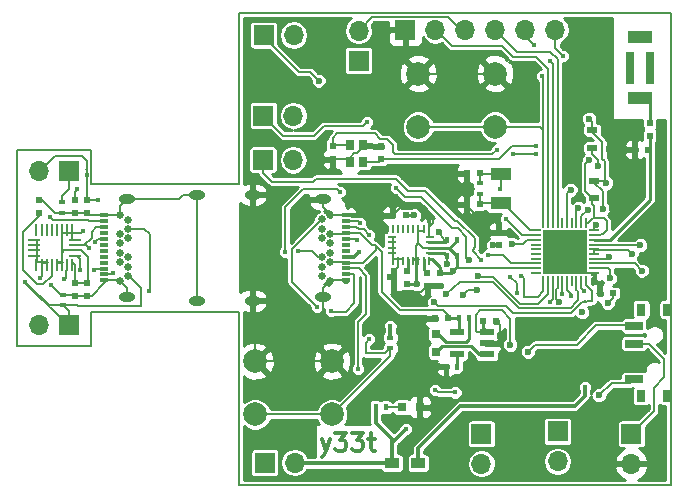
<source format=gbr>
%TF.GenerationSoftware,KiCad,Pcbnew,4.0.7*%
%TF.CreationDate,2019-04-11T13:09:23-05:00*%
%TF.ProjectId,GolfGloveMainBoardV1.0.0,476F6C66476C6F76654D61696E426F61,rev?*%
%TF.FileFunction,Copper,L1,Top,Signal*%
%FSLAX46Y46*%
G04 Gerber Fmt 4.6, Leading zero omitted, Abs format (unit mm)*
G04 Created by KiCad (PCBNEW 4.0.7) date 04/11/19 13:09:23*
%MOMM*%
%LPD*%
G01*
G04 APERTURE LIST*
%ADD10C,0.100000*%
%ADD11C,0.300000*%
%ADD12C,0.150000*%
%ADD13O,1.400000X0.800000*%
%ADD14R,0.700000X0.300000*%
%ADD15C,0.650000*%
%ADD16R,0.280000X0.750000*%
%ADD17R,0.750000X0.280000*%
%ADD18R,0.280000X1.060000*%
%ADD19R,1.060000X0.280000*%
%ADD20C,0.600000*%
%ADD21R,0.810000X0.220000*%
%ADD22R,0.220000X0.810000*%
%ADD23R,3.700000X3.700000*%
%ADD24R,1.700000X1.700000*%
%ADD25O,1.700000X1.700000*%
%ADD26R,2.000000X1.000000*%
%ADD27R,0.700000X2.800000*%
%ADD28R,0.600000X0.500000*%
%ADD29R,0.500000X0.600000*%
%ADD30R,0.750000X0.800000*%
%ADD31R,0.900000X0.500000*%
%ADD32R,0.400000X0.600000*%
%ADD33R,0.600000X0.400000*%
%ADD34R,1.500000X0.700000*%
%ADD35R,0.800000X1.000000*%
%ADD36R,1.270000X0.558800*%
%ADD37R,0.800000X0.900000*%
%ADD38R,1.800000X1.000000*%
%ADD39C,2.000000*%
%ADD40R,1.200000X0.900000*%
%ADD41R,0.800000X0.750000*%
%ADD42C,0.450000*%
%ADD43C,0.293370*%
%ADD44C,0.250000*%
%ADD45C,0.200000*%
%ADD46C,0.254000*%
G04 APERTURE END LIST*
D10*
D11*
X119385715Y-147428571D02*
X119742858Y-148428571D01*
X120100000Y-147428571D02*
X119742858Y-148428571D01*
X119600000Y-148785714D01*
X119528572Y-148857143D01*
X119385715Y-148928571D01*
X120528572Y-146928571D02*
X121457143Y-146928571D01*
X120957143Y-147500000D01*
X121171429Y-147500000D01*
X121314286Y-147571429D01*
X121385715Y-147642857D01*
X121457143Y-147785714D01*
X121457143Y-148142857D01*
X121385715Y-148285714D01*
X121314286Y-148357143D01*
X121171429Y-148428571D01*
X120742857Y-148428571D01*
X120600000Y-148357143D01*
X120528572Y-148285714D01*
X121957143Y-146928571D02*
X122885714Y-146928571D01*
X122385714Y-147500000D01*
X122600000Y-147500000D01*
X122742857Y-147571429D01*
X122814286Y-147642857D01*
X122885714Y-147785714D01*
X122885714Y-148142857D01*
X122814286Y-148285714D01*
X122742857Y-148357143D01*
X122600000Y-148428571D01*
X122171428Y-148428571D01*
X122028571Y-148357143D01*
X121957143Y-148285714D01*
X123314285Y-147428571D02*
X123885714Y-147428571D01*
X123528571Y-146928571D02*
X123528571Y-148214286D01*
X123599999Y-148357143D01*
X123742857Y-148428571D01*
X123885714Y-148428571D01*
D12*
X148925000Y-151345000D02*
X148925000Y-151355000D01*
X112365000Y-151345000D02*
X148925000Y-151345000D01*
X112365000Y-136675000D02*
X112365000Y-151345000D01*
X99805000Y-136675000D02*
X112365000Y-136675000D01*
X99805000Y-139585000D02*
X99805000Y-136675000D01*
X93605000Y-139585000D02*
X99805000Y-139585000D01*
X93605000Y-122935000D02*
X93605000Y-139585000D01*
X99805000Y-122935000D02*
X93605000Y-122935000D01*
X99805000Y-125835000D02*
X99805000Y-122935000D01*
X112375000Y-125835000D02*
X99805000Y-125835000D01*
X112375000Y-111355000D02*
X112375000Y-125835000D01*
X148925000Y-111355000D02*
X112375000Y-111355000D01*
X148925000Y-151345000D02*
X148925000Y-111355000D01*
D13*
X102870000Y-135390000D03*
D14*
X100960000Y-134010000D03*
X100960000Y-133510000D03*
X100960000Y-133010000D03*
X100960000Y-132510000D03*
X100960000Y-132010000D03*
X100960000Y-131510000D03*
X100960000Y-131010000D03*
X100960000Y-128510000D03*
X100960000Y-129510000D03*
X100960000Y-130010000D03*
X100960000Y-130510000D03*
X100960000Y-129010000D03*
D13*
X102870000Y-127130000D03*
X108820000Y-126770000D03*
X108820000Y-135750000D03*
D15*
X102270000Y-128460000D03*
X102270000Y-130060000D03*
X102270000Y-130860000D03*
X102270000Y-131660000D03*
X102270000Y-132460000D03*
X102270000Y-134060000D03*
X102970000Y-128860000D03*
X102970000Y-129660000D03*
X102970000Y-130460000D03*
X102970000Y-132060000D03*
X102970000Y-132860000D03*
X102970000Y-133660000D03*
D16*
X128430000Y-132360000D03*
D17*
X128520000Y-131660000D03*
X128520000Y-131230000D03*
X128520000Y-130800000D03*
X128520000Y-130370000D03*
D16*
X128430000Y-129670000D03*
X128000000Y-129670000D03*
X127570000Y-129670000D03*
X127140000Y-129670000D03*
X126710000Y-129670000D03*
X126280000Y-129670000D03*
X125850000Y-129670000D03*
X125420000Y-129670000D03*
D17*
X125330000Y-130370000D03*
X125330000Y-130800000D03*
X125330000Y-131230000D03*
X125330000Y-131660000D03*
D16*
X125420000Y-132360000D03*
X125850000Y-132360000D03*
X126280000Y-132360000D03*
X126710000Y-132360000D03*
X127140000Y-132360000D03*
X127570000Y-132360000D03*
X128000000Y-132360000D03*
D18*
X98235000Y-132745000D03*
D19*
X98465000Y-131905000D03*
X98465000Y-131475000D03*
X98465000Y-131045000D03*
X98465000Y-130615000D03*
D18*
X98235000Y-129775000D03*
X97805000Y-129775000D03*
X97375000Y-129775000D03*
X96945000Y-129775000D03*
X96515000Y-129775000D03*
X96085000Y-129775000D03*
X95655000Y-129775000D03*
X95225000Y-129775000D03*
D19*
X94995000Y-130615000D03*
X94995000Y-131045000D03*
X94995000Y-131475000D03*
X94995000Y-131905000D03*
D18*
X95225000Y-132745000D03*
X95655000Y-132745000D03*
X96085000Y-132745000D03*
X96515000Y-132745000D03*
X96945000Y-132745000D03*
X97375000Y-132745000D03*
X97805000Y-132745000D03*
D20*
X148275000Y-120875000D03*
X147325000Y-128275000D03*
D21*
X142405000Y-133375000D03*
X142405000Y-132975000D03*
X142405000Y-132575000D03*
X142405000Y-132175000D03*
X142405000Y-131775000D03*
X142405000Y-131375000D03*
X142405000Y-130975000D03*
X142405000Y-130575000D03*
X142405000Y-130175000D03*
X142405000Y-129775000D03*
X137495000Y-129775000D03*
X137495000Y-130175000D03*
X137495000Y-130575000D03*
X137495000Y-130975000D03*
X137495000Y-131375000D03*
X137495000Y-131775000D03*
X137495000Y-132175000D03*
X137495000Y-132575000D03*
X137495000Y-132975000D03*
X137495000Y-133375000D03*
D22*
X138150000Y-134030000D03*
X138550000Y-134030000D03*
X138950000Y-134030000D03*
X139350000Y-134030000D03*
X139750000Y-134030000D03*
X140150000Y-134030000D03*
X140550000Y-134030000D03*
X140950000Y-134030000D03*
X141350000Y-134030000D03*
X141750000Y-134030000D03*
X141750000Y-129120000D03*
X141350000Y-129120000D03*
X140950000Y-129120000D03*
X140550000Y-129120000D03*
X140150000Y-129120000D03*
X139750000Y-129120000D03*
X139350000Y-129120000D03*
X138950000Y-129120000D03*
X138550000Y-129120000D03*
X138150000Y-129120000D03*
D23*
X139950000Y-131575000D03*
D20*
X143275000Y-121425000D03*
X146325000Y-124075000D03*
X144475000Y-128675000D03*
X113225000Y-130925000D03*
X147725000Y-146925000D03*
X148075000Y-129925000D03*
X146025000Y-129575000D03*
X145375000Y-130225000D03*
X141225000Y-113425000D03*
X141225000Y-115425000D03*
X141225000Y-112425000D03*
X145725000Y-127325000D03*
X148175000Y-128475000D03*
X144725000Y-122925000D03*
X146325000Y-126775000D03*
X143725000Y-122925000D03*
X145225000Y-123925000D03*
X141225000Y-114425000D03*
X144225000Y-123925000D03*
X146325000Y-125875000D03*
X148025000Y-123725000D03*
X148025000Y-122775000D03*
X145225000Y-121925000D03*
X145225000Y-120925000D03*
X144225000Y-120925000D03*
X147475000Y-129175000D03*
X148225000Y-121775000D03*
X146225000Y-121925000D03*
X144225000Y-121925000D03*
X143225000Y-120425000D03*
X148025000Y-126525000D03*
X148025000Y-124675000D03*
X146225000Y-120925000D03*
X142225000Y-113925000D03*
X142225000Y-117925000D03*
X147925000Y-127525000D03*
X148025000Y-125625000D03*
X142225000Y-118925000D03*
X143225000Y-119425000D03*
X142225000Y-115925000D03*
X146325000Y-124975000D03*
X142225000Y-116925000D03*
X142225000Y-111925000D03*
X142225000Y-112925000D03*
X143225000Y-112425000D03*
X143225000Y-113425000D03*
X143225000Y-114425000D03*
X143225000Y-115425000D03*
X143225000Y-116425000D03*
X143225000Y-117425000D03*
X143225000Y-118425000D03*
X142225000Y-114925000D03*
D24*
X97980000Y-124760000D03*
D25*
X95440000Y-124760000D03*
D13*
X119485000Y-127120000D03*
D14*
X121395000Y-128500000D03*
X121395000Y-129000000D03*
X121395000Y-129500000D03*
X121395000Y-130000000D03*
X121395000Y-130500000D03*
X121395000Y-131000000D03*
X121395000Y-131500000D03*
X121395000Y-134000000D03*
X121395000Y-133000000D03*
X121395000Y-132500000D03*
X121395000Y-132000000D03*
X121395000Y-133500000D03*
D13*
X119485000Y-135380000D03*
X113535000Y-135740000D03*
X113535000Y-126760000D03*
D15*
X120085000Y-134050000D03*
X120085000Y-132450000D03*
X120085000Y-131650000D03*
X120085000Y-130850000D03*
X120085000Y-130050000D03*
X120085000Y-128450000D03*
X119385000Y-133650000D03*
X119385000Y-132850000D03*
X119385000Y-132050000D03*
X119385000Y-130450000D03*
X119385000Y-129650000D03*
X119385000Y-128850000D03*
D26*
X146337500Y-118587500D03*
X146337500Y-113387500D03*
D27*
X145487500Y-115987500D03*
X147187500Y-115987500D03*
D28*
X130067500Y-137227500D03*
X128967500Y-137227500D03*
X133017500Y-137452500D03*
X134117500Y-137452500D03*
X125475000Y-134315000D03*
X126575000Y-134315000D03*
X126475000Y-128515000D03*
X125375000Y-128515000D03*
D29*
X128325000Y-134465000D03*
X128325000Y-133365000D03*
D28*
X132750000Y-124950000D03*
X131650000Y-124950000D03*
X131650000Y-127550000D03*
X132750000Y-127550000D03*
X125475000Y-133215000D03*
X126575000Y-133215000D03*
D29*
X129425000Y-133365000D03*
X129425000Y-134465000D03*
X99480000Y-128310000D03*
X99480000Y-127210000D03*
D28*
X142940000Y-135090000D03*
X144040000Y-135090000D03*
D29*
X134365000Y-129935000D03*
X134365000Y-131035000D03*
X99480000Y-134210000D03*
X99480000Y-135310000D03*
X98480000Y-128310000D03*
X98480000Y-127210000D03*
X95480000Y-127210000D03*
X95480000Y-128310000D03*
X98480000Y-134210000D03*
X98480000Y-135310000D03*
X120300000Y-122650000D03*
X120300000Y-123750000D03*
X124400000Y-123750000D03*
X124400000Y-122650000D03*
D30*
X129092500Y-138552500D03*
X129092500Y-140052500D03*
D24*
X126450000Y-112800000D03*
D25*
X128990000Y-112800000D03*
X131530000Y-112800000D03*
X134070000Y-112800000D03*
X136610000Y-112800000D03*
X139150000Y-112800000D03*
D24*
X114415000Y-123805000D03*
D25*
X116955000Y-123805000D03*
D24*
X114555000Y-149435000D03*
D25*
X117095000Y-149435000D03*
D24*
X114435000Y-120065000D03*
D25*
X116975000Y-120065000D03*
D24*
X114455000Y-113245000D03*
D25*
X116995000Y-113245000D03*
D24*
X97980000Y-137760000D03*
D25*
X95440000Y-137760000D03*
D24*
X122500000Y-115400000D03*
D25*
X122500000Y-112860000D03*
D31*
X142425000Y-125575000D03*
X142425000Y-127075000D03*
X142275000Y-121300000D03*
X142275000Y-122800000D03*
D32*
X130817500Y-141302500D03*
X129917500Y-141302500D03*
X131867500Y-137202500D03*
X130967500Y-137202500D03*
D33*
X125200000Y-138850000D03*
X125200000Y-139750000D03*
X132750000Y-125800000D03*
X132750000Y-126700000D03*
D32*
X129975000Y-131915000D03*
X130875000Y-131915000D03*
X129975000Y-130565000D03*
X130875000Y-130565000D03*
D33*
X97480000Y-135210000D03*
X97480000Y-136110000D03*
X97380000Y-128310000D03*
X97380000Y-127410000D03*
D34*
X145795000Y-142375000D03*
X145795000Y-139375000D03*
X145795000Y-137875000D03*
D35*
X148655000Y-143775000D03*
X148655000Y-136475000D03*
X146445000Y-136475000D03*
X146445000Y-143775000D03*
D36*
X133387900Y-140267300D03*
X133387900Y-139327500D03*
X133387900Y-138387700D03*
X130797100Y-138387700D03*
X130797100Y-140267300D03*
D29*
X147150000Y-121750000D03*
X147150000Y-120650000D03*
D28*
X145900000Y-122950000D03*
X147000000Y-122950000D03*
D37*
X121750000Y-122550000D03*
X121750000Y-123950000D03*
X122850000Y-123950000D03*
X122850000Y-122550000D03*
D38*
X134550000Y-125000000D03*
X134550000Y-127500000D03*
D39*
X127550000Y-121000000D03*
X127550000Y-116500000D03*
X134050000Y-121000000D03*
X134050000Y-116500000D03*
D24*
X145600000Y-147000000D03*
D25*
X145600000Y-149540000D03*
D24*
X139350000Y-146800000D03*
D25*
X139350000Y-149340000D03*
D24*
X132900000Y-147000000D03*
D25*
X132900000Y-149540000D03*
D39*
X113750000Y-145350000D03*
X113750000Y-140850000D03*
X120250000Y-145350000D03*
X120250000Y-140850000D03*
D40*
X125350000Y-149500000D03*
X127550000Y-149500000D03*
D41*
X126200000Y-144750000D03*
X127700000Y-144750000D03*
D32*
X124850000Y-144750000D03*
X123950000Y-144750000D03*
D42*
X128950000Y-144800000D03*
D20*
X143975000Y-127900000D03*
X142900000Y-134300000D03*
X148085000Y-134585000D03*
X140200000Y-120050000D03*
X142145000Y-139705000D03*
X139595000Y-140060000D03*
X128355000Y-137245000D03*
X129255000Y-141275000D03*
X116025000Y-116695000D03*
X134365000Y-129455000D03*
X134465000Y-138755000D03*
X125175000Y-133745000D03*
X142850000Y-143750000D03*
X135335000Y-139475000D03*
D42*
X122500000Y-131600000D03*
X126500000Y-146600000D03*
X125200000Y-137850000D03*
D20*
X127425000Y-134315000D03*
X130475000Y-133215000D03*
X143605000Y-135905000D03*
X133895000Y-131045000D03*
X127225000Y-128515000D03*
X140450000Y-126350000D03*
X146475000Y-133175000D03*
X141435000Y-136695000D03*
D42*
X134500000Y-126300000D03*
X135000000Y-128800000D03*
X98700000Y-126300000D03*
X97600000Y-133900000D03*
X135600000Y-123350000D03*
X134200000Y-122950000D03*
X137550000Y-123350000D03*
D20*
X141115000Y-127885000D03*
D42*
X137550000Y-122650000D03*
D20*
X141885000Y-128025000D03*
X146365000Y-131025000D03*
X143675000Y-132000000D03*
X143475000Y-125750000D03*
X142025000Y-120325000D03*
X143175000Y-127955000D03*
X145625000Y-131750000D03*
X141975000Y-123850000D03*
X142600000Y-129325000D03*
X142775000Y-124325000D03*
D42*
X125700000Y-126200000D03*
D20*
X131815000Y-132255000D03*
X136845000Y-140035000D03*
D42*
X123400000Y-130150000D03*
D20*
X129985000Y-132605000D03*
X129905000Y-135175000D03*
D42*
X122450000Y-141500000D03*
X130700000Y-143500000D03*
X129000000Y-143300000D03*
D20*
X132565000Y-134825000D03*
X131355000Y-135245000D03*
X129300000Y-129950000D03*
X132595000Y-133635000D03*
D42*
X137350000Y-114100000D03*
X138700000Y-115450000D03*
X139800000Y-115000000D03*
X138050000Y-116700000D03*
X118950000Y-136250000D03*
X120150000Y-136600000D03*
X133450000Y-131850000D03*
X94300000Y-134150000D03*
X96350000Y-128650000D03*
D20*
X143775000Y-133850000D03*
X128895000Y-135875000D03*
D42*
X123400000Y-139000000D03*
X104750000Y-134900000D03*
X98950000Y-133150000D03*
X100100000Y-133150000D03*
X99650000Y-131300000D03*
X99500000Y-125050000D03*
X100150000Y-130800000D03*
X99200000Y-129800000D03*
X100450000Y-127200000D03*
X122650000Y-129150000D03*
X140500000Y-135300000D03*
X101700000Y-133350000D03*
X132900000Y-132300000D03*
X135350000Y-133700000D03*
X135900000Y-135050000D03*
X138700000Y-135850000D03*
D20*
X139500000Y-135800000D03*
D42*
X123200000Y-120600000D03*
X136250000Y-133600000D03*
D20*
X135485000Y-130915000D03*
X119115000Y-117095000D03*
D42*
X95500000Y-133800000D03*
X96500000Y-134400000D03*
X139750000Y-135150000D03*
X141600000Y-134900000D03*
X141650000Y-143050000D03*
X116300000Y-131600000D03*
X120900000Y-126500000D03*
X122400000Y-130550000D03*
X117400000Y-131500000D03*
D12*
X141620000Y-135780000D02*
X141670000Y-135780000D01*
X141670000Y-135780000D02*
X141750000Y-135700000D01*
D43*
X146337500Y-118587500D02*
X146637500Y-118587500D01*
X146637500Y-118587500D02*
X147175000Y-118675000D01*
X147175000Y-120675000D02*
X147175000Y-118675000D01*
D12*
X121395000Y-132500000D02*
X122850000Y-132500000D01*
X123950000Y-131400000D02*
X123950000Y-131100000D01*
X122850000Y-132500000D02*
X123950000Y-131400000D01*
X121395000Y-130000000D02*
X122600000Y-130000000D01*
X122600000Y-130000000D02*
X123600000Y-131000000D01*
X123600000Y-131000000D02*
X123850000Y-131000000D01*
X123950000Y-131100000D02*
X123850000Y-131000000D01*
X130067500Y-136967500D02*
X129650000Y-136550000D01*
X130067500Y-136967500D02*
X130067500Y-137227500D01*
X124450000Y-131600000D02*
X123950000Y-131100000D01*
X124450000Y-135000000D02*
X124450000Y-131600000D01*
X126000000Y-136550000D02*
X124450000Y-135000000D01*
X129650000Y-136550000D02*
X126000000Y-136550000D01*
X120085000Y-132450000D02*
X121345000Y-132450000D01*
X121345000Y-132450000D02*
X121395000Y-132500000D01*
X120085000Y-130050000D02*
X121345000Y-130050000D01*
X121345000Y-130050000D02*
X121395000Y-130000000D01*
X121345000Y-132450000D02*
X121395000Y-132500000D01*
X120135000Y-130000000D02*
X120085000Y-130050000D01*
D44*
X130067500Y-137227500D02*
X130565000Y-137227500D01*
X130565000Y-137227500D02*
X130942500Y-137227500D01*
X130942500Y-137227500D02*
X130967500Y-137202500D01*
X130967500Y-137202500D02*
X130967500Y-138217300D01*
X130967500Y-138217300D02*
X130797100Y-138387700D01*
D12*
X128900000Y-144750000D02*
X127700000Y-144750000D01*
X128950000Y-144800000D02*
X128900000Y-144750000D01*
X120085000Y-128450000D02*
X120085000Y-128385000D01*
X120085000Y-128385000D02*
X119485000Y-127785000D01*
X119485000Y-127785000D02*
X119485000Y-127120000D01*
X121395000Y-134000000D02*
X120135000Y-134000000D01*
X120135000Y-134000000D02*
X119485000Y-134650000D01*
X119485000Y-134650000D02*
X119485000Y-135380000D01*
X121395000Y-128500000D02*
X120135000Y-128500000D01*
X120135000Y-128500000D02*
X120085000Y-128450000D01*
X125455000Y-130370000D02*
X125455000Y-132200000D01*
X125455000Y-132200000D02*
X125490000Y-132235000D01*
X125490000Y-132235000D02*
X125850000Y-132235000D01*
X128430000Y-129795000D02*
X128430000Y-129520000D01*
X126140000Y-127750000D02*
X125375000Y-128515000D01*
X128000000Y-127750000D02*
X126140000Y-127750000D01*
X128800000Y-128550000D02*
X128000000Y-127750000D01*
X128800000Y-129150000D02*
X128800000Y-128550000D01*
X128430000Y-129520000D02*
X128800000Y-129150000D01*
X128430000Y-129795000D02*
X128430000Y-130335000D01*
X128430000Y-130335000D02*
X128395000Y-130370000D01*
X113750000Y-140850000D02*
X120250000Y-140850000D01*
X113750000Y-140850000D02*
X113750000Y-135955000D01*
X113750000Y-135955000D02*
X113535000Y-135740000D01*
X119485000Y-135380000D02*
X119485000Y-140085000D01*
X119485000Y-140085000D02*
X120250000Y-140850000D01*
X127550000Y-116500000D02*
X127350000Y-116500000D01*
X127350000Y-116500000D02*
X126450000Y-115600000D01*
X126450000Y-115600000D02*
X126450000Y-112800000D01*
X127550000Y-116500000D02*
X134050000Y-116500000D01*
X131650000Y-127550000D02*
X131650000Y-127750000D01*
X131650000Y-127750000D02*
X133835000Y-129935000D01*
X133835000Y-129935000D02*
X134365000Y-129935000D01*
X131650000Y-127550000D02*
X131650000Y-124950000D01*
X120300000Y-123750000D02*
X121550000Y-123750000D01*
X121550000Y-123750000D02*
X121750000Y-123950000D01*
X124400000Y-122650000D02*
X122950000Y-122650000D01*
X122950000Y-122650000D02*
X122350000Y-123250000D01*
X122350000Y-123250000D02*
X122150000Y-123250000D01*
X122150000Y-123250000D02*
X121750000Y-123650000D01*
X121750000Y-123650000D02*
X121750000Y-123950000D01*
X142940000Y-135090000D02*
X142940000Y-134340000D01*
X142940000Y-134340000D02*
X142900000Y-134300000D01*
X142405000Y-133375000D02*
X142405000Y-133805000D01*
X142405000Y-133805000D02*
X142900000Y-134300000D01*
X142940000Y-135090000D02*
X142900000Y-135000000D01*
X142900000Y-135000000D02*
X142900000Y-134300000D01*
X142940000Y-135090000D02*
X142650000Y-135090000D01*
X142255000Y-133525000D02*
X142405000Y-133375000D01*
X142405000Y-133375000D02*
X141750000Y-133375000D01*
X141750000Y-133375000D02*
X139950000Y-131575000D01*
X128967500Y-137227500D02*
X128372500Y-137227500D01*
X128372500Y-137227500D02*
X128355000Y-137245000D01*
X129917500Y-141302500D02*
X129417500Y-141302500D01*
X129390000Y-141275000D02*
X129255000Y-141275000D01*
X129417500Y-141302500D02*
X129390000Y-141275000D01*
X134365000Y-129935000D02*
X134365000Y-129455000D01*
X121345000Y-134050000D02*
X121395000Y-134000000D01*
X134117500Y-137452500D02*
X134132500Y-137452500D01*
X134132500Y-137452500D02*
X134465000Y-137785000D01*
X134465000Y-137785000D02*
X134465000Y-138755000D01*
X134465000Y-138755000D02*
X134465000Y-139005000D01*
X134465000Y-139005000D02*
X134142500Y-139327500D01*
X134142500Y-139327500D02*
X133387900Y-139327500D01*
X121395000Y-128500000D02*
X125360000Y-128500000D01*
X125360000Y-128500000D02*
X125375000Y-128515000D01*
X120135000Y-128500000D02*
X120085000Y-128450000D01*
X125475000Y-134315000D02*
X125475000Y-134935000D01*
X127825000Y-134965000D02*
X128325000Y-134465000D01*
X125505000Y-134965000D02*
X127825000Y-134965000D01*
X125475000Y-134935000D02*
X125505000Y-134965000D01*
X129425000Y-134465000D02*
X128325000Y-134465000D01*
X125475000Y-134315000D02*
X125475000Y-134045000D01*
X125475000Y-134045000D02*
X125175000Y-133745000D01*
X126280000Y-132235000D02*
X125850000Y-132235000D01*
X125475000Y-134315000D02*
X125475000Y-133215000D01*
X125475000Y-133215000D02*
X125850000Y-132840000D01*
X125850000Y-132840000D02*
X125850000Y-132665000D01*
X125850000Y-132665000D02*
X125850000Y-132235000D01*
D45*
X145445000Y-142725000D02*
X143915000Y-142725000D01*
X142850000Y-143750000D02*
X143915000Y-142725000D01*
X145445000Y-142725000D02*
X145795000Y-142375000D01*
X132755000Y-136555000D02*
X134635000Y-136555000D01*
X132405000Y-136905000D02*
X132755000Y-136555000D01*
X132405000Y-138275000D02*
X132405000Y-136905000D01*
X132517700Y-138387700D02*
X132405000Y-138275000D01*
X132517700Y-138387700D02*
X133387900Y-138387700D01*
D44*
X133017500Y-137452500D02*
X133017500Y-138017300D01*
X133017500Y-138017300D02*
X133387900Y-138387700D01*
D45*
X135335000Y-137255000D02*
X135335000Y-139475000D01*
X134635000Y-136555000D02*
X135335000Y-137255000D01*
D11*
X125350000Y-149500000D02*
X125350000Y-147450000D01*
X123950000Y-146050000D02*
X123950000Y-144750000D01*
X125350000Y-147450000D02*
X123950000Y-146050000D01*
X121395000Y-132000000D02*
X122100000Y-132000000D01*
X122100000Y-132000000D02*
X122500000Y-131600000D01*
X125350000Y-149500000D02*
X125350000Y-147750000D01*
X125350000Y-147750000D02*
X126500000Y-146600000D01*
X125350000Y-149500000D02*
X117160000Y-149500000D01*
X117160000Y-149500000D02*
X117095000Y-149435000D01*
D12*
X117160000Y-149500000D02*
X117095000Y-149435000D01*
X128000000Y-129795000D02*
X127570000Y-129795000D01*
X127325000Y-132250000D02*
X127325000Y-131075000D01*
X127570000Y-130830000D02*
X127570000Y-130870000D01*
X127325000Y-131075000D02*
X127570000Y-130830000D01*
X127570000Y-129795000D02*
X127570000Y-130870000D01*
X127930000Y-131230000D02*
X128395000Y-131230000D01*
X127570000Y-130870000D02*
X127930000Y-131230000D01*
D11*
X125200000Y-138850000D02*
X125200000Y-137850000D01*
D12*
X144040000Y-135090000D02*
X144040000Y-135470000D01*
X144040000Y-135470000D02*
X143605000Y-135905000D01*
X134365000Y-131035000D02*
X133905000Y-131035000D01*
X133905000Y-131035000D02*
X133895000Y-131045000D01*
X137495000Y-132975000D02*
X131035000Y-132975000D01*
X131035000Y-132975000D02*
X130875000Y-132815000D01*
D44*
X130475000Y-133215000D02*
X130875000Y-132815000D01*
X130875000Y-132815000D02*
X130875000Y-131915000D01*
X129425000Y-133365000D02*
X130325000Y-133365000D01*
X130325000Y-133365000D02*
X130475000Y-133215000D01*
X128430000Y-132235000D02*
X128745000Y-132235000D01*
X129425000Y-132915000D02*
X129425000Y-133365000D01*
X128745000Y-132235000D02*
X129425000Y-132915000D01*
X130190000Y-131230000D02*
X130210000Y-131230000D01*
X130210000Y-131230000D02*
X130875000Y-130565000D01*
X128395000Y-131230000D02*
X130190000Y-131230000D01*
X130190000Y-131230000D02*
X130875000Y-131915000D01*
X127325000Y-132235000D02*
X127325000Y-132250000D01*
X127325000Y-132250000D02*
X127325000Y-134215000D01*
X127325000Y-134215000D02*
X127425000Y-134315000D01*
X127425000Y-134315000D02*
X126575000Y-134315000D01*
X127140000Y-132235000D02*
X127325000Y-132235000D01*
X127325000Y-132235000D02*
X127570000Y-132235000D01*
X127225000Y-128515000D02*
X126475000Y-128515000D01*
D12*
X140150000Y-129120000D02*
X140150000Y-126650000D01*
X140150000Y-126650000D02*
X140450000Y-126350000D01*
X146475000Y-133175000D02*
X145875000Y-132575000D01*
X142405000Y-132575000D02*
X145875000Y-132575000D01*
D44*
X128000000Y-132235000D02*
X128000000Y-133040000D01*
X128000000Y-133040000D02*
X128325000Y-133365000D01*
D12*
X137495000Y-130175000D02*
X136375000Y-130175000D01*
X134550000Y-126250000D02*
X134550000Y-125000000D01*
X134500000Y-126300000D02*
X134550000Y-126250000D01*
X136375000Y-130175000D02*
X135000000Y-128800000D01*
X132750000Y-125800000D02*
X132750000Y-124950000D01*
X132750000Y-124950000D02*
X132800000Y-125000000D01*
X132800000Y-125000000D02*
X134550000Y-125000000D01*
X134550000Y-127500000D02*
X134700000Y-127500000D01*
X134700000Y-127500000D02*
X136975000Y-129775000D01*
X136975000Y-129775000D02*
X137495000Y-129775000D01*
X132750000Y-126700000D02*
X132750000Y-127550000D01*
X134550000Y-127500000D02*
X132800000Y-127500000D01*
X132800000Y-127500000D02*
X132750000Y-127550000D01*
D44*
X126710000Y-132235000D02*
X126710000Y-133080000D01*
X126710000Y-133080000D02*
X126575000Y-133215000D01*
D12*
X97805000Y-132480000D02*
X97705000Y-133795000D01*
X98480000Y-126520000D02*
X98480000Y-127210000D01*
X98700000Y-126300000D02*
X98480000Y-126520000D01*
X97705000Y-133795000D02*
X97600000Y-133900000D01*
X95480000Y-128310000D02*
X95480000Y-128520000D01*
X95480000Y-128520000D02*
X94050000Y-129950000D01*
X94050000Y-129950000D02*
X94050000Y-133150000D01*
X94050000Y-133150000D02*
X95250000Y-134350000D01*
X95250000Y-134350000D02*
X95800000Y-134350000D01*
X95800000Y-134350000D02*
X96515000Y-133635000D01*
X96515000Y-133635000D02*
X96515000Y-132480000D01*
X120300000Y-122650000D02*
X120300000Y-121950000D01*
X135600000Y-123350000D02*
X137550000Y-123350000D01*
X133800000Y-123350000D02*
X134200000Y-122950000D01*
X125600000Y-123350000D02*
X133800000Y-123350000D01*
X125400000Y-123150000D02*
X125600000Y-123350000D01*
X125400000Y-122550000D02*
X125400000Y-123150000D01*
X124900000Y-122050000D02*
X125400000Y-122550000D01*
X124350000Y-122050000D02*
X124900000Y-122050000D01*
X123850000Y-121550000D02*
X124350000Y-122050000D01*
X120700000Y-121550000D02*
X123850000Y-121550000D01*
X120300000Y-121950000D02*
X120700000Y-121550000D01*
X121750000Y-122550000D02*
X120400000Y-122550000D01*
X120400000Y-122550000D02*
X120300000Y-122650000D01*
X137550000Y-123350000D02*
X137350000Y-123350000D01*
X140950000Y-129120000D02*
X140950000Y-128050000D01*
X140950000Y-128050000D02*
X141115000Y-127885000D01*
X124400000Y-123750000D02*
X134400000Y-123750000D01*
X135500000Y-122650000D02*
X137550000Y-122650000D01*
X134400000Y-123750000D02*
X135500000Y-122650000D01*
X122850000Y-123950000D02*
X124200000Y-123950000D01*
X124200000Y-123950000D02*
X124400000Y-123750000D01*
X137550000Y-122650000D02*
X137450000Y-122650000D01*
X141350000Y-129120000D02*
X141350000Y-128570000D01*
X141885000Y-128035000D02*
X141885000Y-128025000D01*
X141350000Y-128570000D02*
X141885000Y-128035000D01*
X142816687Y-130996687D02*
X142405000Y-130996687D01*
X142845000Y-131025000D02*
X142816687Y-130996687D01*
X143555000Y-131025000D02*
X142845000Y-131025000D01*
X146365000Y-131025000D02*
X143555000Y-131025000D01*
X142405000Y-130996687D02*
X142405000Y-130975000D01*
X142405000Y-130996687D02*
X142405000Y-130975000D01*
X142426687Y-130996687D02*
X142405000Y-130975000D01*
X142405000Y-130996687D02*
X142405000Y-130975000D01*
X142275000Y-121300000D02*
X142275000Y-121475000D01*
X142275000Y-121475000D02*
X143125000Y-122325000D01*
X143325000Y-125600000D02*
X143475000Y-125750000D01*
X143325000Y-123925000D02*
X143325000Y-125600000D01*
X143125000Y-123725000D02*
X143325000Y-123925000D01*
X143125000Y-122325000D02*
X143125000Y-123725000D01*
X142405000Y-132175000D02*
X143500000Y-132175000D01*
X143500000Y-132175000D02*
X143675000Y-132000000D01*
X142425000Y-125575000D02*
X143300000Y-125575000D01*
X143300000Y-125575000D02*
X143475000Y-125750000D01*
X142275000Y-121300000D02*
X142225000Y-120525000D01*
X142225000Y-120525000D02*
X142025000Y-120325000D01*
X142425000Y-125725000D02*
X143175000Y-126475000D01*
X143175000Y-126475000D02*
X143175000Y-127955000D01*
X142425000Y-125575000D02*
X142425000Y-125725000D01*
X145300000Y-131425000D02*
X142455000Y-131425000D01*
X145625000Y-131750000D02*
X145300000Y-131425000D01*
X142455000Y-131425000D02*
X142405000Y-131375000D01*
X142405000Y-131775000D02*
X142405000Y-131375000D01*
X142425000Y-127075000D02*
X142300000Y-127075000D01*
X142300000Y-127075000D02*
X141705002Y-126480002D01*
X141705002Y-126480002D02*
X141705002Y-124119998D01*
X141705002Y-124119998D02*
X141975000Y-123850000D01*
X142275000Y-127095000D02*
X142275000Y-127565000D01*
X142425000Y-127715000D02*
X142275000Y-127565000D01*
X142425000Y-127715000D02*
X142425000Y-128695000D01*
X142275000Y-127095000D02*
X142265000Y-127085000D01*
X141750000Y-129120000D02*
X141960000Y-129120000D01*
X141960000Y-129120000D02*
X142385000Y-128695000D01*
X142385000Y-128695000D02*
X142425000Y-128695000D01*
X142976687Y-130153313D02*
X142405000Y-130153313D01*
X142425000Y-128695000D02*
X143245000Y-128695000D01*
X143245000Y-128695000D02*
X143505000Y-128955000D01*
X143505000Y-128955000D02*
X143505000Y-129775000D01*
X143505000Y-129775000D02*
X143185000Y-130095000D01*
X143185000Y-130095000D02*
X143035000Y-130095000D01*
X143035000Y-130095000D02*
X142976687Y-130153313D01*
X142405000Y-130153313D02*
X142405000Y-130175000D01*
X142405000Y-129520000D02*
X142405000Y-129775000D01*
X142600000Y-129325000D02*
X142405000Y-129520000D01*
X142275000Y-122800000D02*
X142275000Y-123300000D01*
X142775000Y-123800000D02*
X142775000Y-124325000D01*
X142275000Y-123300000D02*
X142775000Y-123800000D01*
D45*
X127780000Y-126950000D02*
X128355000Y-127525000D01*
X126450000Y-126950000D02*
X127780000Y-126950000D01*
X125700000Y-126200000D02*
X126450000Y-126950000D01*
X131635000Y-132075000D02*
X131815000Y-132255000D01*
X131635000Y-130305000D02*
X131635000Y-132075000D01*
X130915000Y-129585000D02*
X131635000Y-130305000D01*
X130415000Y-129585000D02*
X130915000Y-129585000D01*
X128355000Y-127525000D02*
X130415000Y-129585000D01*
X143850000Y-137825000D02*
X145745000Y-137825000D01*
X145745000Y-137825000D02*
X145795000Y-137875000D01*
X143915000Y-137825000D02*
X143850000Y-137825000D01*
X143850000Y-137825000D02*
X142625000Y-137825000D01*
X137415000Y-139465000D02*
X136845000Y-140035000D01*
X140985000Y-139465000D02*
X137415000Y-139465000D01*
X142625000Y-137825000D02*
X140985000Y-139465000D01*
D44*
X129092500Y-138552500D02*
X129242500Y-138552500D01*
X129242500Y-138552500D02*
X129892500Y-139202500D01*
X129892500Y-139202500D02*
X131617500Y-139202500D01*
X131617500Y-139202500D02*
X131867500Y-138952500D01*
X131867500Y-138952500D02*
X131867500Y-137202500D01*
X133387900Y-140267300D02*
X132682300Y-140267300D01*
X129542498Y-139602502D02*
X129092500Y-140052500D01*
X132017502Y-139602502D02*
X129542498Y-139602502D01*
X132682300Y-140267300D02*
X132017502Y-139602502D01*
D12*
X122300000Y-129500000D02*
X122500000Y-129700000D01*
X122500000Y-129700000D02*
X122950000Y-129700000D01*
X122950000Y-129700000D02*
X123400000Y-130150000D01*
X121395000Y-129500000D02*
X122300000Y-129500000D01*
X119385000Y-132850000D02*
X119200000Y-132850000D01*
X140950000Y-134030000D02*
X140950000Y-134800000D01*
X141100000Y-135700000D02*
X140950000Y-135850000D01*
X141100000Y-134950000D02*
X141100000Y-135700000D01*
X140950000Y-134800000D02*
X141100000Y-134950000D01*
X140455000Y-136345000D02*
X136065000Y-136345000D01*
X140950000Y-135850000D02*
X140455000Y-136345000D01*
X129975000Y-131915000D02*
X129975000Y-132595000D01*
X129975000Y-132595000D02*
X129985000Y-132605000D01*
D44*
X128395000Y-131660000D02*
X129720000Y-131660000D01*
X129720000Y-131660000D02*
X129975000Y-131915000D01*
D12*
X133905000Y-134185000D02*
X131105000Y-134185000D01*
X136065000Y-136345000D02*
X133905000Y-134185000D01*
X131105000Y-134185000D02*
X129905000Y-135175000D01*
X121395000Y-133000000D02*
X122500000Y-133000000D01*
X122450000Y-137500000D02*
X122450000Y-141500000D01*
X123100000Y-136850000D02*
X122450000Y-137500000D01*
X123100000Y-133600000D02*
X123100000Y-136850000D01*
X122500000Y-133000000D02*
X123100000Y-133600000D01*
X129200000Y-143500000D02*
X130700000Y-143500000D01*
X129000000Y-143300000D02*
X129200000Y-143500000D01*
X131775000Y-134825000D02*
X132565000Y-134825000D01*
X131355000Y-135245000D02*
X131775000Y-134825000D01*
X129745000Y-130565000D02*
X129975000Y-130565000D01*
X129300000Y-129950000D02*
X129745000Y-130565000D01*
D44*
X128395000Y-130800000D02*
X129790000Y-130800000D01*
X129790000Y-130800000D02*
X129975000Y-130615000D01*
D12*
X138550000Y-135130000D02*
X138550000Y-134030000D01*
X137655000Y-136025000D02*
X138550000Y-135130000D01*
X136169266Y-136025000D02*
X137655000Y-136025000D01*
X133869266Y-133725000D02*
X136169266Y-136025000D01*
X132685000Y-133725000D02*
X133869266Y-133725000D01*
X132595000Y-133635000D02*
X132685000Y-133725000D01*
X130400000Y-114150000D02*
X131950000Y-114150000D01*
X138550000Y-129120000D02*
X138550000Y-116100000D01*
X134650000Y-114150000D02*
X131950000Y-114150000D01*
X135600000Y-115100000D02*
X134650000Y-114150000D01*
X137550000Y-115100000D02*
X135600000Y-115100000D01*
X138550000Y-116100000D02*
X137550000Y-115100000D01*
X130400000Y-114150000D02*
X129050000Y-112800000D01*
X129050000Y-112800000D02*
X128990000Y-112800000D01*
X128000000Y-111700000D02*
X123660000Y-111700000D01*
X130100000Y-111700000D02*
X128000000Y-111700000D01*
X131200000Y-112800000D02*
X130100000Y-111700000D01*
X123660000Y-111700000D02*
X122500000Y-112860000D01*
X131530000Y-112800000D02*
X131200000Y-112800000D01*
X130835000Y-112785000D02*
X130945000Y-112785000D01*
X139350000Y-129120000D02*
X139350000Y-115250000D01*
X135920000Y-114650000D02*
X134070000Y-112800000D01*
X138750000Y-114650000D02*
X135920000Y-114650000D01*
X139350000Y-115250000D02*
X138750000Y-114650000D01*
X134115000Y-112845000D02*
X134070000Y-112800000D01*
X138950000Y-129120000D02*
X138950000Y-115700000D01*
X137350000Y-114100000D02*
X136610000Y-113360000D01*
X138950000Y-115700000D02*
X138700000Y-115450000D01*
X136610000Y-113360000D02*
X136610000Y-112800000D01*
X127550000Y-121000000D02*
X134050000Y-121000000D01*
X134050000Y-121000000D02*
X137850000Y-121000000D01*
X137850000Y-121000000D02*
X138150000Y-121300000D01*
X138150000Y-129120000D02*
X138150000Y-121300000D01*
X138150000Y-121300000D02*
X138150000Y-116800000D01*
X139150000Y-114350000D02*
X139150000Y-112800000D01*
X139800000Y-115000000D02*
X139150000Y-114350000D01*
X138150000Y-116800000D02*
X138050000Y-116700000D01*
X138075000Y-129045000D02*
X138150000Y-129120000D01*
X102970000Y-133660000D02*
X103060000Y-133660000D01*
X103060000Y-133660000D02*
X104050000Y-134650000D01*
X104050000Y-134650000D02*
X104050000Y-136150000D01*
X104050000Y-136150000D02*
X104050000Y-136150000D01*
X104050000Y-136150000D02*
X98750000Y-136150000D01*
X98750000Y-136150000D02*
X98710000Y-136110000D01*
X98710000Y-136110000D02*
X97480000Y-136110000D01*
X100960000Y-129010000D02*
X99710000Y-129010000D01*
X99710000Y-129010000D02*
X99610000Y-128910000D01*
X97480000Y-136110000D02*
X97510000Y-136110000D01*
X97510000Y-136110000D02*
X97980000Y-136580000D01*
X97980000Y-136580000D02*
X97980000Y-137760000D01*
X121395000Y-133500000D02*
X122150000Y-133500000D01*
X116850000Y-131385000D02*
X119385000Y-128850000D01*
X116850000Y-134150000D02*
X116850000Y-131385000D01*
X118950000Y-136250000D02*
X116850000Y-134150000D01*
X120200000Y-136650000D02*
X120150000Y-136600000D01*
X121450000Y-136650000D02*
X120200000Y-136650000D01*
X122150000Y-135950000D02*
X121450000Y-136650000D01*
X122150000Y-133500000D02*
X122150000Y-135950000D01*
X135425000Y-132575000D02*
X134700000Y-131850000D01*
X134700000Y-131850000D02*
X133450000Y-131850000D01*
X137495000Y-132575000D02*
X135425000Y-132575000D01*
X97980000Y-137760000D02*
X97980000Y-137470000D01*
X97480000Y-136110000D02*
X96260000Y-136110000D01*
X96260000Y-136110000D02*
X94300000Y-134150000D01*
X97980000Y-137760000D02*
X97860000Y-137760000D01*
X97860000Y-137760000D02*
X94300000Y-134200000D01*
X94300000Y-134200000D02*
X94300000Y-134150000D01*
X96631667Y-128910000D02*
X99610000Y-128910000D01*
X96350000Y-128650000D02*
X96631667Y-128910000D01*
D44*
X97480000Y-137260000D02*
X97980000Y-137760000D01*
D12*
X142405000Y-132975000D02*
X143625000Y-132975000D01*
X143775000Y-133125000D02*
X143775000Y-133850000D01*
X143625000Y-132975000D02*
X143775000Y-133125000D01*
D44*
X130797100Y-140267300D02*
X130797100Y-141282100D01*
X130797100Y-141282100D02*
X130817500Y-141302500D01*
X130817500Y-140287700D02*
X130797100Y-140267300D01*
D12*
X125200000Y-139750000D02*
X125200000Y-140400000D01*
X125200000Y-140400000D02*
X120250000Y-145350000D01*
X113750000Y-145350000D02*
X120250000Y-145350000D01*
X129205000Y-136185000D02*
X128895000Y-135875000D01*
X135015000Y-136185000D02*
X129205000Y-136185000D01*
X135585000Y-136755000D02*
X135015000Y-136185000D01*
X140055000Y-136755000D02*
X135585000Y-136755000D01*
X142270000Y-135780000D02*
X141450000Y-135800000D01*
X142300000Y-135750000D02*
X142270000Y-135780000D01*
X142300000Y-134950000D02*
X142300000Y-135750000D01*
X142175000Y-134825000D02*
X142300000Y-134950000D01*
X140495000Y-136755000D02*
X141100000Y-136150000D01*
X141100000Y-136150000D02*
X141450000Y-135800000D01*
X140055000Y-136755000D02*
X140495000Y-136755000D01*
X123090000Y-139310000D02*
X123090000Y-140195000D01*
X123400000Y-139000000D02*
X123090000Y-139310000D01*
X123090000Y-140195000D02*
X124755000Y-140195000D01*
X124755000Y-140195000D02*
X125200000Y-139750000D01*
X123090000Y-140200000D02*
X123090000Y-140195000D01*
X141750000Y-134030000D02*
X141750000Y-134400000D01*
X141750000Y-134400000D02*
X142175000Y-134825000D01*
X142175000Y-134825000D02*
X142200000Y-134850000D01*
X102970000Y-129660000D02*
X104360000Y-129660000D01*
X104800000Y-134850000D02*
X104750000Y-134900000D01*
X104800000Y-130100000D02*
X104800000Y-134850000D01*
X104360000Y-129660000D02*
X104800000Y-130100000D01*
X98200000Y-131905000D02*
X98655000Y-131905000D01*
X98655000Y-131905000D02*
X98950000Y-132200000D01*
X98950000Y-132200000D02*
X98950000Y-133150000D01*
X100240000Y-133010000D02*
X100960000Y-133010000D01*
X100100000Y-133150000D02*
X100240000Y-133010000D01*
X99650000Y-131300000D02*
X99395000Y-131045000D01*
X99395000Y-131045000D02*
X99255000Y-131045000D01*
X98200000Y-131045000D02*
X99255000Y-131045000D01*
X100290000Y-129510000D02*
X100960000Y-129510000D01*
X99900000Y-129900000D02*
X100290000Y-129510000D01*
X99900000Y-130400000D02*
X99900000Y-129900000D01*
X99255000Y-131045000D02*
X99900000Y-130400000D01*
X99500000Y-125050000D02*
X99480000Y-125030000D01*
X99480000Y-125030000D02*
X99480000Y-124630000D01*
X99480000Y-124630000D02*
X99450000Y-124600000D01*
X99450000Y-124600000D02*
X99480000Y-124600000D01*
X100440000Y-130510000D02*
X100960000Y-130510000D01*
X100150000Y-130800000D02*
X100440000Y-130510000D01*
X99480000Y-127210000D02*
X100440000Y-127210000D01*
X98960000Y-130040000D02*
X98235000Y-130040000D01*
X99200000Y-129800000D02*
X98960000Y-130040000D01*
X100440000Y-127210000D02*
X100450000Y-127200000D01*
X95440000Y-124760000D02*
X95540000Y-124760000D01*
X95540000Y-124760000D02*
X96800000Y-123500000D01*
X96800000Y-123500000D02*
X99100000Y-123500000D01*
X99100000Y-123500000D02*
X99480000Y-123880000D01*
X99480000Y-123880000D02*
X99480000Y-124600000D01*
X99480000Y-124600000D02*
X99480000Y-127210000D01*
X98200000Y-131475000D02*
X99025000Y-131475000D01*
X99550000Y-132000000D02*
X99550000Y-134140000D01*
X99550000Y-134140000D02*
X99480000Y-134210000D01*
X98200000Y-131475000D02*
X97575000Y-131475000D01*
X97575000Y-131475000D02*
X97375000Y-131675000D01*
X97375000Y-132480000D02*
X97375000Y-131675000D01*
X97375000Y-131675000D02*
X97375000Y-130040000D01*
X98480000Y-134210000D02*
X99480000Y-134210000D01*
X98480000Y-134210000D02*
X98480000Y-133400000D01*
X98480000Y-133400000D02*
X98480000Y-132725000D01*
X98480000Y-132725000D02*
X98235000Y-132480000D01*
X98235000Y-130040000D02*
X98235000Y-130580000D01*
X98235000Y-130580000D02*
X98200000Y-130615000D01*
X98235000Y-130040000D02*
X97805000Y-130040000D01*
X97805000Y-130040000D02*
X97375000Y-130040000D01*
D44*
X97375000Y-132480000D02*
X96945000Y-132480000D01*
D12*
X99025000Y-131475000D02*
X99550000Y-132000000D01*
X122500000Y-129000000D02*
X121395000Y-129000000D01*
X122650000Y-129150000D02*
X122500000Y-129000000D01*
X140150000Y-134030000D02*
X140150000Y-134850000D01*
X140500000Y-135200000D02*
X140500000Y-135300000D01*
X140150000Y-134850000D02*
X140500000Y-135200000D01*
X100960000Y-133510000D02*
X101690000Y-133510000D01*
X101690000Y-133510000D02*
X101700000Y-133350000D01*
X97980000Y-124760000D02*
X97980000Y-126270000D01*
X97380000Y-126870000D02*
X97380000Y-127410000D01*
X97980000Y-126270000D02*
X97380000Y-126870000D01*
D44*
X97980000Y-124760000D02*
X97980000Y-125260000D01*
D12*
X135900000Y-135050000D02*
X135900000Y-134250000D01*
X114415000Y-124915000D02*
X115150000Y-125650000D01*
X115150000Y-125650000D02*
X118650000Y-125650000D01*
X118650000Y-125650000D02*
X118900000Y-125400000D01*
X118900000Y-125400000D02*
X125650000Y-125400000D01*
X125650000Y-125400000D02*
X126650000Y-126400000D01*
X126650000Y-126400000D02*
X128150000Y-126400000D01*
X128150000Y-126400000D02*
X130700000Y-128950000D01*
X130700000Y-128950000D02*
X130850000Y-128950000D01*
X130850000Y-128950000D02*
X132350000Y-130450000D01*
X132350000Y-130450000D02*
X132350000Y-131200000D01*
X132350000Y-131200000D02*
X132150000Y-131400000D01*
X114415000Y-124915000D02*
X114415000Y-123805000D01*
X132150000Y-131550000D02*
X132150000Y-131400000D01*
X132900000Y-132300000D02*
X132150000Y-131550000D01*
X135900000Y-134250000D02*
X135350000Y-133700000D01*
X138950000Y-134030000D02*
X138950000Y-135600000D01*
X138950000Y-135600000D02*
X138700000Y-135850000D01*
X139350000Y-134030000D02*
X139350000Y-134650002D01*
X139250002Y-135400000D02*
X139250002Y-135550002D01*
X139250002Y-135550002D02*
X139500000Y-135800000D01*
X139350000Y-134650002D02*
X139250002Y-134750000D01*
X139250002Y-134750000D02*
X139250002Y-135400000D01*
X136500000Y-135450000D02*
X136500000Y-133850000D01*
X116120000Y-121750000D02*
X114435000Y-120065000D01*
X118750000Y-121750000D02*
X116120000Y-121750000D01*
X119550000Y-120950000D02*
X118750000Y-121750000D01*
X122850000Y-120950000D02*
X119550000Y-120950000D01*
X123200000Y-120600000D02*
X122850000Y-120950000D01*
X136500000Y-133850000D02*
X136250000Y-133600000D01*
X138150000Y-134030000D02*
X138150000Y-134950000D01*
X137650000Y-135450000D02*
X136500000Y-135450000D01*
X138150000Y-134950000D02*
X137650000Y-135450000D01*
X138150000Y-134030000D02*
X138150000Y-134290000D01*
X136790000Y-135450000D02*
X136500000Y-135450000D01*
X137495000Y-130575000D02*
X136755000Y-130575000D01*
X136415000Y-130915000D02*
X135485000Y-130915000D01*
X136755000Y-130575000D02*
X136415000Y-130915000D01*
X118390000Y-116370000D02*
X117450000Y-116370000D01*
X117450000Y-116370000D02*
X114455000Y-113375000D01*
X114455000Y-113375000D02*
X114455000Y-113245000D01*
X119115000Y-117095000D02*
X118390000Y-116370000D01*
X108820000Y-135750000D02*
X108820000Y-126770000D01*
X95655000Y-132480000D02*
X95655000Y-133645000D01*
X95655000Y-133645000D02*
X95500000Y-133800000D01*
X102870000Y-127130000D02*
X107270000Y-127130000D01*
X108820000Y-126770000D02*
X107630000Y-126770000D01*
X107630000Y-126770000D02*
X107270000Y-127130000D01*
X107270000Y-127130000D02*
X107300000Y-127100000D01*
X102270000Y-128460000D02*
X102270000Y-127730000D01*
X102270000Y-127730000D02*
X102870000Y-127130000D01*
X100960000Y-128510000D02*
X102220000Y-128510000D01*
X102220000Y-128510000D02*
X102270000Y-128460000D01*
X98480000Y-135310000D02*
X99480000Y-135310000D01*
X95655000Y-132480000D02*
X95655000Y-133095000D01*
X96500000Y-134400000D02*
X97310000Y-135210000D01*
X97310000Y-135210000D02*
X97480000Y-135210000D01*
X102870000Y-135390000D02*
X102870000Y-134660000D01*
X102870000Y-134660000D02*
X102220000Y-134010000D01*
X102220000Y-134010000D02*
X100960000Y-134010000D01*
X97480000Y-135210000D02*
X98380000Y-135210000D01*
X98380000Y-135210000D02*
X98480000Y-135310000D01*
X98480000Y-135310000D02*
X99890000Y-135310000D01*
X99890000Y-135310000D02*
X100960000Y-134240000D01*
X100960000Y-134240000D02*
X100960000Y-134010000D01*
X95480000Y-127210000D02*
X95660000Y-127210000D01*
X95660000Y-127210000D02*
X96760000Y-128310000D01*
X96760000Y-128310000D02*
X97380000Y-128310000D01*
X97380000Y-128310000D02*
X98480000Y-128310000D01*
X98480000Y-128310000D02*
X99480000Y-128310000D01*
X99480000Y-128310000D02*
X99680000Y-128510000D01*
X99680000Y-128510000D02*
X100960000Y-128510000D01*
X95260000Y-130615000D02*
X95260000Y-132445000D01*
X95260000Y-132445000D02*
X95295000Y-132480000D01*
X95295000Y-132480000D02*
X95655000Y-132480000D01*
D44*
X101010000Y-134060000D02*
X100960000Y-134010000D01*
X99480000Y-135310000D02*
X99480000Y-135260000D01*
X100730000Y-134010000D02*
X100960000Y-134010000D01*
X98480000Y-135310000D02*
X98380000Y-135210000D01*
X96085000Y-132480000D02*
X95655000Y-132480000D01*
D12*
X147150000Y-121750000D02*
X147150000Y-122800000D01*
X147150000Y-122800000D02*
X147000000Y-122950000D01*
D43*
X146975000Y-122975000D02*
X147162500Y-122975000D01*
X147162500Y-123937500D02*
X147162500Y-122087500D01*
X147162500Y-126287500D02*
X147162500Y-123937500D01*
X147175000Y-122075000D02*
X147175000Y-121575000D01*
X147162500Y-122087500D02*
X147175000Y-122075000D01*
X142405000Y-130575000D02*
X143750000Y-130575000D01*
X143750000Y-130575000D02*
X147162500Y-127162500D01*
X147162500Y-127162500D02*
X147162500Y-126287500D01*
D12*
X147525000Y-145055000D02*
X145585000Y-146995000D01*
X147525000Y-143100000D02*
X147525000Y-145055000D01*
X148400000Y-142225000D02*
X147525000Y-143100000D01*
X148400000Y-140700000D02*
X148400000Y-142225000D01*
X145585000Y-146995000D02*
X145585000Y-146265000D01*
X147075000Y-139375000D02*
X148400000Y-140700000D01*
X145795000Y-139375000D02*
X147075000Y-139375000D01*
X139750000Y-135150000D02*
X139750000Y-134030000D01*
X141350000Y-134650000D02*
X141350000Y-134030000D01*
X141350000Y-134650000D02*
X141600000Y-134900000D01*
D11*
X127550000Y-149500000D02*
X127550000Y-148200000D01*
X141650000Y-143800000D02*
X141650000Y-143050000D01*
X140800000Y-144650000D02*
X141650000Y-143800000D01*
X131100000Y-144650000D02*
X140800000Y-144650000D01*
X127550000Y-148200000D02*
X131100000Y-144650000D01*
D44*
X100925000Y-131045000D02*
X100960000Y-131010000D01*
X102080000Y-130860000D02*
X102270000Y-130860000D01*
D12*
X121395000Y-130500000D02*
X122350000Y-130500000D01*
X116300000Y-127800000D02*
X116300000Y-131600000D01*
X117800000Y-126300000D02*
X116300000Y-127800000D01*
X120700000Y-126300000D02*
X117800000Y-126300000D01*
X120900000Y-126500000D02*
X120700000Y-126300000D01*
X122350000Y-130500000D02*
X122400000Y-130550000D01*
X118550000Y-131500000D02*
X119100000Y-132050000D01*
X117400000Y-131500000D02*
X118550000Y-131500000D01*
X119100000Y-132050000D02*
X119385000Y-132050000D01*
X126200000Y-144750000D02*
X124850000Y-144750000D01*
D46*
G36*
X148473000Y-135590615D02*
X148255000Y-135590615D01*
X148115292Y-135616903D01*
X147986980Y-135699470D01*
X147900899Y-135825453D01*
X147870615Y-135975000D01*
X147870615Y-136975000D01*
X147896903Y-137114708D01*
X147979470Y-137243020D01*
X148105453Y-137329101D01*
X148255000Y-137359385D01*
X148473000Y-137359385D01*
X148473000Y-140133776D01*
X147770144Y-139430920D01*
X148022846Y-139326505D01*
X148255688Y-139094070D01*
X148381856Y-138790222D01*
X148382143Y-138461221D01*
X148256505Y-138157154D01*
X148024070Y-137924312D01*
X147720222Y-137798144D01*
X147391221Y-137797857D01*
X147087154Y-137923495D01*
X146929385Y-138080988D01*
X146929385Y-137525000D01*
X146903097Y-137385292D01*
X146881952Y-137352432D01*
X146984708Y-137333097D01*
X147113020Y-137250530D01*
X147199101Y-137124547D01*
X147229385Y-136975000D01*
X147229385Y-135975000D01*
X147203097Y-135835292D01*
X147120530Y-135706980D01*
X146994547Y-135620899D01*
X146845000Y-135590615D01*
X146045000Y-135590615D01*
X145905292Y-135616903D01*
X145776980Y-135699470D01*
X145690899Y-135825453D01*
X145660615Y-135975000D01*
X145660615Y-136975000D01*
X145686903Y-137114708D01*
X145703574Y-137140615D01*
X145045000Y-137140615D01*
X144905292Y-137166903D01*
X144776980Y-137249470D01*
X144709657Y-137348000D01*
X142625000Y-137348000D01*
X142442460Y-137384309D01*
X142287710Y-137487710D01*
X140787420Y-138988000D01*
X137415000Y-138988000D01*
X137232460Y-139024309D01*
X137077710Y-139127710D01*
X136847418Y-139358002D01*
X136710927Y-139357883D01*
X136462011Y-139460733D01*
X136271402Y-139651010D01*
X136168118Y-139899746D01*
X136167883Y-140169073D01*
X136270733Y-140417989D01*
X136461010Y-140608598D01*
X136709746Y-140711882D01*
X136979073Y-140712117D01*
X137227989Y-140609267D01*
X137418598Y-140418990D01*
X137521882Y-140170254D01*
X137522002Y-140032578D01*
X137612580Y-139942000D01*
X140985000Y-139942000D01*
X141167540Y-139905691D01*
X141322290Y-139802290D01*
X142822580Y-138302000D01*
X144675104Y-138302000D01*
X144686903Y-138364708D01*
X144769470Y-138493020D01*
X144895453Y-138579101D01*
X145045000Y-138609385D01*
X146545000Y-138609385D01*
X146684708Y-138583097D01*
X146728061Y-138555200D01*
X146727940Y-138693716D01*
X146694547Y-138670899D01*
X146545000Y-138640615D01*
X145045000Y-138640615D01*
X144905292Y-138666903D01*
X144776980Y-138749470D01*
X144690899Y-138875453D01*
X144660615Y-139025000D01*
X144660615Y-139725000D01*
X144686903Y-139864708D01*
X144769470Y-139993020D01*
X144895453Y-140079101D01*
X145045000Y-140109385D01*
X146545000Y-140109385D01*
X146684708Y-140083097D01*
X146813020Y-140000530D01*
X146899101Y-139874547D01*
X146905201Y-139844425D01*
X147948000Y-140887224D01*
X147948000Y-140892725D01*
X147720222Y-140798144D01*
X147391221Y-140797857D01*
X147087154Y-140923495D01*
X146854312Y-141155930D01*
X146728144Y-141459778D01*
X146727940Y-141693716D01*
X146694547Y-141670899D01*
X146545000Y-141640615D01*
X145045000Y-141640615D01*
X144905292Y-141666903D01*
X144776980Y-141749470D01*
X144690899Y-141875453D01*
X144660615Y-142025000D01*
X144660615Y-142248000D01*
X143915000Y-142248000D01*
X143828121Y-142265281D01*
X143740926Y-142280897D01*
X143737016Y-142283403D01*
X143732460Y-142284309D01*
X143658795Y-142333531D01*
X143584226Y-142381318D01*
X142865537Y-143073014D01*
X142715927Y-143072883D01*
X142467011Y-143175733D01*
X142276402Y-143366010D01*
X142177000Y-143605397D01*
X142177000Y-143350638D01*
X142251895Y-143170271D01*
X142252104Y-142930780D01*
X142160648Y-142709440D01*
X141991451Y-142539947D01*
X141770271Y-142448105D01*
X141530780Y-142447896D01*
X141309440Y-142539352D01*
X141139947Y-142708549D01*
X141048105Y-142929729D01*
X141047896Y-143169220D01*
X141123000Y-143350985D01*
X141123000Y-143581709D01*
X140581710Y-144123000D01*
X131100000Y-144123000D01*
X130898325Y-144163115D01*
X130727355Y-144277355D01*
X127177355Y-147827355D01*
X127063115Y-147998325D01*
X127040305Y-148113000D01*
X127023000Y-148200000D01*
X127023000Y-148665615D01*
X126950000Y-148665615D01*
X126810292Y-148691903D01*
X126681980Y-148774470D01*
X126595899Y-148900453D01*
X126565615Y-149050000D01*
X126565615Y-149950000D01*
X126591903Y-150089708D01*
X126674470Y-150218020D01*
X126800453Y-150304101D01*
X126950000Y-150334385D01*
X128150000Y-150334385D01*
X128289708Y-150308097D01*
X128418020Y-150225530D01*
X128504101Y-150099547D01*
X128534385Y-149950000D01*
X128534385Y-149540000D01*
X131648962Y-149540000D01*
X131742362Y-150009553D01*
X132008342Y-150407620D01*
X132406409Y-150673600D01*
X132875962Y-150767000D01*
X132924038Y-150767000D01*
X133393591Y-150673600D01*
X133791658Y-150407620D01*
X134057638Y-150009553D01*
X134151038Y-149540000D01*
X134111256Y-149340000D01*
X138098962Y-149340000D01*
X138192362Y-149809553D01*
X138458342Y-150207620D01*
X138856409Y-150473600D01*
X139325962Y-150567000D01*
X139374038Y-150567000D01*
X139843591Y-150473600D01*
X140241658Y-150207620D01*
X140507638Y-149809553D01*
X140601038Y-149340000D01*
X140507638Y-148870447D01*
X140241658Y-148472380D01*
X139843591Y-148206400D01*
X139374038Y-148113000D01*
X139325962Y-148113000D01*
X138856409Y-148206400D01*
X138458342Y-148472380D01*
X138192362Y-148870447D01*
X138098962Y-149340000D01*
X134111256Y-149340000D01*
X134057638Y-149070447D01*
X133791658Y-148672380D01*
X133393591Y-148406400D01*
X132924038Y-148313000D01*
X132875962Y-148313000D01*
X132406409Y-148406400D01*
X132008342Y-148672380D01*
X131742362Y-149070447D01*
X131648962Y-149540000D01*
X128534385Y-149540000D01*
X128534385Y-149050000D01*
X128508097Y-148910292D01*
X128425530Y-148781980D01*
X128299547Y-148695899D01*
X128150000Y-148665615D01*
X128077000Y-148665615D01*
X128077000Y-148418290D01*
X130345290Y-146150000D01*
X131665615Y-146150000D01*
X131665615Y-147850000D01*
X131691903Y-147989708D01*
X131774470Y-148118020D01*
X131900453Y-148204101D01*
X132050000Y-148234385D01*
X133750000Y-148234385D01*
X133889708Y-148208097D01*
X134018020Y-148125530D01*
X134104101Y-147999547D01*
X134134385Y-147850000D01*
X134134385Y-146150000D01*
X134108097Y-146010292D01*
X134069300Y-145950000D01*
X138115615Y-145950000D01*
X138115615Y-147650000D01*
X138141903Y-147789708D01*
X138224470Y-147918020D01*
X138350453Y-148004101D01*
X138500000Y-148034385D01*
X140200000Y-148034385D01*
X140339708Y-148008097D01*
X140468020Y-147925530D01*
X140554101Y-147799547D01*
X140584385Y-147650000D01*
X140584385Y-145950000D01*
X140558097Y-145810292D01*
X140475530Y-145681980D01*
X140349547Y-145595899D01*
X140200000Y-145565615D01*
X138500000Y-145565615D01*
X138360292Y-145591903D01*
X138231980Y-145674470D01*
X138145899Y-145800453D01*
X138115615Y-145950000D01*
X134069300Y-145950000D01*
X134025530Y-145881980D01*
X133899547Y-145795899D01*
X133750000Y-145765615D01*
X132050000Y-145765615D01*
X131910292Y-145791903D01*
X131781980Y-145874470D01*
X131695899Y-146000453D01*
X131665615Y-146150000D01*
X130345290Y-146150000D01*
X131318290Y-145177000D01*
X140800000Y-145177000D01*
X141001675Y-145136885D01*
X141172645Y-145022645D01*
X142022646Y-144172645D01*
X142136885Y-144001674D01*
X142172939Y-143820419D01*
X142172883Y-143884073D01*
X142275733Y-144132989D01*
X142466010Y-144323598D01*
X142714746Y-144426882D01*
X142984073Y-144427117D01*
X143232989Y-144324267D01*
X143423598Y-144133990D01*
X143526882Y-143885254D01*
X143526991Y-143760469D01*
X144107253Y-143202000D01*
X145445000Y-143202000D01*
X145627540Y-143165691D01*
X145693536Y-143121594D01*
X145690899Y-143125453D01*
X145660615Y-143275000D01*
X145660615Y-144275000D01*
X145686903Y-144414708D01*
X145769470Y-144543020D01*
X145895453Y-144629101D01*
X146045000Y-144659385D01*
X146845000Y-144659385D01*
X146984708Y-144633097D01*
X147073000Y-144576282D01*
X147073000Y-144867776D01*
X146175161Y-145765615D01*
X144750000Y-145765615D01*
X144610292Y-145791903D01*
X144481980Y-145874470D01*
X144395899Y-146000453D01*
X144365615Y-146150000D01*
X144365615Y-147850000D01*
X144391903Y-147989708D01*
X144474470Y-148118020D01*
X144600453Y-148204101D01*
X144750000Y-148234385D01*
X144953791Y-148234385D01*
X144718642Y-148344817D01*
X144328355Y-148773076D01*
X144158524Y-149183110D01*
X144279845Y-149413000D01*
X145473000Y-149413000D01*
X145473000Y-149393000D01*
X145727000Y-149393000D01*
X145727000Y-149413000D01*
X146920155Y-149413000D01*
X147041476Y-149183110D01*
X146871645Y-148773076D01*
X146481358Y-148344817D01*
X146246209Y-148234385D01*
X146450000Y-148234385D01*
X146589708Y-148208097D01*
X146718020Y-148125530D01*
X146804101Y-147999547D01*
X146834385Y-147850000D01*
X146834385Y-146384839D01*
X147844612Y-145374612D01*
X147942594Y-145227973D01*
X147950205Y-145189708D01*
X147977000Y-145055000D01*
X147977000Y-144539182D01*
X147979470Y-144543020D01*
X148105453Y-144629101D01*
X148255000Y-144659385D01*
X148473000Y-144659385D01*
X148473000Y-150893000D01*
X146145310Y-150893000D01*
X146481358Y-150735183D01*
X146871645Y-150306924D01*
X147041476Y-149896890D01*
X146920155Y-149667000D01*
X145727000Y-149667000D01*
X145727000Y-149687000D01*
X145473000Y-149687000D01*
X145473000Y-149667000D01*
X144279845Y-149667000D01*
X144158524Y-149896890D01*
X144328355Y-150306924D01*
X144718642Y-150735183D01*
X145054690Y-150893000D01*
X112817000Y-150893000D01*
X112817000Y-148585000D01*
X113320615Y-148585000D01*
X113320615Y-150285000D01*
X113346903Y-150424708D01*
X113429470Y-150553020D01*
X113555453Y-150639101D01*
X113705000Y-150669385D01*
X115405000Y-150669385D01*
X115544708Y-150643097D01*
X115673020Y-150560530D01*
X115759101Y-150434547D01*
X115789385Y-150285000D01*
X115789385Y-148585000D01*
X115763097Y-148445292D01*
X115680530Y-148316980D01*
X115554547Y-148230899D01*
X115405000Y-148200615D01*
X113705000Y-148200615D01*
X113565292Y-148226903D01*
X113436980Y-148309470D01*
X113350899Y-148435453D01*
X113320615Y-148585000D01*
X112817000Y-148585000D01*
X112817000Y-146364444D01*
X112968974Y-146516683D01*
X113474896Y-146726760D01*
X114022701Y-146727238D01*
X114528989Y-146518044D01*
X114916683Y-146131026D01*
X115053306Y-145802000D01*
X118946847Y-145802000D01*
X119081956Y-146128989D01*
X119125890Y-146173000D01*
X118794429Y-146173000D01*
X118794429Y-148973000D01*
X118234884Y-148973000D01*
X118228600Y-148941409D01*
X117962620Y-148543342D01*
X117564553Y-148277362D01*
X117095000Y-148183962D01*
X116625447Y-148277362D01*
X116227380Y-148543342D01*
X115961400Y-148941409D01*
X115868000Y-149410962D01*
X115868000Y-149459038D01*
X115961400Y-149928591D01*
X116227380Y-150326658D01*
X116625447Y-150592638D01*
X117095000Y-150686038D01*
X117564553Y-150592638D01*
X117962620Y-150326658D01*
X118162845Y-150027000D01*
X124380104Y-150027000D01*
X124391903Y-150089708D01*
X124474470Y-150218020D01*
X124600453Y-150304101D01*
X124750000Y-150334385D01*
X125950000Y-150334385D01*
X126089708Y-150308097D01*
X126218020Y-150225530D01*
X126304101Y-150099547D01*
X126334385Y-149950000D01*
X126334385Y-149050000D01*
X126308097Y-148910292D01*
X126225530Y-148781980D01*
X126099547Y-148695899D01*
X125950000Y-148665615D01*
X125877000Y-148665615D01*
X125877000Y-147968290D01*
X126660063Y-147185228D01*
X126840560Y-147110648D01*
X127010053Y-146941451D01*
X127101895Y-146720271D01*
X127102104Y-146480780D01*
X127010648Y-146259440D01*
X126841451Y-146089947D01*
X126620271Y-145998105D01*
X126380780Y-145997896D01*
X126159440Y-146089352D01*
X125989947Y-146258549D01*
X125914526Y-146440183D01*
X125500000Y-146854710D01*
X124477000Y-145831710D01*
X124477000Y-145388076D01*
X124500453Y-145404101D01*
X124650000Y-145434385D01*
X125050000Y-145434385D01*
X125189708Y-145408097D01*
X125318020Y-145325530D01*
X125402425Y-145202000D01*
X125430104Y-145202000D01*
X125441903Y-145264708D01*
X125524470Y-145393020D01*
X125650453Y-145479101D01*
X125800000Y-145509385D01*
X126600000Y-145509385D01*
X126739708Y-145483097D01*
X126756527Y-145472274D01*
X126761673Y-145484699D01*
X126940302Y-145663327D01*
X127173691Y-145760000D01*
X127414250Y-145760000D01*
X127573000Y-145601250D01*
X127573000Y-144877000D01*
X127827000Y-144877000D01*
X127827000Y-145601250D01*
X127985750Y-145760000D01*
X128226309Y-145760000D01*
X128459698Y-145663327D01*
X128638327Y-145484699D01*
X128735000Y-145251310D01*
X128735000Y-145035750D01*
X128576250Y-144877000D01*
X127827000Y-144877000D01*
X127573000Y-144877000D01*
X127553000Y-144877000D01*
X127553000Y-144623000D01*
X127573000Y-144623000D01*
X127573000Y-143898750D01*
X127827000Y-143898750D01*
X127827000Y-144623000D01*
X128576250Y-144623000D01*
X128735000Y-144464250D01*
X128735000Y-144248690D01*
X128638327Y-144015301D01*
X128459698Y-143836673D01*
X128226309Y-143740000D01*
X127985750Y-143740000D01*
X127827000Y-143898750D01*
X127573000Y-143898750D01*
X127414250Y-143740000D01*
X127173691Y-143740000D01*
X126940302Y-143836673D01*
X126761673Y-144015301D01*
X126757191Y-144026122D01*
X126749547Y-144020899D01*
X126600000Y-143990615D01*
X125800000Y-143990615D01*
X125660292Y-144016903D01*
X125531980Y-144099470D01*
X125445899Y-144225453D01*
X125431208Y-144298000D01*
X125400187Y-144298000D01*
X125325530Y-144181980D01*
X125199547Y-144095899D01*
X125050000Y-144065615D01*
X124650000Y-144065615D01*
X124510292Y-144091903D01*
X124398748Y-144163680D01*
X124299547Y-144095899D01*
X124150000Y-144065615D01*
X123750000Y-144065615D01*
X123610292Y-144091903D01*
X123481980Y-144174470D01*
X123395899Y-144300453D01*
X123365615Y-144450000D01*
X123365615Y-145050000D01*
X123391903Y-145189708D01*
X123423000Y-145238034D01*
X123423000Y-146050000D01*
X123447466Y-146173000D01*
X121374636Y-146173000D01*
X121416683Y-146131026D01*
X121626760Y-145625104D01*
X121627238Y-145077299D01*
X121491189Y-144748035D01*
X122820004Y-143419220D01*
X128397896Y-143419220D01*
X128489352Y-143640560D01*
X128658549Y-143810053D01*
X128879729Y-143901895D01*
X129003694Y-143902003D01*
X129027027Y-143917594D01*
X129200000Y-143952000D01*
X130300597Y-143952000D01*
X130358549Y-144010053D01*
X130579729Y-144101895D01*
X130819220Y-144102104D01*
X131040560Y-144010648D01*
X131210053Y-143841451D01*
X131301895Y-143620271D01*
X131302104Y-143380780D01*
X131210648Y-143159440D01*
X131041451Y-142989947D01*
X130820271Y-142898105D01*
X130580780Y-142897896D01*
X130359440Y-142989352D01*
X130300689Y-143048000D01*
X129547240Y-143048000D01*
X129510648Y-142959440D01*
X129341451Y-142789947D01*
X129120271Y-142698105D01*
X128880780Y-142697896D01*
X128659440Y-142789352D01*
X128489947Y-142958549D01*
X128398105Y-143179729D01*
X128397896Y-143419220D01*
X122820004Y-143419220D01*
X124650974Y-141588250D01*
X129082500Y-141588250D01*
X129082500Y-141728810D01*
X129179173Y-141962199D01*
X129357802Y-142140827D01*
X129591191Y-142237500D01*
X129658750Y-142237500D01*
X129817500Y-142078750D01*
X129817500Y-141429500D01*
X129241250Y-141429500D01*
X129082500Y-141588250D01*
X124650974Y-141588250D01*
X125519612Y-140719612D01*
X125617594Y-140572973D01*
X125652000Y-140400000D01*
X125652000Y-140300187D01*
X125768020Y-140225530D01*
X125854101Y-140099547D01*
X125884385Y-139950000D01*
X125884385Y-139550000D01*
X125858097Y-139410292D01*
X125786320Y-139298748D01*
X125854101Y-139199547D01*
X125884385Y-139050000D01*
X125884385Y-138650000D01*
X125858097Y-138510292D01*
X125775530Y-138381980D01*
X125727000Y-138348821D01*
X125727000Y-138150638D01*
X125801895Y-137970271D01*
X125802104Y-137730780D01*
X125710648Y-137509440D01*
X125541451Y-137339947D01*
X125320271Y-137248105D01*
X125080780Y-137247896D01*
X124859440Y-137339352D01*
X124689947Y-137508549D01*
X124598105Y-137729729D01*
X124597896Y-137969220D01*
X124673000Y-138150985D01*
X124673000Y-138348074D01*
X124631980Y-138374470D01*
X124545899Y-138500453D01*
X124515615Y-138650000D01*
X124515615Y-139050000D01*
X124541903Y-139189708D01*
X124613680Y-139301252D01*
X124545899Y-139400453D01*
X124515615Y-139550000D01*
X124515615Y-139743000D01*
X123542000Y-139743000D01*
X123542000Y-139592691D01*
X123740560Y-139510648D01*
X123910053Y-139341451D01*
X124001895Y-139120271D01*
X124002104Y-138880780D01*
X123910648Y-138659440D01*
X123741451Y-138489947D01*
X123520271Y-138398105D01*
X123280780Y-138397896D01*
X123059440Y-138489352D01*
X122902000Y-138646517D01*
X122902000Y-137687224D01*
X123419612Y-137169612D01*
X123517594Y-137022973D01*
X123552000Y-136850000D01*
X123552000Y-133600000D01*
X123517594Y-133427027D01*
X123419612Y-133280388D01*
X123043262Y-132904038D01*
X123169612Y-132819612D01*
X123998000Y-131991224D01*
X123998000Y-135000000D01*
X124032406Y-135172973D01*
X124130388Y-135319612D01*
X125680388Y-136869612D01*
X125827027Y-136967594D01*
X126000000Y-137002000D01*
X128090750Y-137002000D01*
X128191250Y-137102500D01*
X128840500Y-137102500D01*
X128840500Y-137080500D01*
X129094500Y-137080500D01*
X129094500Y-137102500D01*
X129114500Y-137102500D01*
X129114500Y-137352500D01*
X129094500Y-137352500D01*
X129094500Y-137374500D01*
X128840500Y-137374500D01*
X128840500Y-137352500D01*
X128191250Y-137352500D01*
X128032500Y-137511250D01*
X128032500Y-137603810D01*
X128129173Y-137837199D01*
X128307802Y-138015827D01*
X128356691Y-138036078D01*
X128333115Y-138152500D01*
X128333115Y-138952500D01*
X128359403Y-139092208D01*
X128441970Y-139220520D01*
X128563531Y-139303580D01*
X128449480Y-139376970D01*
X128363399Y-139502953D01*
X128333115Y-139652500D01*
X128333115Y-140452500D01*
X128359403Y-140592208D01*
X128441970Y-140720520D01*
X128567953Y-140806601D01*
X128717500Y-140836885D01*
X129098781Y-140836885D01*
X129082500Y-140876190D01*
X129082500Y-141016750D01*
X129241250Y-141175500D01*
X129817500Y-141175500D01*
X129817500Y-141155500D01*
X130017500Y-141155500D01*
X130017500Y-141175500D01*
X130064500Y-141175500D01*
X130064500Y-141429500D01*
X130017500Y-141429500D01*
X130017500Y-142078750D01*
X130176250Y-142237500D01*
X130243809Y-142237500D01*
X130477198Y-142140827D01*
X130631141Y-141986885D01*
X131017500Y-141986885D01*
X131157208Y-141960597D01*
X131285520Y-141878030D01*
X131371601Y-141752047D01*
X131401885Y-141602500D01*
X131401885Y-141002500D01*
X131388447Y-140931085D01*
X131432100Y-140931085D01*
X131571808Y-140904797D01*
X131700120Y-140822230D01*
X131786201Y-140696247D01*
X131816485Y-140546700D01*
X131816485Y-140111421D01*
X132327330Y-140622265D01*
X132327332Y-140622268D01*
X132390701Y-140664610D01*
X132394803Y-140686408D01*
X132477370Y-140814720D01*
X132603353Y-140900801D01*
X132752900Y-140931085D01*
X134022900Y-140931085D01*
X134162608Y-140904797D01*
X134290920Y-140822230D01*
X134377001Y-140696247D01*
X134407285Y-140546700D01*
X134407285Y-140120540D01*
X134561227Y-139966599D01*
X134657900Y-139733210D01*
X134657900Y-139613250D01*
X134499150Y-139454500D01*
X133514900Y-139454500D01*
X133514900Y-139474500D01*
X133260900Y-139474500D01*
X133260900Y-139454500D01*
X133240900Y-139454500D01*
X133240900Y-139200500D01*
X133260900Y-139200500D01*
X133260900Y-139180500D01*
X133514900Y-139180500D01*
X133514900Y-139200500D01*
X134499150Y-139200500D01*
X134657900Y-139041750D01*
X134657900Y-138921790D01*
X134561227Y-138688401D01*
X134407285Y-138534460D01*
X134407285Y-138337500D01*
X134543809Y-138337500D01*
X134777198Y-138240827D01*
X134858000Y-138160025D01*
X134858000Y-138994580D01*
X134761402Y-139091010D01*
X134658118Y-139339746D01*
X134657883Y-139609073D01*
X134760733Y-139857989D01*
X134951010Y-140048598D01*
X135199746Y-140151882D01*
X135469073Y-140152117D01*
X135717989Y-140049267D01*
X135908598Y-139858990D01*
X136011882Y-139610254D01*
X136012117Y-139340927D01*
X135909267Y-139092011D01*
X135812000Y-138994574D01*
X135812000Y-137255000D01*
X135802452Y-137207000D01*
X140495000Y-137207000D01*
X140667973Y-137172594D01*
X140814612Y-137074612D01*
X140846261Y-137042963D01*
X140860733Y-137077989D01*
X141051010Y-137268598D01*
X141299746Y-137371882D01*
X141569073Y-137372117D01*
X141817989Y-137269267D01*
X142008598Y-137078990D01*
X142111882Y-136830254D01*
X142112117Y-136560927D01*
X142009267Y-136312011D01*
X141937623Y-136240242D01*
X142281021Y-136231866D01*
X142361791Y-136213742D01*
X142442973Y-136197594D01*
X142447634Y-136194479D01*
X142453104Y-136193252D01*
X142520788Y-136145599D01*
X142589612Y-136099612D01*
X142619612Y-136069613D01*
X142717594Y-135922973D01*
X142720404Y-135908846D01*
X142812998Y-135816252D01*
X142812998Y-135975000D01*
X142927939Y-135975000D01*
X142927883Y-136039073D01*
X143030733Y-136287989D01*
X143221010Y-136478598D01*
X143469746Y-136581882D01*
X143739073Y-136582117D01*
X143987989Y-136479267D01*
X144178598Y-136288990D01*
X144281882Y-136040254D01*
X144282033Y-135867191D01*
X144359612Y-135789612D01*
X144412284Y-135710784D01*
X144479708Y-135698097D01*
X144608020Y-135615530D01*
X144694101Y-135489547D01*
X144724385Y-135340000D01*
X144724385Y-134840000D01*
X144698097Y-134700292D01*
X144615530Y-134571980D01*
X144489547Y-134485899D01*
X144340000Y-134455615D01*
X144082121Y-134455615D01*
X144157989Y-134424267D01*
X144348598Y-134233990D01*
X144451882Y-133985254D01*
X144452117Y-133715927D01*
X144349267Y-133467011D01*
X144227000Y-133344531D01*
X144227000Y-133125000D01*
X144207507Y-133027000D01*
X145687776Y-133027000D01*
X145798033Y-133137257D01*
X145797883Y-133309073D01*
X145900733Y-133557989D01*
X146091010Y-133748598D01*
X146339746Y-133851882D01*
X146609073Y-133852117D01*
X146857989Y-133749267D01*
X147048598Y-133558990D01*
X147151882Y-133310254D01*
X147152117Y-133040927D01*
X147049267Y-132792011D01*
X146858990Y-132601402D01*
X146610254Y-132498118D01*
X146437191Y-132497967D01*
X146194612Y-132255388D01*
X146124151Y-132208307D01*
X146198598Y-132133990D01*
X146301882Y-131885254D01*
X146302042Y-131701945D01*
X146499073Y-131702117D01*
X146747989Y-131599267D01*
X146938598Y-131408990D01*
X147041882Y-131160254D01*
X147042117Y-130890927D01*
X146939267Y-130642011D01*
X146748990Y-130451402D01*
X146500254Y-130348118D01*
X146230927Y-130347883D01*
X145982011Y-130450733D01*
X145859531Y-130573000D01*
X144492602Y-130573000D01*
X147532801Y-127532801D01*
X147554718Y-127500000D01*
X147646322Y-127362906D01*
X147686185Y-127162500D01*
X147686185Y-122298945D01*
X147754101Y-122199547D01*
X147784385Y-122050000D01*
X147784385Y-121450000D01*
X147758097Y-121310292D01*
X147686320Y-121198748D01*
X147754101Y-121099547D01*
X147784385Y-120950000D01*
X147784385Y-120464500D01*
X148473000Y-120464500D01*
X148473000Y-135590615D01*
X148473000Y-135590615D01*
G37*
X148473000Y-135590615D02*
X148255000Y-135590615D01*
X148115292Y-135616903D01*
X147986980Y-135699470D01*
X147900899Y-135825453D01*
X147870615Y-135975000D01*
X147870615Y-136975000D01*
X147896903Y-137114708D01*
X147979470Y-137243020D01*
X148105453Y-137329101D01*
X148255000Y-137359385D01*
X148473000Y-137359385D01*
X148473000Y-140133776D01*
X147770144Y-139430920D01*
X148022846Y-139326505D01*
X148255688Y-139094070D01*
X148381856Y-138790222D01*
X148382143Y-138461221D01*
X148256505Y-138157154D01*
X148024070Y-137924312D01*
X147720222Y-137798144D01*
X147391221Y-137797857D01*
X147087154Y-137923495D01*
X146929385Y-138080988D01*
X146929385Y-137525000D01*
X146903097Y-137385292D01*
X146881952Y-137352432D01*
X146984708Y-137333097D01*
X147113020Y-137250530D01*
X147199101Y-137124547D01*
X147229385Y-136975000D01*
X147229385Y-135975000D01*
X147203097Y-135835292D01*
X147120530Y-135706980D01*
X146994547Y-135620899D01*
X146845000Y-135590615D01*
X146045000Y-135590615D01*
X145905292Y-135616903D01*
X145776980Y-135699470D01*
X145690899Y-135825453D01*
X145660615Y-135975000D01*
X145660615Y-136975000D01*
X145686903Y-137114708D01*
X145703574Y-137140615D01*
X145045000Y-137140615D01*
X144905292Y-137166903D01*
X144776980Y-137249470D01*
X144709657Y-137348000D01*
X142625000Y-137348000D01*
X142442460Y-137384309D01*
X142287710Y-137487710D01*
X140787420Y-138988000D01*
X137415000Y-138988000D01*
X137232460Y-139024309D01*
X137077710Y-139127710D01*
X136847418Y-139358002D01*
X136710927Y-139357883D01*
X136462011Y-139460733D01*
X136271402Y-139651010D01*
X136168118Y-139899746D01*
X136167883Y-140169073D01*
X136270733Y-140417989D01*
X136461010Y-140608598D01*
X136709746Y-140711882D01*
X136979073Y-140712117D01*
X137227989Y-140609267D01*
X137418598Y-140418990D01*
X137521882Y-140170254D01*
X137522002Y-140032578D01*
X137612580Y-139942000D01*
X140985000Y-139942000D01*
X141167540Y-139905691D01*
X141322290Y-139802290D01*
X142822580Y-138302000D01*
X144675104Y-138302000D01*
X144686903Y-138364708D01*
X144769470Y-138493020D01*
X144895453Y-138579101D01*
X145045000Y-138609385D01*
X146545000Y-138609385D01*
X146684708Y-138583097D01*
X146728061Y-138555200D01*
X146727940Y-138693716D01*
X146694547Y-138670899D01*
X146545000Y-138640615D01*
X145045000Y-138640615D01*
X144905292Y-138666903D01*
X144776980Y-138749470D01*
X144690899Y-138875453D01*
X144660615Y-139025000D01*
X144660615Y-139725000D01*
X144686903Y-139864708D01*
X144769470Y-139993020D01*
X144895453Y-140079101D01*
X145045000Y-140109385D01*
X146545000Y-140109385D01*
X146684708Y-140083097D01*
X146813020Y-140000530D01*
X146899101Y-139874547D01*
X146905201Y-139844425D01*
X147948000Y-140887224D01*
X147948000Y-140892725D01*
X147720222Y-140798144D01*
X147391221Y-140797857D01*
X147087154Y-140923495D01*
X146854312Y-141155930D01*
X146728144Y-141459778D01*
X146727940Y-141693716D01*
X146694547Y-141670899D01*
X146545000Y-141640615D01*
X145045000Y-141640615D01*
X144905292Y-141666903D01*
X144776980Y-141749470D01*
X144690899Y-141875453D01*
X144660615Y-142025000D01*
X144660615Y-142248000D01*
X143915000Y-142248000D01*
X143828121Y-142265281D01*
X143740926Y-142280897D01*
X143737016Y-142283403D01*
X143732460Y-142284309D01*
X143658795Y-142333531D01*
X143584226Y-142381318D01*
X142865537Y-143073014D01*
X142715927Y-143072883D01*
X142467011Y-143175733D01*
X142276402Y-143366010D01*
X142177000Y-143605397D01*
X142177000Y-143350638D01*
X142251895Y-143170271D01*
X142252104Y-142930780D01*
X142160648Y-142709440D01*
X141991451Y-142539947D01*
X141770271Y-142448105D01*
X141530780Y-142447896D01*
X141309440Y-142539352D01*
X141139947Y-142708549D01*
X141048105Y-142929729D01*
X141047896Y-143169220D01*
X141123000Y-143350985D01*
X141123000Y-143581709D01*
X140581710Y-144123000D01*
X131100000Y-144123000D01*
X130898325Y-144163115D01*
X130727355Y-144277355D01*
X127177355Y-147827355D01*
X127063115Y-147998325D01*
X127040305Y-148113000D01*
X127023000Y-148200000D01*
X127023000Y-148665615D01*
X126950000Y-148665615D01*
X126810292Y-148691903D01*
X126681980Y-148774470D01*
X126595899Y-148900453D01*
X126565615Y-149050000D01*
X126565615Y-149950000D01*
X126591903Y-150089708D01*
X126674470Y-150218020D01*
X126800453Y-150304101D01*
X126950000Y-150334385D01*
X128150000Y-150334385D01*
X128289708Y-150308097D01*
X128418020Y-150225530D01*
X128504101Y-150099547D01*
X128534385Y-149950000D01*
X128534385Y-149540000D01*
X131648962Y-149540000D01*
X131742362Y-150009553D01*
X132008342Y-150407620D01*
X132406409Y-150673600D01*
X132875962Y-150767000D01*
X132924038Y-150767000D01*
X133393591Y-150673600D01*
X133791658Y-150407620D01*
X134057638Y-150009553D01*
X134151038Y-149540000D01*
X134111256Y-149340000D01*
X138098962Y-149340000D01*
X138192362Y-149809553D01*
X138458342Y-150207620D01*
X138856409Y-150473600D01*
X139325962Y-150567000D01*
X139374038Y-150567000D01*
X139843591Y-150473600D01*
X140241658Y-150207620D01*
X140507638Y-149809553D01*
X140601038Y-149340000D01*
X140507638Y-148870447D01*
X140241658Y-148472380D01*
X139843591Y-148206400D01*
X139374038Y-148113000D01*
X139325962Y-148113000D01*
X138856409Y-148206400D01*
X138458342Y-148472380D01*
X138192362Y-148870447D01*
X138098962Y-149340000D01*
X134111256Y-149340000D01*
X134057638Y-149070447D01*
X133791658Y-148672380D01*
X133393591Y-148406400D01*
X132924038Y-148313000D01*
X132875962Y-148313000D01*
X132406409Y-148406400D01*
X132008342Y-148672380D01*
X131742362Y-149070447D01*
X131648962Y-149540000D01*
X128534385Y-149540000D01*
X128534385Y-149050000D01*
X128508097Y-148910292D01*
X128425530Y-148781980D01*
X128299547Y-148695899D01*
X128150000Y-148665615D01*
X128077000Y-148665615D01*
X128077000Y-148418290D01*
X130345290Y-146150000D01*
X131665615Y-146150000D01*
X131665615Y-147850000D01*
X131691903Y-147989708D01*
X131774470Y-148118020D01*
X131900453Y-148204101D01*
X132050000Y-148234385D01*
X133750000Y-148234385D01*
X133889708Y-148208097D01*
X134018020Y-148125530D01*
X134104101Y-147999547D01*
X134134385Y-147850000D01*
X134134385Y-146150000D01*
X134108097Y-146010292D01*
X134069300Y-145950000D01*
X138115615Y-145950000D01*
X138115615Y-147650000D01*
X138141903Y-147789708D01*
X138224470Y-147918020D01*
X138350453Y-148004101D01*
X138500000Y-148034385D01*
X140200000Y-148034385D01*
X140339708Y-148008097D01*
X140468020Y-147925530D01*
X140554101Y-147799547D01*
X140584385Y-147650000D01*
X140584385Y-145950000D01*
X140558097Y-145810292D01*
X140475530Y-145681980D01*
X140349547Y-145595899D01*
X140200000Y-145565615D01*
X138500000Y-145565615D01*
X138360292Y-145591903D01*
X138231980Y-145674470D01*
X138145899Y-145800453D01*
X138115615Y-145950000D01*
X134069300Y-145950000D01*
X134025530Y-145881980D01*
X133899547Y-145795899D01*
X133750000Y-145765615D01*
X132050000Y-145765615D01*
X131910292Y-145791903D01*
X131781980Y-145874470D01*
X131695899Y-146000453D01*
X131665615Y-146150000D01*
X130345290Y-146150000D01*
X131318290Y-145177000D01*
X140800000Y-145177000D01*
X141001675Y-145136885D01*
X141172645Y-145022645D01*
X142022646Y-144172645D01*
X142136885Y-144001674D01*
X142172939Y-143820419D01*
X142172883Y-143884073D01*
X142275733Y-144132989D01*
X142466010Y-144323598D01*
X142714746Y-144426882D01*
X142984073Y-144427117D01*
X143232989Y-144324267D01*
X143423598Y-144133990D01*
X143526882Y-143885254D01*
X143526991Y-143760469D01*
X144107253Y-143202000D01*
X145445000Y-143202000D01*
X145627540Y-143165691D01*
X145693536Y-143121594D01*
X145690899Y-143125453D01*
X145660615Y-143275000D01*
X145660615Y-144275000D01*
X145686903Y-144414708D01*
X145769470Y-144543020D01*
X145895453Y-144629101D01*
X146045000Y-144659385D01*
X146845000Y-144659385D01*
X146984708Y-144633097D01*
X147073000Y-144576282D01*
X147073000Y-144867776D01*
X146175161Y-145765615D01*
X144750000Y-145765615D01*
X144610292Y-145791903D01*
X144481980Y-145874470D01*
X144395899Y-146000453D01*
X144365615Y-146150000D01*
X144365615Y-147850000D01*
X144391903Y-147989708D01*
X144474470Y-148118020D01*
X144600453Y-148204101D01*
X144750000Y-148234385D01*
X144953791Y-148234385D01*
X144718642Y-148344817D01*
X144328355Y-148773076D01*
X144158524Y-149183110D01*
X144279845Y-149413000D01*
X145473000Y-149413000D01*
X145473000Y-149393000D01*
X145727000Y-149393000D01*
X145727000Y-149413000D01*
X146920155Y-149413000D01*
X147041476Y-149183110D01*
X146871645Y-148773076D01*
X146481358Y-148344817D01*
X146246209Y-148234385D01*
X146450000Y-148234385D01*
X146589708Y-148208097D01*
X146718020Y-148125530D01*
X146804101Y-147999547D01*
X146834385Y-147850000D01*
X146834385Y-146384839D01*
X147844612Y-145374612D01*
X147942594Y-145227973D01*
X147950205Y-145189708D01*
X147977000Y-145055000D01*
X147977000Y-144539182D01*
X147979470Y-144543020D01*
X148105453Y-144629101D01*
X148255000Y-144659385D01*
X148473000Y-144659385D01*
X148473000Y-150893000D01*
X146145310Y-150893000D01*
X146481358Y-150735183D01*
X146871645Y-150306924D01*
X147041476Y-149896890D01*
X146920155Y-149667000D01*
X145727000Y-149667000D01*
X145727000Y-149687000D01*
X145473000Y-149687000D01*
X145473000Y-149667000D01*
X144279845Y-149667000D01*
X144158524Y-149896890D01*
X144328355Y-150306924D01*
X144718642Y-150735183D01*
X145054690Y-150893000D01*
X112817000Y-150893000D01*
X112817000Y-148585000D01*
X113320615Y-148585000D01*
X113320615Y-150285000D01*
X113346903Y-150424708D01*
X113429470Y-150553020D01*
X113555453Y-150639101D01*
X113705000Y-150669385D01*
X115405000Y-150669385D01*
X115544708Y-150643097D01*
X115673020Y-150560530D01*
X115759101Y-150434547D01*
X115789385Y-150285000D01*
X115789385Y-148585000D01*
X115763097Y-148445292D01*
X115680530Y-148316980D01*
X115554547Y-148230899D01*
X115405000Y-148200615D01*
X113705000Y-148200615D01*
X113565292Y-148226903D01*
X113436980Y-148309470D01*
X113350899Y-148435453D01*
X113320615Y-148585000D01*
X112817000Y-148585000D01*
X112817000Y-146364444D01*
X112968974Y-146516683D01*
X113474896Y-146726760D01*
X114022701Y-146727238D01*
X114528989Y-146518044D01*
X114916683Y-146131026D01*
X115053306Y-145802000D01*
X118946847Y-145802000D01*
X119081956Y-146128989D01*
X119125890Y-146173000D01*
X118794429Y-146173000D01*
X118794429Y-148973000D01*
X118234884Y-148973000D01*
X118228600Y-148941409D01*
X117962620Y-148543342D01*
X117564553Y-148277362D01*
X117095000Y-148183962D01*
X116625447Y-148277362D01*
X116227380Y-148543342D01*
X115961400Y-148941409D01*
X115868000Y-149410962D01*
X115868000Y-149459038D01*
X115961400Y-149928591D01*
X116227380Y-150326658D01*
X116625447Y-150592638D01*
X117095000Y-150686038D01*
X117564553Y-150592638D01*
X117962620Y-150326658D01*
X118162845Y-150027000D01*
X124380104Y-150027000D01*
X124391903Y-150089708D01*
X124474470Y-150218020D01*
X124600453Y-150304101D01*
X124750000Y-150334385D01*
X125950000Y-150334385D01*
X126089708Y-150308097D01*
X126218020Y-150225530D01*
X126304101Y-150099547D01*
X126334385Y-149950000D01*
X126334385Y-149050000D01*
X126308097Y-148910292D01*
X126225530Y-148781980D01*
X126099547Y-148695899D01*
X125950000Y-148665615D01*
X125877000Y-148665615D01*
X125877000Y-147968290D01*
X126660063Y-147185228D01*
X126840560Y-147110648D01*
X127010053Y-146941451D01*
X127101895Y-146720271D01*
X127102104Y-146480780D01*
X127010648Y-146259440D01*
X126841451Y-146089947D01*
X126620271Y-145998105D01*
X126380780Y-145997896D01*
X126159440Y-146089352D01*
X125989947Y-146258549D01*
X125914526Y-146440183D01*
X125500000Y-146854710D01*
X124477000Y-145831710D01*
X124477000Y-145388076D01*
X124500453Y-145404101D01*
X124650000Y-145434385D01*
X125050000Y-145434385D01*
X125189708Y-145408097D01*
X125318020Y-145325530D01*
X125402425Y-145202000D01*
X125430104Y-145202000D01*
X125441903Y-145264708D01*
X125524470Y-145393020D01*
X125650453Y-145479101D01*
X125800000Y-145509385D01*
X126600000Y-145509385D01*
X126739708Y-145483097D01*
X126756527Y-145472274D01*
X126761673Y-145484699D01*
X126940302Y-145663327D01*
X127173691Y-145760000D01*
X127414250Y-145760000D01*
X127573000Y-145601250D01*
X127573000Y-144877000D01*
X127827000Y-144877000D01*
X127827000Y-145601250D01*
X127985750Y-145760000D01*
X128226309Y-145760000D01*
X128459698Y-145663327D01*
X128638327Y-145484699D01*
X128735000Y-145251310D01*
X128735000Y-145035750D01*
X128576250Y-144877000D01*
X127827000Y-144877000D01*
X127573000Y-144877000D01*
X127553000Y-144877000D01*
X127553000Y-144623000D01*
X127573000Y-144623000D01*
X127573000Y-143898750D01*
X127827000Y-143898750D01*
X127827000Y-144623000D01*
X128576250Y-144623000D01*
X128735000Y-144464250D01*
X128735000Y-144248690D01*
X128638327Y-144015301D01*
X128459698Y-143836673D01*
X128226309Y-143740000D01*
X127985750Y-143740000D01*
X127827000Y-143898750D01*
X127573000Y-143898750D01*
X127414250Y-143740000D01*
X127173691Y-143740000D01*
X126940302Y-143836673D01*
X126761673Y-144015301D01*
X126757191Y-144026122D01*
X126749547Y-144020899D01*
X126600000Y-143990615D01*
X125800000Y-143990615D01*
X125660292Y-144016903D01*
X125531980Y-144099470D01*
X125445899Y-144225453D01*
X125431208Y-144298000D01*
X125400187Y-144298000D01*
X125325530Y-144181980D01*
X125199547Y-144095899D01*
X125050000Y-144065615D01*
X124650000Y-144065615D01*
X124510292Y-144091903D01*
X124398748Y-144163680D01*
X124299547Y-144095899D01*
X124150000Y-144065615D01*
X123750000Y-144065615D01*
X123610292Y-144091903D01*
X123481980Y-144174470D01*
X123395899Y-144300453D01*
X123365615Y-144450000D01*
X123365615Y-145050000D01*
X123391903Y-145189708D01*
X123423000Y-145238034D01*
X123423000Y-146050000D01*
X123447466Y-146173000D01*
X121374636Y-146173000D01*
X121416683Y-146131026D01*
X121626760Y-145625104D01*
X121627238Y-145077299D01*
X121491189Y-144748035D01*
X122820004Y-143419220D01*
X128397896Y-143419220D01*
X128489352Y-143640560D01*
X128658549Y-143810053D01*
X128879729Y-143901895D01*
X129003694Y-143902003D01*
X129027027Y-143917594D01*
X129200000Y-143952000D01*
X130300597Y-143952000D01*
X130358549Y-144010053D01*
X130579729Y-144101895D01*
X130819220Y-144102104D01*
X131040560Y-144010648D01*
X131210053Y-143841451D01*
X131301895Y-143620271D01*
X131302104Y-143380780D01*
X131210648Y-143159440D01*
X131041451Y-142989947D01*
X130820271Y-142898105D01*
X130580780Y-142897896D01*
X130359440Y-142989352D01*
X130300689Y-143048000D01*
X129547240Y-143048000D01*
X129510648Y-142959440D01*
X129341451Y-142789947D01*
X129120271Y-142698105D01*
X128880780Y-142697896D01*
X128659440Y-142789352D01*
X128489947Y-142958549D01*
X128398105Y-143179729D01*
X128397896Y-143419220D01*
X122820004Y-143419220D01*
X124650974Y-141588250D01*
X129082500Y-141588250D01*
X129082500Y-141728810D01*
X129179173Y-141962199D01*
X129357802Y-142140827D01*
X129591191Y-142237500D01*
X129658750Y-142237500D01*
X129817500Y-142078750D01*
X129817500Y-141429500D01*
X129241250Y-141429500D01*
X129082500Y-141588250D01*
X124650974Y-141588250D01*
X125519612Y-140719612D01*
X125617594Y-140572973D01*
X125652000Y-140400000D01*
X125652000Y-140300187D01*
X125768020Y-140225530D01*
X125854101Y-140099547D01*
X125884385Y-139950000D01*
X125884385Y-139550000D01*
X125858097Y-139410292D01*
X125786320Y-139298748D01*
X125854101Y-139199547D01*
X125884385Y-139050000D01*
X125884385Y-138650000D01*
X125858097Y-138510292D01*
X125775530Y-138381980D01*
X125727000Y-138348821D01*
X125727000Y-138150638D01*
X125801895Y-137970271D01*
X125802104Y-137730780D01*
X125710648Y-137509440D01*
X125541451Y-137339947D01*
X125320271Y-137248105D01*
X125080780Y-137247896D01*
X124859440Y-137339352D01*
X124689947Y-137508549D01*
X124598105Y-137729729D01*
X124597896Y-137969220D01*
X124673000Y-138150985D01*
X124673000Y-138348074D01*
X124631980Y-138374470D01*
X124545899Y-138500453D01*
X124515615Y-138650000D01*
X124515615Y-139050000D01*
X124541903Y-139189708D01*
X124613680Y-139301252D01*
X124545899Y-139400453D01*
X124515615Y-139550000D01*
X124515615Y-139743000D01*
X123542000Y-139743000D01*
X123542000Y-139592691D01*
X123740560Y-139510648D01*
X123910053Y-139341451D01*
X124001895Y-139120271D01*
X124002104Y-138880780D01*
X123910648Y-138659440D01*
X123741451Y-138489947D01*
X123520271Y-138398105D01*
X123280780Y-138397896D01*
X123059440Y-138489352D01*
X122902000Y-138646517D01*
X122902000Y-137687224D01*
X123419612Y-137169612D01*
X123517594Y-137022973D01*
X123552000Y-136850000D01*
X123552000Y-133600000D01*
X123517594Y-133427027D01*
X123419612Y-133280388D01*
X123043262Y-132904038D01*
X123169612Y-132819612D01*
X123998000Y-131991224D01*
X123998000Y-135000000D01*
X124032406Y-135172973D01*
X124130388Y-135319612D01*
X125680388Y-136869612D01*
X125827027Y-136967594D01*
X126000000Y-137002000D01*
X128090750Y-137002000D01*
X128191250Y-137102500D01*
X128840500Y-137102500D01*
X128840500Y-137080500D01*
X129094500Y-137080500D01*
X129094500Y-137102500D01*
X129114500Y-137102500D01*
X129114500Y-137352500D01*
X129094500Y-137352500D01*
X129094500Y-137374500D01*
X128840500Y-137374500D01*
X128840500Y-137352500D01*
X128191250Y-137352500D01*
X128032500Y-137511250D01*
X128032500Y-137603810D01*
X128129173Y-137837199D01*
X128307802Y-138015827D01*
X128356691Y-138036078D01*
X128333115Y-138152500D01*
X128333115Y-138952500D01*
X128359403Y-139092208D01*
X128441970Y-139220520D01*
X128563531Y-139303580D01*
X128449480Y-139376970D01*
X128363399Y-139502953D01*
X128333115Y-139652500D01*
X128333115Y-140452500D01*
X128359403Y-140592208D01*
X128441970Y-140720520D01*
X128567953Y-140806601D01*
X128717500Y-140836885D01*
X129098781Y-140836885D01*
X129082500Y-140876190D01*
X129082500Y-141016750D01*
X129241250Y-141175500D01*
X129817500Y-141175500D01*
X129817500Y-141155500D01*
X130017500Y-141155500D01*
X130017500Y-141175500D01*
X130064500Y-141175500D01*
X130064500Y-141429500D01*
X130017500Y-141429500D01*
X130017500Y-142078750D01*
X130176250Y-142237500D01*
X130243809Y-142237500D01*
X130477198Y-142140827D01*
X130631141Y-141986885D01*
X131017500Y-141986885D01*
X131157208Y-141960597D01*
X131285520Y-141878030D01*
X131371601Y-141752047D01*
X131401885Y-141602500D01*
X131401885Y-141002500D01*
X131388447Y-140931085D01*
X131432100Y-140931085D01*
X131571808Y-140904797D01*
X131700120Y-140822230D01*
X131786201Y-140696247D01*
X131816485Y-140546700D01*
X131816485Y-140111421D01*
X132327330Y-140622265D01*
X132327332Y-140622268D01*
X132390701Y-140664610D01*
X132394803Y-140686408D01*
X132477370Y-140814720D01*
X132603353Y-140900801D01*
X132752900Y-140931085D01*
X134022900Y-140931085D01*
X134162608Y-140904797D01*
X134290920Y-140822230D01*
X134377001Y-140696247D01*
X134407285Y-140546700D01*
X134407285Y-140120540D01*
X134561227Y-139966599D01*
X134657900Y-139733210D01*
X134657900Y-139613250D01*
X134499150Y-139454500D01*
X133514900Y-139454500D01*
X133514900Y-139474500D01*
X133260900Y-139474500D01*
X133260900Y-139454500D01*
X133240900Y-139454500D01*
X133240900Y-139200500D01*
X133260900Y-139200500D01*
X133260900Y-139180500D01*
X133514900Y-139180500D01*
X133514900Y-139200500D01*
X134499150Y-139200500D01*
X134657900Y-139041750D01*
X134657900Y-138921790D01*
X134561227Y-138688401D01*
X134407285Y-138534460D01*
X134407285Y-138337500D01*
X134543809Y-138337500D01*
X134777198Y-138240827D01*
X134858000Y-138160025D01*
X134858000Y-138994580D01*
X134761402Y-139091010D01*
X134658118Y-139339746D01*
X134657883Y-139609073D01*
X134760733Y-139857989D01*
X134951010Y-140048598D01*
X135199746Y-140151882D01*
X135469073Y-140152117D01*
X135717989Y-140049267D01*
X135908598Y-139858990D01*
X136011882Y-139610254D01*
X136012117Y-139340927D01*
X135909267Y-139092011D01*
X135812000Y-138994574D01*
X135812000Y-137255000D01*
X135802452Y-137207000D01*
X140495000Y-137207000D01*
X140667973Y-137172594D01*
X140814612Y-137074612D01*
X140846261Y-137042963D01*
X140860733Y-137077989D01*
X141051010Y-137268598D01*
X141299746Y-137371882D01*
X141569073Y-137372117D01*
X141817989Y-137269267D01*
X142008598Y-137078990D01*
X142111882Y-136830254D01*
X142112117Y-136560927D01*
X142009267Y-136312011D01*
X141937623Y-136240242D01*
X142281021Y-136231866D01*
X142361791Y-136213742D01*
X142442973Y-136197594D01*
X142447634Y-136194479D01*
X142453104Y-136193252D01*
X142520788Y-136145599D01*
X142589612Y-136099612D01*
X142619612Y-136069613D01*
X142717594Y-135922973D01*
X142720404Y-135908846D01*
X142812998Y-135816252D01*
X142812998Y-135975000D01*
X142927939Y-135975000D01*
X142927883Y-136039073D01*
X143030733Y-136287989D01*
X143221010Y-136478598D01*
X143469746Y-136581882D01*
X143739073Y-136582117D01*
X143987989Y-136479267D01*
X144178598Y-136288990D01*
X144281882Y-136040254D01*
X144282033Y-135867191D01*
X144359612Y-135789612D01*
X144412284Y-135710784D01*
X144479708Y-135698097D01*
X144608020Y-135615530D01*
X144694101Y-135489547D01*
X144724385Y-135340000D01*
X144724385Y-134840000D01*
X144698097Y-134700292D01*
X144615530Y-134571980D01*
X144489547Y-134485899D01*
X144340000Y-134455615D01*
X144082121Y-134455615D01*
X144157989Y-134424267D01*
X144348598Y-134233990D01*
X144451882Y-133985254D01*
X144452117Y-133715927D01*
X144349267Y-133467011D01*
X144227000Y-133344531D01*
X144227000Y-133125000D01*
X144207507Y-133027000D01*
X145687776Y-133027000D01*
X145798033Y-133137257D01*
X145797883Y-133309073D01*
X145900733Y-133557989D01*
X146091010Y-133748598D01*
X146339746Y-133851882D01*
X146609073Y-133852117D01*
X146857989Y-133749267D01*
X147048598Y-133558990D01*
X147151882Y-133310254D01*
X147152117Y-133040927D01*
X147049267Y-132792011D01*
X146858990Y-132601402D01*
X146610254Y-132498118D01*
X146437191Y-132497967D01*
X146194612Y-132255388D01*
X146124151Y-132208307D01*
X146198598Y-132133990D01*
X146301882Y-131885254D01*
X146302042Y-131701945D01*
X146499073Y-131702117D01*
X146747989Y-131599267D01*
X146938598Y-131408990D01*
X147041882Y-131160254D01*
X147042117Y-130890927D01*
X146939267Y-130642011D01*
X146748990Y-130451402D01*
X146500254Y-130348118D01*
X146230927Y-130347883D01*
X145982011Y-130450733D01*
X145859531Y-130573000D01*
X144492602Y-130573000D01*
X147532801Y-127532801D01*
X147554718Y-127500000D01*
X147646322Y-127362906D01*
X147686185Y-127162500D01*
X147686185Y-122298945D01*
X147754101Y-122199547D01*
X147784385Y-122050000D01*
X147784385Y-121450000D01*
X147758097Y-121310292D01*
X147686320Y-121198748D01*
X147754101Y-121099547D01*
X147784385Y-120950000D01*
X147784385Y-120464500D01*
X148473000Y-120464500D01*
X148473000Y-135590615D01*
G36*
X121608342Y-111992380D02*
X121342362Y-112390447D01*
X121248962Y-112860000D01*
X121342362Y-113329553D01*
X121608342Y-113727620D01*
X122006409Y-113993600D01*
X122475962Y-114087000D01*
X122524038Y-114087000D01*
X122993591Y-113993600D01*
X123391658Y-113727620D01*
X123657638Y-113329553D01*
X123706133Y-113085750D01*
X124965000Y-113085750D01*
X124965000Y-113776309D01*
X125061673Y-114009698D01*
X125240301Y-114188327D01*
X125473690Y-114285000D01*
X126164250Y-114285000D01*
X126323000Y-114126250D01*
X126323000Y-112927000D01*
X125123750Y-112927000D01*
X124965000Y-113085750D01*
X123706133Y-113085750D01*
X123751038Y-112860000D01*
X123657638Y-112390447D01*
X123638067Y-112361157D01*
X123847224Y-112152000D01*
X124965000Y-112152000D01*
X124965000Y-112514250D01*
X125123750Y-112673000D01*
X126323000Y-112673000D01*
X126323000Y-112653000D01*
X126577000Y-112653000D01*
X126577000Y-112673000D01*
X126597000Y-112673000D01*
X126597000Y-112927000D01*
X126577000Y-112927000D01*
X126577000Y-114126250D01*
X126735750Y-114285000D01*
X127426310Y-114285000D01*
X127659699Y-114188327D01*
X127838327Y-114009698D01*
X127935000Y-113776309D01*
X127935000Y-113411224D01*
X128122380Y-113691658D01*
X128520447Y-113957638D01*
X128990000Y-114051038D01*
X129459553Y-113957638D01*
X129524810Y-113914034D01*
X130080388Y-114469612D01*
X130227027Y-114567594D01*
X130400000Y-114602000D01*
X134462776Y-114602000D01*
X135115584Y-115254808D01*
X135022926Y-115347466D01*
X134924264Y-115080613D01*
X134314539Y-114854092D01*
X133664540Y-114878144D01*
X133175736Y-115080613D01*
X133077073Y-115347468D01*
X134050000Y-116320395D01*
X134064143Y-116306253D01*
X134243748Y-116485858D01*
X134229605Y-116500000D01*
X135202532Y-117472927D01*
X135469387Y-117374264D01*
X135695908Y-116764539D01*
X135671856Y-116114540D01*
X135469387Y-115625736D01*
X135202534Y-115527074D01*
X135298137Y-115431471D01*
X135427027Y-115517594D01*
X135600000Y-115552000D01*
X137362776Y-115552000D01*
X137915136Y-116104360D01*
X137709440Y-116189352D01*
X137539947Y-116358549D01*
X137448105Y-116579729D01*
X137447896Y-116819220D01*
X137539352Y-117040560D01*
X137698000Y-117199486D01*
X137698000Y-120548000D01*
X135353153Y-120548000D01*
X135218044Y-120221011D01*
X134831026Y-119833317D01*
X134325104Y-119623240D01*
X133777299Y-119622762D01*
X133271011Y-119831956D01*
X132883317Y-120218974D01*
X132746694Y-120548000D01*
X128853153Y-120548000D01*
X128718044Y-120221011D01*
X128331026Y-119833317D01*
X127825104Y-119623240D01*
X127277299Y-119622762D01*
X126771011Y-119831956D01*
X126383317Y-120218974D01*
X126173240Y-120724896D01*
X126172762Y-121272701D01*
X126381956Y-121778989D01*
X126768974Y-122166683D01*
X127274896Y-122376760D01*
X127822701Y-122377238D01*
X128328989Y-122168044D01*
X128716683Y-121781026D01*
X128853306Y-121452000D01*
X132746847Y-121452000D01*
X132881956Y-121778989D01*
X133268974Y-122166683D01*
X133774896Y-122376760D01*
X134010427Y-122376966D01*
X133859440Y-122439352D01*
X133689947Y-122608549D01*
X133598105Y-122829729D01*
X133598045Y-122898000D01*
X125852000Y-122898000D01*
X125852000Y-122550000D01*
X125817594Y-122377027D01*
X125719612Y-122230388D01*
X125219612Y-121730388D01*
X125072973Y-121632406D01*
X124900000Y-121598000D01*
X124537224Y-121598000D01*
X124169612Y-121230388D01*
X124022973Y-121132406D01*
X123850000Y-121098000D01*
X123553230Y-121098000D01*
X123710053Y-120941451D01*
X123801895Y-120720271D01*
X123802104Y-120480780D01*
X123710648Y-120259440D01*
X123541451Y-120089947D01*
X123320271Y-119998105D01*
X123080780Y-119997896D01*
X122859440Y-120089352D01*
X122689947Y-120258549D01*
X122598105Y-120479729D01*
X122598089Y-120498000D01*
X119550000Y-120498000D01*
X119377027Y-120532406D01*
X119230388Y-120630388D01*
X118562776Y-121298000D01*
X117065683Y-121298000D01*
X117444553Y-121222638D01*
X117842620Y-120956658D01*
X118108600Y-120558591D01*
X118202000Y-120089038D01*
X118202000Y-120040962D01*
X118108600Y-119571409D01*
X117842620Y-119173342D01*
X117444553Y-118907362D01*
X116975000Y-118813962D01*
X116505447Y-118907362D01*
X116107380Y-119173342D01*
X115841400Y-119571409D01*
X115748000Y-120040962D01*
X115748000Y-120089038D01*
X115841400Y-120558591D01*
X116107380Y-120956658D01*
X116505447Y-121222638D01*
X116884317Y-121298000D01*
X116307224Y-121298000D01*
X115669385Y-120660161D01*
X115669385Y-119215000D01*
X115643097Y-119075292D01*
X115560530Y-118946980D01*
X115434547Y-118860899D01*
X115285000Y-118830615D01*
X113585000Y-118830615D01*
X113445292Y-118856903D01*
X113316980Y-118939470D01*
X113230899Y-119065453D01*
X113200615Y-119215000D01*
X113200615Y-120915000D01*
X113226903Y-121054708D01*
X113309470Y-121183020D01*
X113435453Y-121269101D01*
X113585000Y-121299385D01*
X115030161Y-121299385D01*
X115800388Y-122069612D01*
X115947027Y-122167594D01*
X116120000Y-122202000D01*
X118750000Y-122202000D01*
X118922973Y-122167594D01*
X119069612Y-122069612D01*
X119737224Y-121402000D01*
X120208775Y-121402000D01*
X119980388Y-121630388D01*
X119882406Y-121777027D01*
X119848000Y-121950000D01*
X119848000Y-122031987D01*
X119781980Y-122074470D01*
X119695899Y-122200453D01*
X119665615Y-122350000D01*
X119665615Y-122936359D01*
X119511673Y-123090302D01*
X119415000Y-123323691D01*
X119415000Y-123464250D01*
X119573750Y-123623000D01*
X120175000Y-123623000D01*
X120175000Y-123603000D01*
X120425000Y-123603000D01*
X120425000Y-123623000D01*
X120447000Y-123623000D01*
X120447000Y-123877000D01*
X120425000Y-123877000D01*
X120425000Y-124526250D01*
X120583750Y-124685000D01*
X120676310Y-124685000D01*
X120765440Y-124648081D01*
X120811673Y-124759698D01*
X120990301Y-124938327D01*
X121013654Y-124948000D01*
X118900000Y-124948000D01*
X118727027Y-124982406D01*
X118580387Y-125080388D01*
X118462775Y-125198000D01*
X115337224Y-125198000D01*
X115178609Y-125039385D01*
X115265000Y-125039385D01*
X115404708Y-125013097D01*
X115533020Y-124930530D01*
X115619101Y-124804547D01*
X115649385Y-124655000D01*
X115649385Y-123780962D01*
X115728000Y-123780962D01*
X115728000Y-123829038D01*
X115821400Y-124298591D01*
X116087380Y-124696658D01*
X116485447Y-124962638D01*
X116955000Y-125056038D01*
X117424553Y-124962638D01*
X117822620Y-124696658D01*
X118088600Y-124298591D01*
X118140882Y-124035750D01*
X119415000Y-124035750D01*
X119415000Y-124176309D01*
X119511673Y-124409698D01*
X119690301Y-124588327D01*
X119923690Y-124685000D01*
X120016250Y-124685000D01*
X120175000Y-124526250D01*
X120175000Y-123877000D01*
X119573750Y-123877000D01*
X119415000Y-124035750D01*
X118140882Y-124035750D01*
X118182000Y-123829038D01*
X118182000Y-123780962D01*
X118088600Y-123311409D01*
X117822620Y-122913342D01*
X117424553Y-122647362D01*
X116955000Y-122553962D01*
X116485447Y-122647362D01*
X116087380Y-122913342D01*
X115821400Y-123311409D01*
X115728000Y-123780962D01*
X115649385Y-123780962D01*
X115649385Y-122955000D01*
X115623097Y-122815292D01*
X115540530Y-122686980D01*
X115414547Y-122600899D01*
X115265000Y-122570615D01*
X113565000Y-122570615D01*
X113425292Y-122596903D01*
X113296980Y-122679470D01*
X113210899Y-122805453D01*
X113180615Y-122955000D01*
X113180615Y-124655000D01*
X113206903Y-124794708D01*
X113289470Y-124923020D01*
X113415453Y-125009101D01*
X113565000Y-125039385D01*
X113987741Y-125039385D01*
X113997406Y-125087973D01*
X114095388Y-125234612D01*
X114830388Y-125969612D01*
X114977027Y-126067594D01*
X115150000Y-126102000D01*
X117358775Y-126102000D01*
X115980388Y-127480388D01*
X115882406Y-127627027D01*
X115848000Y-127800000D01*
X115848000Y-131200597D01*
X115789947Y-131258549D01*
X115698105Y-131479729D01*
X115697896Y-131719220D01*
X115789352Y-131940560D01*
X115958549Y-132110053D01*
X116179729Y-132201895D01*
X116398000Y-132202085D01*
X116398000Y-134150000D01*
X116432406Y-134322973D01*
X116530388Y-134469612D01*
X118347968Y-136287192D01*
X118347896Y-136369220D01*
X118439352Y-136590560D01*
X118608549Y-136760053D01*
X118829729Y-136851895D01*
X119069220Y-136852104D01*
X119290560Y-136760648D01*
X119460053Y-136591451D01*
X119533322Y-136415000D01*
X119574983Y-136415000D01*
X119548105Y-136479729D01*
X119547896Y-136719220D01*
X119639352Y-136940560D01*
X119808549Y-137110053D01*
X120029729Y-137201895D01*
X120269220Y-137202104D01*
X120490560Y-137110648D01*
X120499223Y-137102000D01*
X121450000Y-137102000D01*
X121622973Y-137067594D01*
X121769612Y-136969612D01*
X122469612Y-136269613D01*
X122567594Y-136122974D01*
X122574282Y-136089352D01*
X122602000Y-135950000D01*
X122602000Y-133741224D01*
X122648000Y-133787224D01*
X122648000Y-136662776D01*
X122130388Y-137180388D01*
X122032406Y-137327027D01*
X121998000Y-137500000D01*
X121998000Y-141100597D01*
X121939947Y-141158549D01*
X121848105Y-141379729D01*
X121847896Y-141619220D01*
X121939352Y-141840560D01*
X122108549Y-142010053D01*
X122329729Y-142101895D01*
X122569220Y-142102104D01*
X122790560Y-142010648D01*
X122960053Y-141841451D01*
X123051895Y-141620271D01*
X123052104Y-141380780D01*
X122960648Y-141159440D01*
X122902000Y-141100689D01*
X122902000Y-140607553D01*
X122917027Y-140617594D01*
X123090000Y-140652000D01*
X123115137Y-140647000D01*
X124313776Y-140647000D01*
X120851857Y-144108919D01*
X120525104Y-143973240D01*
X119977299Y-143972762D01*
X119471011Y-144181956D01*
X119083317Y-144568974D01*
X118946694Y-144898000D01*
X115053153Y-144898000D01*
X114918044Y-144571011D01*
X114531026Y-144183317D01*
X114025104Y-143973240D01*
X113477299Y-143972762D01*
X112971011Y-144181956D01*
X112817000Y-144335698D01*
X112817000Y-142110523D01*
X112875736Y-142269387D01*
X113485461Y-142495908D01*
X114135460Y-142471856D01*
X114624264Y-142269387D01*
X114722927Y-142002532D01*
X119277073Y-142002532D01*
X119375736Y-142269387D01*
X119985461Y-142495908D01*
X120635460Y-142471856D01*
X121124264Y-142269387D01*
X121222927Y-142002532D01*
X120250000Y-141029605D01*
X119277073Y-142002532D01*
X114722927Y-142002532D01*
X113750000Y-141029605D01*
X113735858Y-141043748D01*
X113556253Y-140864143D01*
X113570395Y-140850000D01*
X113929605Y-140850000D01*
X114902532Y-141822927D01*
X115169387Y-141724264D01*
X115395908Y-141114539D01*
X115376331Y-140585461D01*
X118604092Y-140585461D01*
X118628144Y-141235460D01*
X118830613Y-141724264D01*
X119097468Y-141822927D01*
X120070395Y-140850000D01*
X120429605Y-140850000D01*
X121402532Y-141822927D01*
X121669387Y-141724264D01*
X121895908Y-141114539D01*
X121871856Y-140464540D01*
X121669387Y-139975736D01*
X121402532Y-139877073D01*
X120429605Y-140850000D01*
X120070395Y-140850000D01*
X119097468Y-139877073D01*
X118830613Y-139975736D01*
X118604092Y-140585461D01*
X115376331Y-140585461D01*
X115371856Y-140464540D01*
X115169387Y-139975736D01*
X114902532Y-139877073D01*
X113929605Y-140850000D01*
X113570395Y-140850000D01*
X113556253Y-140835858D01*
X113735858Y-140656253D01*
X113750000Y-140670395D01*
X114722927Y-139697468D01*
X119277073Y-139697468D01*
X120250000Y-140670395D01*
X121222927Y-139697468D01*
X121124264Y-139430613D01*
X120514539Y-139204092D01*
X119864540Y-139228144D01*
X119375736Y-139430613D01*
X119277073Y-139697468D01*
X114722927Y-139697468D01*
X114624264Y-139430613D01*
X114014539Y-139204092D01*
X113364540Y-139228144D01*
X112875736Y-139430613D01*
X112817000Y-139589477D01*
X112817000Y-136679068D01*
X113108000Y-136775000D01*
X113408000Y-136775000D01*
X113408000Y-135867000D01*
X113662000Y-135867000D01*
X113662000Y-136775000D01*
X113962000Y-136775000D01*
X114348410Y-136647615D01*
X114656658Y-136382053D01*
X114829666Y-136026123D01*
X114701998Y-135867000D01*
X113662000Y-135867000D01*
X113408000Y-135867000D01*
X113388000Y-135867000D01*
X113388000Y-135613000D01*
X113408000Y-135613000D01*
X113408000Y-134705000D01*
X113662000Y-134705000D01*
X113662000Y-135613000D01*
X114701998Y-135613000D01*
X114829666Y-135453877D01*
X114656658Y-135097947D01*
X114348410Y-134832385D01*
X113962000Y-134705000D01*
X113662000Y-134705000D01*
X113408000Y-134705000D01*
X113108000Y-134705000D01*
X112721590Y-134832385D01*
X112502000Y-135021566D01*
X112502000Y-127478434D01*
X112721590Y-127667615D01*
X113108000Y-127795000D01*
X113408000Y-127795000D01*
X113408000Y-126887000D01*
X113662000Y-126887000D01*
X113662000Y-127795000D01*
X113962000Y-127795000D01*
X114348410Y-127667615D01*
X114656658Y-127402053D01*
X114829666Y-127046123D01*
X114701998Y-126887000D01*
X113662000Y-126887000D01*
X113408000Y-126887000D01*
X113388000Y-126887000D01*
X113388000Y-126633000D01*
X113408000Y-126633000D01*
X113408000Y-125725000D01*
X113662000Y-125725000D01*
X113662000Y-126633000D01*
X114701998Y-126633000D01*
X114829666Y-126473877D01*
X114656658Y-126117947D01*
X114348410Y-125852385D01*
X113962000Y-125725000D01*
X113662000Y-125725000D01*
X113408000Y-125725000D01*
X113108000Y-125725000D01*
X112827000Y-125817635D01*
X112827000Y-112395000D01*
X113220615Y-112395000D01*
X113220615Y-114095000D01*
X113246903Y-114234708D01*
X113329470Y-114363020D01*
X113455453Y-114449101D01*
X113605000Y-114479385D01*
X114920161Y-114479385D01*
X117130388Y-116689613D01*
X117277027Y-116787594D01*
X117450000Y-116822000D01*
X118202776Y-116822000D01*
X118438033Y-117057257D01*
X118437883Y-117229073D01*
X118540733Y-117477989D01*
X118731010Y-117668598D01*
X118979746Y-117771882D01*
X119249073Y-117772117D01*
X119497989Y-117669267D01*
X119514753Y-117652532D01*
X126577073Y-117652532D01*
X126675736Y-117919387D01*
X127285461Y-118145908D01*
X127935460Y-118121856D01*
X128424264Y-117919387D01*
X128522927Y-117652532D01*
X133077073Y-117652532D01*
X133175736Y-117919387D01*
X133785461Y-118145908D01*
X134435460Y-118121856D01*
X134924264Y-117919387D01*
X135022927Y-117652532D01*
X134050000Y-116679605D01*
X133077073Y-117652532D01*
X128522927Y-117652532D01*
X127550000Y-116679605D01*
X126577073Y-117652532D01*
X119514753Y-117652532D01*
X119688598Y-117478990D01*
X119791882Y-117230254D01*
X119792117Y-116960927D01*
X119689267Y-116712011D01*
X119498990Y-116521402D01*
X119250254Y-116418118D01*
X119077191Y-116417967D01*
X118709612Y-116050388D01*
X118562973Y-115952406D01*
X118390000Y-115918000D01*
X117637225Y-115918000D01*
X116269225Y-114550000D01*
X121265615Y-114550000D01*
X121265615Y-116250000D01*
X121291903Y-116389708D01*
X121374470Y-116518020D01*
X121500453Y-116604101D01*
X121650000Y-116634385D01*
X123350000Y-116634385D01*
X123489708Y-116608097D01*
X123618020Y-116525530D01*
X123704101Y-116399547D01*
X123734385Y-116250000D01*
X123734385Y-116235461D01*
X125904092Y-116235461D01*
X125928144Y-116885460D01*
X126130613Y-117374264D01*
X126397468Y-117472927D01*
X127370395Y-116500000D01*
X127729605Y-116500000D01*
X128702532Y-117472927D01*
X128969387Y-117374264D01*
X129195908Y-116764539D01*
X129176331Y-116235461D01*
X132404092Y-116235461D01*
X132428144Y-116885460D01*
X132630613Y-117374264D01*
X132897468Y-117472927D01*
X133870395Y-116500000D01*
X132897468Y-115527073D01*
X132630613Y-115625736D01*
X132404092Y-116235461D01*
X129176331Y-116235461D01*
X129171856Y-116114540D01*
X128969387Y-115625736D01*
X128702532Y-115527073D01*
X127729605Y-116500000D01*
X127370395Y-116500000D01*
X126397468Y-115527073D01*
X126130613Y-115625736D01*
X125904092Y-116235461D01*
X123734385Y-116235461D01*
X123734385Y-115347468D01*
X126577073Y-115347468D01*
X127550000Y-116320395D01*
X128522927Y-115347468D01*
X128424264Y-115080613D01*
X127814539Y-114854092D01*
X127164540Y-114878144D01*
X126675736Y-115080613D01*
X126577073Y-115347468D01*
X123734385Y-115347468D01*
X123734385Y-114550000D01*
X123708097Y-114410292D01*
X123625530Y-114281980D01*
X123499547Y-114195899D01*
X123350000Y-114165615D01*
X121650000Y-114165615D01*
X121510292Y-114191903D01*
X121381980Y-114274470D01*
X121295899Y-114400453D01*
X121265615Y-114550000D01*
X116269225Y-114550000D01*
X115689385Y-113970161D01*
X115689385Y-113220962D01*
X115768000Y-113220962D01*
X115768000Y-113269038D01*
X115861400Y-113738591D01*
X116127380Y-114136658D01*
X116525447Y-114402638D01*
X116995000Y-114496038D01*
X117464553Y-114402638D01*
X117862620Y-114136658D01*
X118128600Y-113738591D01*
X118222000Y-113269038D01*
X118222000Y-113220962D01*
X118128600Y-112751409D01*
X117862620Y-112353342D01*
X117464553Y-112087362D01*
X116995000Y-111993962D01*
X116525447Y-112087362D01*
X116127380Y-112353342D01*
X115861400Y-112751409D01*
X115768000Y-113220962D01*
X115689385Y-113220962D01*
X115689385Y-112395000D01*
X115663097Y-112255292D01*
X115580530Y-112126980D01*
X115454547Y-112040899D01*
X115305000Y-112010615D01*
X113605000Y-112010615D01*
X113465292Y-112036903D01*
X113336980Y-112119470D01*
X113250899Y-112245453D01*
X113220615Y-112395000D01*
X112827000Y-112395000D01*
X112827000Y-111807000D01*
X121885783Y-111807000D01*
X121608342Y-111992380D01*
X121608342Y-111992380D01*
G37*
X121608342Y-111992380D02*
X121342362Y-112390447D01*
X121248962Y-112860000D01*
X121342362Y-113329553D01*
X121608342Y-113727620D01*
X122006409Y-113993600D01*
X122475962Y-114087000D01*
X122524038Y-114087000D01*
X122993591Y-113993600D01*
X123391658Y-113727620D01*
X123657638Y-113329553D01*
X123706133Y-113085750D01*
X124965000Y-113085750D01*
X124965000Y-113776309D01*
X125061673Y-114009698D01*
X125240301Y-114188327D01*
X125473690Y-114285000D01*
X126164250Y-114285000D01*
X126323000Y-114126250D01*
X126323000Y-112927000D01*
X125123750Y-112927000D01*
X124965000Y-113085750D01*
X123706133Y-113085750D01*
X123751038Y-112860000D01*
X123657638Y-112390447D01*
X123638067Y-112361157D01*
X123847224Y-112152000D01*
X124965000Y-112152000D01*
X124965000Y-112514250D01*
X125123750Y-112673000D01*
X126323000Y-112673000D01*
X126323000Y-112653000D01*
X126577000Y-112653000D01*
X126577000Y-112673000D01*
X126597000Y-112673000D01*
X126597000Y-112927000D01*
X126577000Y-112927000D01*
X126577000Y-114126250D01*
X126735750Y-114285000D01*
X127426310Y-114285000D01*
X127659699Y-114188327D01*
X127838327Y-114009698D01*
X127935000Y-113776309D01*
X127935000Y-113411224D01*
X128122380Y-113691658D01*
X128520447Y-113957638D01*
X128990000Y-114051038D01*
X129459553Y-113957638D01*
X129524810Y-113914034D01*
X130080388Y-114469612D01*
X130227027Y-114567594D01*
X130400000Y-114602000D01*
X134462776Y-114602000D01*
X135115584Y-115254808D01*
X135022926Y-115347466D01*
X134924264Y-115080613D01*
X134314539Y-114854092D01*
X133664540Y-114878144D01*
X133175736Y-115080613D01*
X133077073Y-115347468D01*
X134050000Y-116320395D01*
X134064143Y-116306253D01*
X134243748Y-116485858D01*
X134229605Y-116500000D01*
X135202532Y-117472927D01*
X135469387Y-117374264D01*
X135695908Y-116764539D01*
X135671856Y-116114540D01*
X135469387Y-115625736D01*
X135202534Y-115527074D01*
X135298137Y-115431471D01*
X135427027Y-115517594D01*
X135600000Y-115552000D01*
X137362776Y-115552000D01*
X137915136Y-116104360D01*
X137709440Y-116189352D01*
X137539947Y-116358549D01*
X137448105Y-116579729D01*
X137447896Y-116819220D01*
X137539352Y-117040560D01*
X137698000Y-117199486D01*
X137698000Y-120548000D01*
X135353153Y-120548000D01*
X135218044Y-120221011D01*
X134831026Y-119833317D01*
X134325104Y-119623240D01*
X133777299Y-119622762D01*
X133271011Y-119831956D01*
X132883317Y-120218974D01*
X132746694Y-120548000D01*
X128853153Y-120548000D01*
X128718044Y-120221011D01*
X128331026Y-119833317D01*
X127825104Y-119623240D01*
X127277299Y-119622762D01*
X126771011Y-119831956D01*
X126383317Y-120218974D01*
X126173240Y-120724896D01*
X126172762Y-121272701D01*
X126381956Y-121778989D01*
X126768974Y-122166683D01*
X127274896Y-122376760D01*
X127822701Y-122377238D01*
X128328989Y-122168044D01*
X128716683Y-121781026D01*
X128853306Y-121452000D01*
X132746847Y-121452000D01*
X132881956Y-121778989D01*
X133268974Y-122166683D01*
X133774896Y-122376760D01*
X134010427Y-122376966D01*
X133859440Y-122439352D01*
X133689947Y-122608549D01*
X133598105Y-122829729D01*
X133598045Y-122898000D01*
X125852000Y-122898000D01*
X125852000Y-122550000D01*
X125817594Y-122377027D01*
X125719612Y-122230388D01*
X125219612Y-121730388D01*
X125072973Y-121632406D01*
X124900000Y-121598000D01*
X124537224Y-121598000D01*
X124169612Y-121230388D01*
X124022973Y-121132406D01*
X123850000Y-121098000D01*
X123553230Y-121098000D01*
X123710053Y-120941451D01*
X123801895Y-120720271D01*
X123802104Y-120480780D01*
X123710648Y-120259440D01*
X123541451Y-120089947D01*
X123320271Y-119998105D01*
X123080780Y-119997896D01*
X122859440Y-120089352D01*
X122689947Y-120258549D01*
X122598105Y-120479729D01*
X122598089Y-120498000D01*
X119550000Y-120498000D01*
X119377027Y-120532406D01*
X119230388Y-120630388D01*
X118562776Y-121298000D01*
X117065683Y-121298000D01*
X117444553Y-121222638D01*
X117842620Y-120956658D01*
X118108600Y-120558591D01*
X118202000Y-120089038D01*
X118202000Y-120040962D01*
X118108600Y-119571409D01*
X117842620Y-119173342D01*
X117444553Y-118907362D01*
X116975000Y-118813962D01*
X116505447Y-118907362D01*
X116107380Y-119173342D01*
X115841400Y-119571409D01*
X115748000Y-120040962D01*
X115748000Y-120089038D01*
X115841400Y-120558591D01*
X116107380Y-120956658D01*
X116505447Y-121222638D01*
X116884317Y-121298000D01*
X116307224Y-121298000D01*
X115669385Y-120660161D01*
X115669385Y-119215000D01*
X115643097Y-119075292D01*
X115560530Y-118946980D01*
X115434547Y-118860899D01*
X115285000Y-118830615D01*
X113585000Y-118830615D01*
X113445292Y-118856903D01*
X113316980Y-118939470D01*
X113230899Y-119065453D01*
X113200615Y-119215000D01*
X113200615Y-120915000D01*
X113226903Y-121054708D01*
X113309470Y-121183020D01*
X113435453Y-121269101D01*
X113585000Y-121299385D01*
X115030161Y-121299385D01*
X115800388Y-122069612D01*
X115947027Y-122167594D01*
X116120000Y-122202000D01*
X118750000Y-122202000D01*
X118922973Y-122167594D01*
X119069612Y-122069612D01*
X119737224Y-121402000D01*
X120208775Y-121402000D01*
X119980388Y-121630388D01*
X119882406Y-121777027D01*
X119848000Y-121950000D01*
X119848000Y-122031987D01*
X119781980Y-122074470D01*
X119695899Y-122200453D01*
X119665615Y-122350000D01*
X119665615Y-122936359D01*
X119511673Y-123090302D01*
X119415000Y-123323691D01*
X119415000Y-123464250D01*
X119573750Y-123623000D01*
X120175000Y-123623000D01*
X120175000Y-123603000D01*
X120425000Y-123603000D01*
X120425000Y-123623000D01*
X120447000Y-123623000D01*
X120447000Y-123877000D01*
X120425000Y-123877000D01*
X120425000Y-124526250D01*
X120583750Y-124685000D01*
X120676310Y-124685000D01*
X120765440Y-124648081D01*
X120811673Y-124759698D01*
X120990301Y-124938327D01*
X121013654Y-124948000D01*
X118900000Y-124948000D01*
X118727027Y-124982406D01*
X118580387Y-125080388D01*
X118462775Y-125198000D01*
X115337224Y-125198000D01*
X115178609Y-125039385D01*
X115265000Y-125039385D01*
X115404708Y-125013097D01*
X115533020Y-124930530D01*
X115619101Y-124804547D01*
X115649385Y-124655000D01*
X115649385Y-123780962D01*
X115728000Y-123780962D01*
X115728000Y-123829038D01*
X115821400Y-124298591D01*
X116087380Y-124696658D01*
X116485447Y-124962638D01*
X116955000Y-125056038D01*
X117424553Y-124962638D01*
X117822620Y-124696658D01*
X118088600Y-124298591D01*
X118140882Y-124035750D01*
X119415000Y-124035750D01*
X119415000Y-124176309D01*
X119511673Y-124409698D01*
X119690301Y-124588327D01*
X119923690Y-124685000D01*
X120016250Y-124685000D01*
X120175000Y-124526250D01*
X120175000Y-123877000D01*
X119573750Y-123877000D01*
X119415000Y-124035750D01*
X118140882Y-124035750D01*
X118182000Y-123829038D01*
X118182000Y-123780962D01*
X118088600Y-123311409D01*
X117822620Y-122913342D01*
X117424553Y-122647362D01*
X116955000Y-122553962D01*
X116485447Y-122647362D01*
X116087380Y-122913342D01*
X115821400Y-123311409D01*
X115728000Y-123780962D01*
X115649385Y-123780962D01*
X115649385Y-122955000D01*
X115623097Y-122815292D01*
X115540530Y-122686980D01*
X115414547Y-122600899D01*
X115265000Y-122570615D01*
X113565000Y-122570615D01*
X113425292Y-122596903D01*
X113296980Y-122679470D01*
X113210899Y-122805453D01*
X113180615Y-122955000D01*
X113180615Y-124655000D01*
X113206903Y-124794708D01*
X113289470Y-124923020D01*
X113415453Y-125009101D01*
X113565000Y-125039385D01*
X113987741Y-125039385D01*
X113997406Y-125087973D01*
X114095388Y-125234612D01*
X114830388Y-125969612D01*
X114977027Y-126067594D01*
X115150000Y-126102000D01*
X117358775Y-126102000D01*
X115980388Y-127480388D01*
X115882406Y-127627027D01*
X115848000Y-127800000D01*
X115848000Y-131200597D01*
X115789947Y-131258549D01*
X115698105Y-131479729D01*
X115697896Y-131719220D01*
X115789352Y-131940560D01*
X115958549Y-132110053D01*
X116179729Y-132201895D01*
X116398000Y-132202085D01*
X116398000Y-134150000D01*
X116432406Y-134322973D01*
X116530388Y-134469612D01*
X118347968Y-136287192D01*
X118347896Y-136369220D01*
X118439352Y-136590560D01*
X118608549Y-136760053D01*
X118829729Y-136851895D01*
X119069220Y-136852104D01*
X119290560Y-136760648D01*
X119460053Y-136591451D01*
X119533322Y-136415000D01*
X119574983Y-136415000D01*
X119548105Y-136479729D01*
X119547896Y-136719220D01*
X119639352Y-136940560D01*
X119808549Y-137110053D01*
X120029729Y-137201895D01*
X120269220Y-137202104D01*
X120490560Y-137110648D01*
X120499223Y-137102000D01*
X121450000Y-137102000D01*
X121622973Y-137067594D01*
X121769612Y-136969612D01*
X122469612Y-136269613D01*
X122567594Y-136122974D01*
X122574282Y-136089352D01*
X122602000Y-135950000D01*
X122602000Y-133741224D01*
X122648000Y-133787224D01*
X122648000Y-136662776D01*
X122130388Y-137180388D01*
X122032406Y-137327027D01*
X121998000Y-137500000D01*
X121998000Y-141100597D01*
X121939947Y-141158549D01*
X121848105Y-141379729D01*
X121847896Y-141619220D01*
X121939352Y-141840560D01*
X122108549Y-142010053D01*
X122329729Y-142101895D01*
X122569220Y-142102104D01*
X122790560Y-142010648D01*
X122960053Y-141841451D01*
X123051895Y-141620271D01*
X123052104Y-141380780D01*
X122960648Y-141159440D01*
X122902000Y-141100689D01*
X122902000Y-140607553D01*
X122917027Y-140617594D01*
X123090000Y-140652000D01*
X123115137Y-140647000D01*
X124313776Y-140647000D01*
X120851857Y-144108919D01*
X120525104Y-143973240D01*
X119977299Y-143972762D01*
X119471011Y-144181956D01*
X119083317Y-144568974D01*
X118946694Y-144898000D01*
X115053153Y-144898000D01*
X114918044Y-144571011D01*
X114531026Y-144183317D01*
X114025104Y-143973240D01*
X113477299Y-143972762D01*
X112971011Y-144181956D01*
X112817000Y-144335698D01*
X112817000Y-142110523D01*
X112875736Y-142269387D01*
X113485461Y-142495908D01*
X114135460Y-142471856D01*
X114624264Y-142269387D01*
X114722927Y-142002532D01*
X119277073Y-142002532D01*
X119375736Y-142269387D01*
X119985461Y-142495908D01*
X120635460Y-142471856D01*
X121124264Y-142269387D01*
X121222927Y-142002532D01*
X120250000Y-141029605D01*
X119277073Y-142002532D01*
X114722927Y-142002532D01*
X113750000Y-141029605D01*
X113735858Y-141043748D01*
X113556253Y-140864143D01*
X113570395Y-140850000D01*
X113929605Y-140850000D01*
X114902532Y-141822927D01*
X115169387Y-141724264D01*
X115395908Y-141114539D01*
X115376331Y-140585461D01*
X118604092Y-140585461D01*
X118628144Y-141235460D01*
X118830613Y-141724264D01*
X119097468Y-141822927D01*
X120070395Y-140850000D01*
X120429605Y-140850000D01*
X121402532Y-141822927D01*
X121669387Y-141724264D01*
X121895908Y-141114539D01*
X121871856Y-140464540D01*
X121669387Y-139975736D01*
X121402532Y-139877073D01*
X120429605Y-140850000D01*
X120070395Y-140850000D01*
X119097468Y-139877073D01*
X118830613Y-139975736D01*
X118604092Y-140585461D01*
X115376331Y-140585461D01*
X115371856Y-140464540D01*
X115169387Y-139975736D01*
X114902532Y-139877073D01*
X113929605Y-140850000D01*
X113570395Y-140850000D01*
X113556253Y-140835858D01*
X113735858Y-140656253D01*
X113750000Y-140670395D01*
X114722927Y-139697468D01*
X119277073Y-139697468D01*
X120250000Y-140670395D01*
X121222927Y-139697468D01*
X121124264Y-139430613D01*
X120514539Y-139204092D01*
X119864540Y-139228144D01*
X119375736Y-139430613D01*
X119277073Y-139697468D01*
X114722927Y-139697468D01*
X114624264Y-139430613D01*
X114014539Y-139204092D01*
X113364540Y-139228144D01*
X112875736Y-139430613D01*
X112817000Y-139589477D01*
X112817000Y-136679068D01*
X113108000Y-136775000D01*
X113408000Y-136775000D01*
X113408000Y-135867000D01*
X113662000Y-135867000D01*
X113662000Y-136775000D01*
X113962000Y-136775000D01*
X114348410Y-136647615D01*
X114656658Y-136382053D01*
X114829666Y-136026123D01*
X114701998Y-135867000D01*
X113662000Y-135867000D01*
X113408000Y-135867000D01*
X113388000Y-135867000D01*
X113388000Y-135613000D01*
X113408000Y-135613000D01*
X113408000Y-134705000D01*
X113662000Y-134705000D01*
X113662000Y-135613000D01*
X114701998Y-135613000D01*
X114829666Y-135453877D01*
X114656658Y-135097947D01*
X114348410Y-134832385D01*
X113962000Y-134705000D01*
X113662000Y-134705000D01*
X113408000Y-134705000D01*
X113108000Y-134705000D01*
X112721590Y-134832385D01*
X112502000Y-135021566D01*
X112502000Y-127478434D01*
X112721590Y-127667615D01*
X113108000Y-127795000D01*
X113408000Y-127795000D01*
X113408000Y-126887000D01*
X113662000Y-126887000D01*
X113662000Y-127795000D01*
X113962000Y-127795000D01*
X114348410Y-127667615D01*
X114656658Y-127402053D01*
X114829666Y-127046123D01*
X114701998Y-126887000D01*
X113662000Y-126887000D01*
X113408000Y-126887000D01*
X113388000Y-126887000D01*
X113388000Y-126633000D01*
X113408000Y-126633000D01*
X113408000Y-125725000D01*
X113662000Y-125725000D01*
X113662000Y-126633000D01*
X114701998Y-126633000D01*
X114829666Y-126473877D01*
X114656658Y-126117947D01*
X114348410Y-125852385D01*
X113962000Y-125725000D01*
X113662000Y-125725000D01*
X113408000Y-125725000D01*
X113108000Y-125725000D01*
X112827000Y-125817635D01*
X112827000Y-112395000D01*
X113220615Y-112395000D01*
X113220615Y-114095000D01*
X113246903Y-114234708D01*
X113329470Y-114363020D01*
X113455453Y-114449101D01*
X113605000Y-114479385D01*
X114920161Y-114479385D01*
X117130388Y-116689613D01*
X117277027Y-116787594D01*
X117450000Y-116822000D01*
X118202776Y-116822000D01*
X118438033Y-117057257D01*
X118437883Y-117229073D01*
X118540733Y-117477989D01*
X118731010Y-117668598D01*
X118979746Y-117771882D01*
X119249073Y-117772117D01*
X119497989Y-117669267D01*
X119514753Y-117652532D01*
X126577073Y-117652532D01*
X126675736Y-117919387D01*
X127285461Y-118145908D01*
X127935460Y-118121856D01*
X128424264Y-117919387D01*
X128522927Y-117652532D01*
X133077073Y-117652532D01*
X133175736Y-117919387D01*
X133785461Y-118145908D01*
X134435460Y-118121856D01*
X134924264Y-117919387D01*
X135022927Y-117652532D01*
X134050000Y-116679605D01*
X133077073Y-117652532D01*
X128522927Y-117652532D01*
X127550000Y-116679605D01*
X126577073Y-117652532D01*
X119514753Y-117652532D01*
X119688598Y-117478990D01*
X119791882Y-117230254D01*
X119792117Y-116960927D01*
X119689267Y-116712011D01*
X119498990Y-116521402D01*
X119250254Y-116418118D01*
X119077191Y-116417967D01*
X118709612Y-116050388D01*
X118562973Y-115952406D01*
X118390000Y-115918000D01*
X117637225Y-115918000D01*
X116269225Y-114550000D01*
X121265615Y-114550000D01*
X121265615Y-116250000D01*
X121291903Y-116389708D01*
X121374470Y-116518020D01*
X121500453Y-116604101D01*
X121650000Y-116634385D01*
X123350000Y-116634385D01*
X123489708Y-116608097D01*
X123618020Y-116525530D01*
X123704101Y-116399547D01*
X123734385Y-116250000D01*
X123734385Y-116235461D01*
X125904092Y-116235461D01*
X125928144Y-116885460D01*
X126130613Y-117374264D01*
X126397468Y-117472927D01*
X127370395Y-116500000D01*
X127729605Y-116500000D01*
X128702532Y-117472927D01*
X128969387Y-117374264D01*
X129195908Y-116764539D01*
X129176331Y-116235461D01*
X132404092Y-116235461D01*
X132428144Y-116885460D01*
X132630613Y-117374264D01*
X132897468Y-117472927D01*
X133870395Y-116500000D01*
X132897468Y-115527073D01*
X132630613Y-115625736D01*
X132404092Y-116235461D01*
X129176331Y-116235461D01*
X129171856Y-116114540D01*
X128969387Y-115625736D01*
X128702532Y-115527073D01*
X127729605Y-116500000D01*
X127370395Y-116500000D01*
X126397468Y-115527073D01*
X126130613Y-115625736D01*
X125904092Y-116235461D01*
X123734385Y-116235461D01*
X123734385Y-115347468D01*
X126577073Y-115347468D01*
X127550000Y-116320395D01*
X128522927Y-115347468D01*
X128424264Y-115080613D01*
X127814539Y-114854092D01*
X127164540Y-114878144D01*
X126675736Y-115080613D01*
X126577073Y-115347468D01*
X123734385Y-115347468D01*
X123734385Y-114550000D01*
X123708097Y-114410292D01*
X123625530Y-114281980D01*
X123499547Y-114195899D01*
X123350000Y-114165615D01*
X121650000Y-114165615D01*
X121510292Y-114191903D01*
X121381980Y-114274470D01*
X121295899Y-114400453D01*
X121265615Y-114550000D01*
X116269225Y-114550000D01*
X115689385Y-113970161D01*
X115689385Y-113220962D01*
X115768000Y-113220962D01*
X115768000Y-113269038D01*
X115861400Y-113738591D01*
X116127380Y-114136658D01*
X116525447Y-114402638D01*
X116995000Y-114496038D01*
X117464553Y-114402638D01*
X117862620Y-114136658D01*
X118128600Y-113738591D01*
X118222000Y-113269038D01*
X118222000Y-113220962D01*
X118128600Y-112751409D01*
X117862620Y-112353342D01*
X117464553Y-112087362D01*
X116995000Y-111993962D01*
X116525447Y-112087362D01*
X116127380Y-112353342D01*
X115861400Y-112751409D01*
X115768000Y-113220962D01*
X115689385Y-113220962D01*
X115689385Y-112395000D01*
X115663097Y-112255292D01*
X115580530Y-112126980D01*
X115454547Y-112040899D01*
X115305000Y-112010615D01*
X113605000Y-112010615D01*
X113465292Y-112036903D01*
X113336980Y-112119470D01*
X113250899Y-112245453D01*
X113220615Y-112395000D01*
X112827000Y-112395000D01*
X112827000Y-111807000D01*
X121885783Y-111807000D01*
X121608342Y-111992380D01*
G36*
X134244500Y-137327500D02*
X134264500Y-137327500D01*
X134264500Y-137577500D01*
X134244500Y-137577500D01*
X134244500Y-137599500D01*
X133990500Y-137599500D01*
X133990500Y-137577500D01*
X133970500Y-137577500D01*
X133970500Y-137327500D01*
X133990500Y-137327500D01*
X133990500Y-137305500D01*
X134244500Y-137305500D01*
X134244500Y-137327500D01*
X134244500Y-137327500D01*
G37*
X134244500Y-137327500D02*
X134264500Y-137327500D01*
X134264500Y-137577500D01*
X134244500Y-137577500D01*
X134244500Y-137599500D01*
X133990500Y-137599500D01*
X133990500Y-137577500D01*
X133970500Y-137577500D01*
X133970500Y-137327500D01*
X133990500Y-137327500D01*
X133990500Y-137305500D01*
X134244500Y-137305500D01*
X134244500Y-137327500D01*
G36*
X125350301Y-133273327D02*
X125583690Y-133370000D01*
X125602000Y-133370000D01*
X125602000Y-134190000D01*
X125622000Y-134190000D01*
X125622000Y-134440000D01*
X125602000Y-134440000D01*
X125602000Y-135041250D01*
X125760750Y-135200000D01*
X125901309Y-135200000D01*
X126134698Y-135103327D01*
X126288641Y-134949385D01*
X126875000Y-134949385D01*
X127014708Y-134923097D01*
X127057609Y-134895491D01*
X127289746Y-134991882D01*
X127481728Y-134992050D01*
X127536673Y-135124698D01*
X127715301Y-135303327D01*
X127948690Y-135400000D01*
X128041250Y-135400000D01*
X128200000Y-135241250D01*
X128200000Y-134592000D01*
X128178000Y-134592000D01*
X128178000Y-134338000D01*
X128200000Y-134338000D01*
X128200000Y-134318000D01*
X128450000Y-134318000D01*
X128450000Y-134338000D01*
X129300000Y-134338000D01*
X129300000Y-134318000D01*
X129550000Y-134318000D01*
X129550000Y-134338000D01*
X129572000Y-134338000D01*
X129572000Y-134580078D01*
X129522011Y-134600733D01*
X129510724Y-134612000D01*
X129300000Y-134612000D01*
X129300000Y-134592000D01*
X128450000Y-134592000D01*
X128450000Y-135241250D01*
X128510746Y-135301996D01*
X128321402Y-135491010D01*
X128218118Y-135739746D01*
X128217883Y-136009073D01*
X128254627Y-136098000D01*
X126187224Y-136098000D01*
X125239237Y-135150013D01*
X125348000Y-135041250D01*
X125348000Y-134440000D01*
X125328000Y-134440000D01*
X125328000Y-134190000D01*
X125348000Y-134190000D01*
X125348000Y-133340000D01*
X125328000Y-133340000D01*
X125328000Y-133251026D01*
X125350301Y-133273327D01*
X125350301Y-133273327D01*
G37*
X125350301Y-133273327D02*
X125583690Y-133370000D01*
X125602000Y-133370000D01*
X125602000Y-134190000D01*
X125622000Y-134190000D01*
X125622000Y-134440000D01*
X125602000Y-134440000D01*
X125602000Y-135041250D01*
X125760750Y-135200000D01*
X125901309Y-135200000D01*
X126134698Y-135103327D01*
X126288641Y-134949385D01*
X126875000Y-134949385D01*
X127014708Y-134923097D01*
X127057609Y-134895491D01*
X127289746Y-134991882D01*
X127481728Y-134992050D01*
X127536673Y-135124698D01*
X127715301Y-135303327D01*
X127948690Y-135400000D01*
X128041250Y-135400000D01*
X128200000Y-135241250D01*
X128200000Y-134592000D01*
X128178000Y-134592000D01*
X128178000Y-134338000D01*
X128200000Y-134338000D01*
X128200000Y-134318000D01*
X128450000Y-134318000D01*
X128450000Y-134338000D01*
X129300000Y-134338000D01*
X129300000Y-134318000D01*
X129550000Y-134318000D01*
X129550000Y-134338000D01*
X129572000Y-134338000D01*
X129572000Y-134580078D01*
X129522011Y-134600733D01*
X129510724Y-134612000D01*
X129300000Y-134612000D01*
X129300000Y-134592000D01*
X128450000Y-134592000D01*
X128450000Y-135241250D01*
X128510746Y-135301996D01*
X128321402Y-135491010D01*
X128218118Y-135739746D01*
X128217883Y-136009073D01*
X128254627Y-136098000D01*
X126187224Y-136098000D01*
X125239237Y-135150013D01*
X125348000Y-135041250D01*
X125348000Y-134440000D01*
X125328000Y-134440000D01*
X125328000Y-134190000D01*
X125348000Y-134190000D01*
X125348000Y-133340000D01*
X125328000Y-133340000D01*
X125328000Y-133251026D01*
X125350301Y-133273327D01*
G36*
X119612000Y-135253000D02*
X119632000Y-135253000D01*
X119632000Y-135507000D01*
X119612000Y-135507000D01*
X119612000Y-135527000D01*
X119358000Y-135527000D01*
X119358000Y-135507000D01*
X119338000Y-135507000D01*
X119338000Y-135253000D01*
X119358000Y-135253000D01*
X119358000Y-135233000D01*
X119612000Y-135233000D01*
X119612000Y-135253000D01*
X119612000Y-135253000D01*
G37*
X119612000Y-135253000D02*
X119632000Y-135253000D01*
X119632000Y-135507000D01*
X119612000Y-135507000D01*
X119612000Y-135527000D01*
X119358000Y-135527000D01*
X119358000Y-135507000D01*
X119338000Y-135507000D01*
X119338000Y-135253000D01*
X119358000Y-135253000D01*
X119358000Y-135233000D01*
X119612000Y-135233000D01*
X119612000Y-135253000D01*
G36*
X142532000Y-133961250D02*
X142690750Y-134120000D01*
X142936309Y-134120000D01*
X143122227Y-134042990D01*
X143199864Y-134230886D01*
X143067000Y-134363750D01*
X143067000Y-134965000D01*
X143087000Y-134965000D01*
X143087000Y-135215000D01*
X143067000Y-135215000D01*
X143067000Y-135237000D01*
X142813000Y-135237000D01*
X142813000Y-135215000D01*
X142793000Y-135215000D01*
X142793000Y-134965000D01*
X142813000Y-134965000D01*
X142813000Y-134363750D01*
X142654250Y-134205000D01*
X142513691Y-134205000D01*
X142287794Y-134298570D01*
X142244385Y-134255161D01*
X142244385Y-133994865D01*
X142278000Y-133961250D01*
X142278000Y-133845025D01*
X142338327Y-133784698D01*
X142435000Y-133551309D01*
X142435000Y-133469385D01*
X142532000Y-133469385D01*
X142532000Y-133961250D01*
X142532000Y-133961250D01*
G37*
X142532000Y-133961250D02*
X142690750Y-134120000D01*
X142936309Y-134120000D01*
X143122227Y-134042990D01*
X143199864Y-134230886D01*
X143067000Y-134363750D01*
X143067000Y-134965000D01*
X143087000Y-134965000D01*
X143087000Y-135215000D01*
X143067000Y-135215000D01*
X143067000Y-135237000D01*
X142813000Y-135237000D01*
X142813000Y-135215000D01*
X142793000Y-135215000D01*
X142793000Y-134965000D01*
X142813000Y-134965000D01*
X142813000Y-134363750D01*
X142654250Y-134205000D01*
X142513691Y-134205000D01*
X142287794Y-134298570D01*
X142244385Y-134255161D01*
X142244385Y-133994865D01*
X142278000Y-133961250D01*
X142278000Y-133845025D01*
X142338327Y-133784698D01*
X142435000Y-133551309D01*
X142435000Y-133469385D01*
X142532000Y-133469385D01*
X142532000Y-133961250D01*
G36*
X120278748Y-134035858D02*
X120264605Y-134050000D01*
X120278748Y-134064143D01*
X120099143Y-134243748D01*
X120085000Y-134229605D01*
X119955323Y-134359282D01*
X119912000Y-134345000D01*
X119610395Y-134345000D01*
X119659075Y-134296320D01*
X119782132Y-134245474D01*
X119979780Y-134048170D01*
X120051386Y-133875724D01*
X120070858Y-133856253D01*
X120085000Y-133870395D01*
X120099143Y-133856253D01*
X120278748Y-134035858D01*
X120278748Y-134035858D01*
G37*
X120278748Y-134035858D02*
X120264605Y-134050000D01*
X120278748Y-134064143D01*
X120099143Y-134243748D01*
X120085000Y-134229605D01*
X119955323Y-134359282D01*
X119912000Y-134345000D01*
X119610395Y-134345000D01*
X119659075Y-134296320D01*
X119782132Y-134245474D01*
X119979780Y-134048170D01*
X120051386Y-133875724D01*
X120070858Y-133856253D01*
X120085000Y-133870395D01*
X120099143Y-133856253D01*
X120278748Y-134035858D01*
G36*
X121542000Y-134075000D02*
X121522000Y-134075000D01*
X121522000Y-134147000D01*
X121268000Y-134147000D01*
X121268000Y-134075000D01*
X121248000Y-134075000D01*
X121248000Y-134034385D01*
X121542000Y-134034385D01*
X121542000Y-134075000D01*
X121542000Y-134075000D01*
G37*
X121542000Y-134075000D02*
X121522000Y-134075000D01*
X121522000Y-134147000D01*
X121268000Y-134147000D01*
X121268000Y-134075000D01*
X121248000Y-134075000D01*
X121248000Y-134034385D01*
X121542000Y-134034385D01*
X121542000Y-134075000D01*
G36*
X140077000Y-131448000D02*
X140097000Y-131448000D01*
X140097000Y-131702000D01*
X140077000Y-131702000D01*
X140077000Y-131722000D01*
X139823000Y-131722000D01*
X139823000Y-131702000D01*
X139803000Y-131702000D01*
X139803000Y-131448000D01*
X139823000Y-131448000D01*
X139823000Y-131428000D01*
X140077000Y-131428000D01*
X140077000Y-131448000D01*
X140077000Y-131448000D01*
G37*
X140077000Y-131448000D02*
X140097000Y-131448000D01*
X140097000Y-131702000D01*
X140077000Y-131702000D01*
X140077000Y-131722000D01*
X139823000Y-131722000D01*
X139823000Y-131702000D01*
X139803000Y-131702000D01*
X139803000Y-131448000D01*
X139823000Y-131448000D01*
X139823000Y-131428000D01*
X140077000Y-131428000D01*
X140077000Y-131448000D01*
G36*
X130811673Y-124340301D02*
X130715000Y-124573690D01*
X130715000Y-124666250D01*
X130873750Y-124825000D01*
X131523000Y-124825000D01*
X131523000Y-124803000D01*
X131777000Y-124803000D01*
X131777000Y-124825000D01*
X131797000Y-124825000D01*
X131797000Y-125075000D01*
X131777000Y-125075000D01*
X131777000Y-125676250D01*
X131935750Y-125835000D01*
X132065615Y-125835000D01*
X132065615Y-126000000D01*
X132091903Y-126139708D01*
X132163680Y-126251252D01*
X132095899Y-126350453D01*
X132065615Y-126500000D01*
X132065615Y-126665000D01*
X131935750Y-126665000D01*
X131777000Y-126823750D01*
X131777000Y-127425000D01*
X131797000Y-127425000D01*
X131797000Y-127675000D01*
X131777000Y-127675000D01*
X131777000Y-128276250D01*
X131935750Y-128435000D01*
X132076309Y-128435000D01*
X132309698Y-128338327D01*
X132463641Y-128184385D01*
X133050000Y-128184385D01*
X133189708Y-128158097D01*
X133283952Y-128097452D01*
X133291903Y-128139708D01*
X133374470Y-128268020D01*
X133500453Y-128354101D01*
X133650000Y-128384385D01*
X134564241Y-128384385D01*
X134489947Y-128458549D01*
X134398105Y-128679729D01*
X134397896Y-128919220D01*
X134489352Y-129140560D01*
X134498763Y-129149987D01*
X134490000Y-129158750D01*
X134490000Y-129808000D01*
X135091250Y-129808000D01*
X135230013Y-129669237D01*
X136023775Y-130463000D01*
X135990376Y-130463000D01*
X135868990Y-130341402D01*
X135620254Y-130238118D01*
X135350927Y-130237883D01*
X135250000Y-130279585D01*
X135250000Y-130220750D01*
X135091250Y-130062000D01*
X134490000Y-130062000D01*
X134490000Y-130082000D01*
X134240000Y-130082000D01*
X134240000Y-130062000D01*
X133638750Y-130062000D01*
X133480000Y-130220750D01*
X133480000Y-130361309D01*
X133523379Y-130466036D01*
X133512011Y-130470733D01*
X133321402Y-130661010D01*
X133218118Y-130909746D01*
X133217883Y-131179073D01*
X133258637Y-131277705D01*
X133109440Y-131339352D01*
X132939947Y-131508549D01*
X132883562Y-131644338D01*
X132705350Y-131466126D01*
X132767594Y-131372973D01*
X132802000Y-131200000D01*
X132802000Y-130450000D01*
X132767594Y-130277027D01*
X132762488Y-130269385D01*
X132669612Y-130130387D01*
X132047916Y-129508691D01*
X133480000Y-129508691D01*
X133480000Y-129649250D01*
X133638750Y-129808000D01*
X134240000Y-129808000D01*
X134240000Y-129158750D01*
X134081250Y-129000000D01*
X133988690Y-129000000D01*
X133755301Y-129096673D01*
X133576673Y-129275302D01*
X133480000Y-129508691D01*
X132047916Y-129508691D01*
X131169612Y-128630388D01*
X131022973Y-128532406D01*
X130896468Y-128507243D01*
X130222975Y-127833750D01*
X130715000Y-127833750D01*
X130715000Y-127926310D01*
X130811673Y-128159699D01*
X130990302Y-128338327D01*
X131223691Y-128435000D01*
X131364250Y-128435000D01*
X131523000Y-128276250D01*
X131523000Y-127675000D01*
X130873750Y-127675000D01*
X130715000Y-127833750D01*
X130222975Y-127833750D01*
X129562915Y-127173690D01*
X130715000Y-127173690D01*
X130715000Y-127266250D01*
X130873750Y-127425000D01*
X131523000Y-127425000D01*
X131523000Y-126823750D01*
X131364250Y-126665000D01*
X131223691Y-126665000D01*
X130990302Y-126761673D01*
X130811673Y-126940301D01*
X130715000Y-127173690D01*
X129562915Y-127173690D01*
X128469612Y-126080388D01*
X128322973Y-125982406D01*
X128150000Y-125948000D01*
X126837225Y-125948000D01*
X126122975Y-125233750D01*
X130715000Y-125233750D01*
X130715000Y-125326310D01*
X130811673Y-125559699D01*
X130990302Y-125738327D01*
X131223691Y-125835000D01*
X131364250Y-125835000D01*
X131523000Y-125676250D01*
X131523000Y-125075000D01*
X130873750Y-125075000D01*
X130715000Y-125233750D01*
X126122975Y-125233750D01*
X125969612Y-125080388D01*
X125822973Y-124982406D01*
X125650000Y-124948000D01*
X122486346Y-124948000D01*
X122509699Y-124938327D01*
X122663640Y-124784385D01*
X123250000Y-124784385D01*
X123389708Y-124758097D01*
X123518020Y-124675530D01*
X123604101Y-124549547D01*
X123633980Y-124402000D01*
X123997378Y-124402000D01*
X124000453Y-124404101D01*
X124150000Y-124434385D01*
X124650000Y-124434385D01*
X124789708Y-124408097D01*
X124918020Y-124325530D01*
X125002425Y-124202000D01*
X130949975Y-124202000D01*
X130811673Y-124340301D01*
X130811673Y-124340301D01*
G37*
X130811673Y-124340301D02*
X130715000Y-124573690D01*
X130715000Y-124666250D01*
X130873750Y-124825000D01*
X131523000Y-124825000D01*
X131523000Y-124803000D01*
X131777000Y-124803000D01*
X131777000Y-124825000D01*
X131797000Y-124825000D01*
X131797000Y-125075000D01*
X131777000Y-125075000D01*
X131777000Y-125676250D01*
X131935750Y-125835000D01*
X132065615Y-125835000D01*
X132065615Y-126000000D01*
X132091903Y-126139708D01*
X132163680Y-126251252D01*
X132095899Y-126350453D01*
X132065615Y-126500000D01*
X132065615Y-126665000D01*
X131935750Y-126665000D01*
X131777000Y-126823750D01*
X131777000Y-127425000D01*
X131797000Y-127425000D01*
X131797000Y-127675000D01*
X131777000Y-127675000D01*
X131777000Y-128276250D01*
X131935750Y-128435000D01*
X132076309Y-128435000D01*
X132309698Y-128338327D01*
X132463641Y-128184385D01*
X133050000Y-128184385D01*
X133189708Y-128158097D01*
X133283952Y-128097452D01*
X133291903Y-128139708D01*
X133374470Y-128268020D01*
X133500453Y-128354101D01*
X133650000Y-128384385D01*
X134564241Y-128384385D01*
X134489947Y-128458549D01*
X134398105Y-128679729D01*
X134397896Y-128919220D01*
X134489352Y-129140560D01*
X134498763Y-129149987D01*
X134490000Y-129158750D01*
X134490000Y-129808000D01*
X135091250Y-129808000D01*
X135230013Y-129669237D01*
X136023775Y-130463000D01*
X135990376Y-130463000D01*
X135868990Y-130341402D01*
X135620254Y-130238118D01*
X135350927Y-130237883D01*
X135250000Y-130279585D01*
X135250000Y-130220750D01*
X135091250Y-130062000D01*
X134490000Y-130062000D01*
X134490000Y-130082000D01*
X134240000Y-130082000D01*
X134240000Y-130062000D01*
X133638750Y-130062000D01*
X133480000Y-130220750D01*
X133480000Y-130361309D01*
X133523379Y-130466036D01*
X133512011Y-130470733D01*
X133321402Y-130661010D01*
X133218118Y-130909746D01*
X133217883Y-131179073D01*
X133258637Y-131277705D01*
X133109440Y-131339352D01*
X132939947Y-131508549D01*
X132883562Y-131644338D01*
X132705350Y-131466126D01*
X132767594Y-131372973D01*
X132802000Y-131200000D01*
X132802000Y-130450000D01*
X132767594Y-130277027D01*
X132762488Y-130269385D01*
X132669612Y-130130387D01*
X132047916Y-129508691D01*
X133480000Y-129508691D01*
X133480000Y-129649250D01*
X133638750Y-129808000D01*
X134240000Y-129808000D01*
X134240000Y-129158750D01*
X134081250Y-129000000D01*
X133988690Y-129000000D01*
X133755301Y-129096673D01*
X133576673Y-129275302D01*
X133480000Y-129508691D01*
X132047916Y-129508691D01*
X131169612Y-128630388D01*
X131022973Y-128532406D01*
X130896468Y-128507243D01*
X130222975Y-127833750D01*
X130715000Y-127833750D01*
X130715000Y-127926310D01*
X130811673Y-128159699D01*
X130990302Y-128338327D01*
X131223691Y-128435000D01*
X131364250Y-128435000D01*
X131523000Y-128276250D01*
X131523000Y-127675000D01*
X130873750Y-127675000D01*
X130715000Y-127833750D01*
X130222975Y-127833750D01*
X129562915Y-127173690D01*
X130715000Y-127173690D01*
X130715000Y-127266250D01*
X130873750Y-127425000D01*
X131523000Y-127425000D01*
X131523000Y-126823750D01*
X131364250Y-126665000D01*
X131223691Y-126665000D01*
X130990302Y-126761673D01*
X130811673Y-126940301D01*
X130715000Y-127173690D01*
X129562915Y-127173690D01*
X128469612Y-126080388D01*
X128322973Y-125982406D01*
X128150000Y-125948000D01*
X126837225Y-125948000D01*
X126122975Y-125233750D01*
X130715000Y-125233750D01*
X130715000Y-125326310D01*
X130811673Y-125559699D01*
X130990302Y-125738327D01*
X131223691Y-125835000D01*
X131364250Y-125835000D01*
X131523000Y-125676250D01*
X131523000Y-125075000D01*
X130873750Y-125075000D01*
X130715000Y-125233750D01*
X126122975Y-125233750D01*
X125969612Y-125080388D01*
X125822973Y-124982406D01*
X125650000Y-124948000D01*
X122486346Y-124948000D01*
X122509699Y-124938327D01*
X122663640Y-124784385D01*
X123250000Y-124784385D01*
X123389708Y-124758097D01*
X123518020Y-124675530D01*
X123604101Y-124549547D01*
X123633980Y-124402000D01*
X123997378Y-124402000D01*
X124000453Y-124404101D01*
X124150000Y-124434385D01*
X124650000Y-124434385D01*
X124789708Y-124408097D01*
X124918020Y-124325530D01*
X125002425Y-124202000D01*
X130949975Y-124202000D01*
X130811673Y-124340301D01*
G36*
X125189947Y-125858549D02*
X125098105Y-126079729D01*
X125097896Y-126319220D01*
X125189352Y-126540560D01*
X125358549Y-126710053D01*
X125579729Y-126801895D01*
X125627357Y-126801937D01*
X126112710Y-127287290D01*
X126267460Y-127390691D01*
X126450000Y-127427000D01*
X127582420Y-127427000D01*
X128899644Y-128744224D01*
X128696310Y-128660000D01*
X128658750Y-128660000D01*
X128500000Y-128818750D01*
X128500000Y-129165406D01*
X128498097Y-129155292D01*
X128415530Y-129026980D01*
X128360000Y-128989038D01*
X128360000Y-128818750D01*
X128201250Y-128660000D01*
X128163690Y-128660000D01*
X127930301Y-128756673D01*
X127806134Y-128880840D01*
X127901882Y-128650254D01*
X127902117Y-128380927D01*
X127799267Y-128132011D01*
X127608990Y-127941402D01*
X127360254Y-127838118D01*
X127090927Y-127837883D01*
X126917613Y-127909495D01*
X126775000Y-127880615D01*
X126188641Y-127880615D01*
X126034698Y-127726673D01*
X125801309Y-127630000D01*
X125660750Y-127630000D01*
X125502000Y-127788750D01*
X125502000Y-128390000D01*
X125522000Y-128390000D01*
X125522000Y-128640000D01*
X125502000Y-128640000D01*
X125502000Y-128662000D01*
X125248000Y-128662000D01*
X125248000Y-128640000D01*
X124598750Y-128640000D01*
X124440000Y-128798750D01*
X124440000Y-128891310D01*
X124536673Y-129124699D01*
X124715302Y-129303327D01*
X124895615Y-129378015D01*
X124895615Y-129856789D01*
X124815292Y-129871903D01*
X124686980Y-129954470D01*
X124600899Y-130080453D01*
X124570615Y-130230000D01*
X124570615Y-130510000D01*
X124585245Y-130587753D01*
X124570615Y-130660000D01*
X124570615Y-130940000D01*
X124585245Y-131017753D01*
X124572065Y-131082841D01*
X124269614Y-130780390D01*
X124269612Y-130780387D01*
X124169612Y-130680388D01*
X124022973Y-130582406D01*
X123852839Y-130548565D01*
X123910053Y-130491451D01*
X124001895Y-130270271D01*
X124002104Y-130030780D01*
X123910648Y-129809440D01*
X123741451Y-129639947D01*
X123520271Y-129548105D01*
X123437257Y-129548033D01*
X123269612Y-129380388D01*
X123219950Y-129347204D01*
X123251895Y-129270271D01*
X123252104Y-129030780D01*
X123160648Y-128809440D01*
X122991451Y-128639947D01*
X122770271Y-128548105D01*
X122530780Y-128547896D01*
X122520608Y-128552099D01*
X122500000Y-128548000D01*
X121970799Y-128548000D01*
X121894547Y-128495899D01*
X121745000Y-128465615D01*
X121248000Y-128465615D01*
X121248000Y-128425000D01*
X121268000Y-128425000D01*
X121268000Y-128353000D01*
X121522000Y-128353000D01*
X121522000Y-128425000D01*
X122221250Y-128425000D01*
X122380000Y-128266250D01*
X122380000Y-128223691D01*
X122344792Y-128138690D01*
X124440000Y-128138690D01*
X124440000Y-128231250D01*
X124598750Y-128390000D01*
X125248000Y-128390000D01*
X125248000Y-127788750D01*
X125089250Y-127630000D01*
X124948691Y-127630000D01*
X124715302Y-127726673D01*
X124536673Y-127905301D01*
X124440000Y-128138690D01*
X122344792Y-128138690D01*
X122283327Y-127990302D01*
X122104699Y-127811673D01*
X121871310Y-127715000D01*
X121680750Y-127715000D01*
X121522002Y-127873748D01*
X121522002Y-127715000D01*
X121436944Y-127715000D01*
X121437122Y-127510976D01*
X121330474Y-127252868D01*
X121133170Y-127055220D01*
X121132929Y-127055120D01*
X121240560Y-127010648D01*
X121410053Y-126841451D01*
X121501895Y-126620271D01*
X121502104Y-126380780D01*
X121410648Y-126159440D01*
X121241451Y-125989947D01*
X121020271Y-125898105D01*
X120896306Y-125897997D01*
X120872973Y-125882406D01*
X120720110Y-125852000D01*
X125196507Y-125852000D01*
X125189947Y-125858549D01*
X125189947Y-125858549D01*
G37*
X125189947Y-125858549D02*
X125098105Y-126079729D01*
X125097896Y-126319220D01*
X125189352Y-126540560D01*
X125358549Y-126710053D01*
X125579729Y-126801895D01*
X125627357Y-126801937D01*
X126112710Y-127287290D01*
X126267460Y-127390691D01*
X126450000Y-127427000D01*
X127582420Y-127427000D01*
X128899644Y-128744224D01*
X128696310Y-128660000D01*
X128658750Y-128660000D01*
X128500000Y-128818750D01*
X128500000Y-129165406D01*
X128498097Y-129155292D01*
X128415530Y-129026980D01*
X128360000Y-128989038D01*
X128360000Y-128818750D01*
X128201250Y-128660000D01*
X128163690Y-128660000D01*
X127930301Y-128756673D01*
X127806134Y-128880840D01*
X127901882Y-128650254D01*
X127902117Y-128380927D01*
X127799267Y-128132011D01*
X127608990Y-127941402D01*
X127360254Y-127838118D01*
X127090927Y-127837883D01*
X126917613Y-127909495D01*
X126775000Y-127880615D01*
X126188641Y-127880615D01*
X126034698Y-127726673D01*
X125801309Y-127630000D01*
X125660750Y-127630000D01*
X125502000Y-127788750D01*
X125502000Y-128390000D01*
X125522000Y-128390000D01*
X125522000Y-128640000D01*
X125502000Y-128640000D01*
X125502000Y-128662000D01*
X125248000Y-128662000D01*
X125248000Y-128640000D01*
X124598750Y-128640000D01*
X124440000Y-128798750D01*
X124440000Y-128891310D01*
X124536673Y-129124699D01*
X124715302Y-129303327D01*
X124895615Y-129378015D01*
X124895615Y-129856789D01*
X124815292Y-129871903D01*
X124686980Y-129954470D01*
X124600899Y-130080453D01*
X124570615Y-130230000D01*
X124570615Y-130510000D01*
X124585245Y-130587753D01*
X124570615Y-130660000D01*
X124570615Y-130940000D01*
X124585245Y-131017753D01*
X124572065Y-131082841D01*
X124269614Y-130780390D01*
X124269612Y-130780387D01*
X124169612Y-130680388D01*
X124022973Y-130582406D01*
X123852839Y-130548565D01*
X123910053Y-130491451D01*
X124001895Y-130270271D01*
X124002104Y-130030780D01*
X123910648Y-129809440D01*
X123741451Y-129639947D01*
X123520271Y-129548105D01*
X123437257Y-129548033D01*
X123269612Y-129380388D01*
X123219950Y-129347204D01*
X123251895Y-129270271D01*
X123252104Y-129030780D01*
X123160648Y-128809440D01*
X122991451Y-128639947D01*
X122770271Y-128548105D01*
X122530780Y-128547896D01*
X122520608Y-128552099D01*
X122500000Y-128548000D01*
X121970799Y-128548000D01*
X121894547Y-128495899D01*
X121745000Y-128465615D01*
X121248000Y-128465615D01*
X121248000Y-128425000D01*
X121268000Y-128425000D01*
X121268000Y-128353000D01*
X121522000Y-128353000D01*
X121522000Y-128425000D01*
X122221250Y-128425000D01*
X122380000Y-128266250D01*
X122380000Y-128223691D01*
X122344792Y-128138690D01*
X124440000Y-128138690D01*
X124440000Y-128231250D01*
X124598750Y-128390000D01*
X125248000Y-128390000D01*
X125248000Y-127788750D01*
X125089250Y-127630000D01*
X124948691Y-127630000D01*
X124715302Y-127726673D01*
X124536673Y-127905301D01*
X124440000Y-128138690D01*
X122344792Y-128138690D01*
X122283327Y-127990302D01*
X122104699Y-127811673D01*
X121871310Y-127715000D01*
X121680750Y-127715000D01*
X121522002Y-127873748D01*
X121522002Y-127715000D01*
X121436944Y-127715000D01*
X121437122Y-127510976D01*
X121330474Y-127252868D01*
X121133170Y-127055220D01*
X121132929Y-127055120D01*
X121240560Y-127010648D01*
X121410053Y-126841451D01*
X121501895Y-126620271D01*
X121502104Y-126380780D01*
X121410648Y-126159440D01*
X121241451Y-125989947D01*
X121020271Y-125898105D01*
X120896306Y-125897997D01*
X120872973Y-125882406D01*
X120720110Y-125852000D01*
X125196507Y-125852000D01*
X125189947Y-125858549D01*
G36*
X118190334Y-126833877D02*
X118318002Y-126993000D01*
X119358000Y-126993000D01*
X119358000Y-126973000D01*
X119612000Y-126973000D01*
X119612000Y-126993000D01*
X119632000Y-126993000D01*
X119632000Y-127247000D01*
X119612000Y-127247000D01*
X119612000Y-127267000D01*
X119358000Y-127267000D01*
X119358000Y-127247000D01*
X118318002Y-127247000D01*
X118190334Y-127406123D01*
X118363342Y-127762053D01*
X118671590Y-128027615D01*
X119058000Y-128155000D01*
X119171393Y-128155000D01*
X119162926Y-128182194D01*
X118987868Y-128254526D01*
X118790220Y-128451830D01*
X118683122Y-128709751D01*
X118682945Y-128912831D01*
X116752000Y-130843776D01*
X116752000Y-127987224D01*
X117987225Y-126752000D01*
X118230132Y-126752000D01*
X118190334Y-126833877D01*
X118190334Y-126833877D01*
G37*
X118190334Y-126833877D02*
X118318002Y-126993000D01*
X119358000Y-126993000D01*
X119358000Y-126973000D01*
X119612000Y-126973000D01*
X119612000Y-126993000D01*
X119632000Y-126993000D01*
X119632000Y-127247000D01*
X119612000Y-127247000D01*
X119612000Y-127267000D01*
X119358000Y-127267000D01*
X119358000Y-127247000D01*
X118318002Y-127247000D01*
X118190334Y-127406123D01*
X118363342Y-127762053D01*
X118671590Y-128027615D01*
X119058000Y-128155000D01*
X119171393Y-128155000D01*
X119162926Y-128182194D01*
X118987868Y-128254526D01*
X118790220Y-128451830D01*
X118683122Y-128709751D01*
X118682945Y-128912831D01*
X116752000Y-130843776D01*
X116752000Y-127987224D01*
X117987225Y-126752000D01*
X118230132Y-126752000D01*
X118190334Y-126833877D01*
G36*
X143960500Y-120337500D02*
X143969185Y-120383659D01*
X143996465Y-120426053D01*
X144038090Y-120454494D01*
X144087500Y-120464500D01*
X146515615Y-120464500D01*
X146515615Y-120950000D01*
X146541903Y-121089708D01*
X146613680Y-121201252D01*
X146545899Y-121300453D01*
X146515615Y-121450000D01*
X146515615Y-122050000D01*
X146534678Y-122151309D01*
X146326309Y-122065000D01*
X146185750Y-122065000D01*
X146027000Y-122223750D01*
X146027000Y-122825000D01*
X146047000Y-122825000D01*
X146047000Y-123075000D01*
X146027000Y-123075000D01*
X146027000Y-123676250D01*
X146185750Y-123835000D01*
X146326309Y-123835000D01*
X146559698Y-123738327D01*
X146638815Y-123659210D01*
X146638815Y-126945583D01*
X143957000Y-129627398D01*
X143957000Y-128955000D01*
X143922594Y-128782027D01*
X143874662Y-128710292D01*
X143824613Y-128635388D01*
X143638310Y-128449086D01*
X143748598Y-128338990D01*
X143851882Y-128090254D01*
X143852117Y-127820927D01*
X143749267Y-127572011D01*
X143627000Y-127449531D01*
X143627000Y-126475000D01*
X143616837Y-126423909D01*
X143857989Y-126324267D01*
X144048598Y-126133990D01*
X144151882Y-125885254D01*
X144152117Y-125615927D01*
X144049267Y-125367011D01*
X143858990Y-125176402D01*
X143777000Y-125142357D01*
X143777000Y-123925000D01*
X143742594Y-123752027D01*
X143644612Y-123605388D01*
X143577000Y-123537776D01*
X143577000Y-123233750D01*
X144965000Y-123233750D01*
X144965000Y-123326310D01*
X145061673Y-123559699D01*
X145240302Y-123738327D01*
X145473691Y-123835000D01*
X145614250Y-123835000D01*
X145773000Y-123676250D01*
X145773000Y-123075000D01*
X145123750Y-123075000D01*
X144965000Y-123233750D01*
X143577000Y-123233750D01*
X143577000Y-122573690D01*
X144965000Y-122573690D01*
X144965000Y-122666250D01*
X145123750Y-122825000D01*
X145773000Y-122825000D01*
X145773000Y-122223750D01*
X145614250Y-122065000D01*
X145473691Y-122065000D01*
X145240302Y-122161673D01*
X145061673Y-122340301D01*
X144965000Y-122573690D01*
X143577000Y-122573690D01*
X143577000Y-122325000D01*
X143542594Y-122152027D01*
X143523181Y-122122973D01*
X143444613Y-122005388D01*
X143089150Y-121649925D01*
X143109385Y-121550000D01*
X143109385Y-121050000D01*
X143083097Y-120910292D01*
X143000530Y-120781980D01*
X142874547Y-120695899D01*
X142725000Y-120665615D01*
X142687011Y-120665615D01*
X142677544Y-120518867D01*
X142701882Y-120460254D01*
X142702117Y-120190927D01*
X142599267Y-119942011D01*
X142408990Y-119751402D01*
X142160254Y-119648118D01*
X141890927Y-119647883D01*
X141642011Y-119750733D01*
X141451402Y-119941010D01*
X141348118Y-120189746D01*
X141347883Y-120459073D01*
X141450733Y-120707989D01*
X141540774Y-120798188D01*
X141470899Y-120900453D01*
X141440615Y-121050000D01*
X141440615Y-121550000D01*
X141466903Y-121689708D01*
X141549470Y-121818020D01*
X141675453Y-121904101D01*
X141825000Y-121934385D01*
X142095161Y-121934385D01*
X142326391Y-122165615D01*
X141825000Y-122165615D01*
X141685292Y-122191903D01*
X141556980Y-122274470D01*
X141470899Y-122400453D01*
X141440615Y-122550000D01*
X141440615Y-123050000D01*
X141466903Y-123189708D01*
X141549470Y-123318020D01*
X141549577Y-123318093D01*
X141401402Y-123466010D01*
X141298118Y-123714746D01*
X141297929Y-123931279D01*
X141287408Y-123947025D01*
X141253002Y-124119998D01*
X141253002Y-126480002D01*
X141287408Y-126652975D01*
X141385390Y-126799614D01*
X141590615Y-127004839D01*
X141590615Y-127325000D01*
X141606175Y-127407693D01*
X141598344Y-127410929D01*
X141498990Y-127311402D01*
X141250254Y-127208118D01*
X140980927Y-127207883D01*
X140732011Y-127310733D01*
X140602000Y-127440518D01*
X140602000Y-127019710D01*
X140832989Y-126924267D01*
X141023598Y-126733990D01*
X141126882Y-126485254D01*
X141127117Y-126215927D01*
X141024267Y-125967011D01*
X140833990Y-125776402D01*
X140585254Y-125673118D01*
X140315927Y-125672883D01*
X140067011Y-125775733D01*
X139876402Y-125966010D01*
X139802000Y-126145190D01*
X139802000Y-115602002D01*
X139919220Y-115602104D01*
X140140560Y-115510648D01*
X140310053Y-115341451D01*
X140401895Y-115120271D01*
X140402104Y-114880780D01*
X140310648Y-114659440D01*
X140141451Y-114489947D01*
X139920271Y-114398105D01*
X139837257Y-114398033D01*
X139602000Y-114162776D01*
X139602000Y-113961130D01*
X139619553Y-113957638D01*
X140017620Y-113691658D01*
X140283600Y-113293591D01*
X140377000Y-112824038D01*
X140377000Y-112775962D01*
X140283600Y-112306409D01*
X140017620Y-111908342D01*
X139865951Y-111807000D01*
X143960500Y-111807000D01*
X143960500Y-120337500D01*
X143960500Y-120337500D01*
G37*
X143960500Y-120337500D02*
X143969185Y-120383659D01*
X143996465Y-120426053D01*
X144038090Y-120454494D01*
X144087500Y-120464500D01*
X146515615Y-120464500D01*
X146515615Y-120950000D01*
X146541903Y-121089708D01*
X146613680Y-121201252D01*
X146545899Y-121300453D01*
X146515615Y-121450000D01*
X146515615Y-122050000D01*
X146534678Y-122151309D01*
X146326309Y-122065000D01*
X146185750Y-122065000D01*
X146027000Y-122223750D01*
X146027000Y-122825000D01*
X146047000Y-122825000D01*
X146047000Y-123075000D01*
X146027000Y-123075000D01*
X146027000Y-123676250D01*
X146185750Y-123835000D01*
X146326309Y-123835000D01*
X146559698Y-123738327D01*
X146638815Y-123659210D01*
X146638815Y-126945583D01*
X143957000Y-129627398D01*
X143957000Y-128955000D01*
X143922594Y-128782027D01*
X143874662Y-128710292D01*
X143824613Y-128635388D01*
X143638310Y-128449086D01*
X143748598Y-128338990D01*
X143851882Y-128090254D01*
X143852117Y-127820927D01*
X143749267Y-127572011D01*
X143627000Y-127449531D01*
X143627000Y-126475000D01*
X143616837Y-126423909D01*
X143857989Y-126324267D01*
X144048598Y-126133990D01*
X144151882Y-125885254D01*
X144152117Y-125615927D01*
X144049267Y-125367011D01*
X143858990Y-125176402D01*
X143777000Y-125142357D01*
X143777000Y-123925000D01*
X143742594Y-123752027D01*
X143644612Y-123605388D01*
X143577000Y-123537776D01*
X143577000Y-123233750D01*
X144965000Y-123233750D01*
X144965000Y-123326310D01*
X145061673Y-123559699D01*
X145240302Y-123738327D01*
X145473691Y-123835000D01*
X145614250Y-123835000D01*
X145773000Y-123676250D01*
X145773000Y-123075000D01*
X145123750Y-123075000D01*
X144965000Y-123233750D01*
X143577000Y-123233750D01*
X143577000Y-122573690D01*
X144965000Y-122573690D01*
X144965000Y-122666250D01*
X145123750Y-122825000D01*
X145773000Y-122825000D01*
X145773000Y-122223750D01*
X145614250Y-122065000D01*
X145473691Y-122065000D01*
X145240302Y-122161673D01*
X145061673Y-122340301D01*
X144965000Y-122573690D01*
X143577000Y-122573690D01*
X143577000Y-122325000D01*
X143542594Y-122152027D01*
X143523181Y-122122973D01*
X143444613Y-122005388D01*
X143089150Y-121649925D01*
X143109385Y-121550000D01*
X143109385Y-121050000D01*
X143083097Y-120910292D01*
X143000530Y-120781980D01*
X142874547Y-120695899D01*
X142725000Y-120665615D01*
X142687011Y-120665615D01*
X142677544Y-120518867D01*
X142701882Y-120460254D01*
X142702117Y-120190927D01*
X142599267Y-119942011D01*
X142408990Y-119751402D01*
X142160254Y-119648118D01*
X141890927Y-119647883D01*
X141642011Y-119750733D01*
X141451402Y-119941010D01*
X141348118Y-120189746D01*
X141347883Y-120459073D01*
X141450733Y-120707989D01*
X141540774Y-120798188D01*
X141470899Y-120900453D01*
X141440615Y-121050000D01*
X141440615Y-121550000D01*
X141466903Y-121689708D01*
X141549470Y-121818020D01*
X141675453Y-121904101D01*
X141825000Y-121934385D01*
X142095161Y-121934385D01*
X142326391Y-122165615D01*
X141825000Y-122165615D01*
X141685292Y-122191903D01*
X141556980Y-122274470D01*
X141470899Y-122400453D01*
X141440615Y-122550000D01*
X141440615Y-123050000D01*
X141466903Y-123189708D01*
X141549470Y-123318020D01*
X141549577Y-123318093D01*
X141401402Y-123466010D01*
X141298118Y-123714746D01*
X141297929Y-123931279D01*
X141287408Y-123947025D01*
X141253002Y-124119998D01*
X141253002Y-126480002D01*
X141287408Y-126652975D01*
X141385390Y-126799614D01*
X141590615Y-127004839D01*
X141590615Y-127325000D01*
X141606175Y-127407693D01*
X141598344Y-127410929D01*
X141498990Y-127311402D01*
X141250254Y-127208118D01*
X140980927Y-127207883D01*
X140732011Y-127310733D01*
X140602000Y-127440518D01*
X140602000Y-127019710D01*
X140832989Y-126924267D01*
X141023598Y-126733990D01*
X141126882Y-126485254D01*
X141127117Y-126215927D01*
X141024267Y-125967011D01*
X140833990Y-125776402D01*
X140585254Y-125673118D01*
X140315927Y-125672883D01*
X140067011Y-125775733D01*
X139876402Y-125966010D01*
X139802000Y-126145190D01*
X139802000Y-115602002D01*
X139919220Y-115602104D01*
X140140560Y-115510648D01*
X140310053Y-115341451D01*
X140401895Y-115120271D01*
X140402104Y-114880780D01*
X140310648Y-114659440D01*
X140141451Y-114489947D01*
X139920271Y-114398105D01*
X139837257Y-114398033D01*
X139602000Y-114162776D01*
X139602000Y-113961130D01*
X139619553Y-113957638D01*
X140017620Y-113691658D01*
X140283600Y-113293591D01*
X140377000Y-112824038D01*
X140377000Y-112775962D01*
X140283600Y-112306409D01*
X140017620Y-111908342D01*
X139865951Y-111807000D01*
X143960500Y-111807000D01*
X143960500Y-120337500D01*
G36*
X120085000Y-128270395D02*
X120099143Y-128256253D01*
X120278748Y-128435858D01*
X120264605Y-128450000D01*
X120278748Y-128464143D01*
X120099143Y-128643748D01*
X120085000Y-128629605D01*
X120070858Y-128643748D01*
X120051236Y-128624126D01*
X119980474Y-128452868D01*
X119783170Y-128255220D01*
X119659094Y-128203699D01*
X119610395Y-128155000D01*
X119912000Y-128155000D01*
X119955323Y-128140718D01*
X120085000Y-128270395D01*
X120085000Y-128270395D01*
G37*
X120085000Y-128270395D02*
X120099143Y-128256253D01*
X120278748Y-128435858D01*
X120264605Y-128450000D01*
X120278748Y-128464143D01*
X120099143Y-128643748D01*
X120085000Y-128629605D01*
X120070858Y-128643748D01*
X120051236Y-128624126D01*
X119980474Y-128452868D01*
X119783170Y-128255220D01*
X119659094Y-128203699D01*
X119610395Y-128155000D01*
X119912000Y-128155000D01*
X119955323Y-128140718D01*
X120085000Y-128270395D01*
G36*
X121877000Y-123823000D02*
X121897000Y-123823000D01*
X121897000Y-124077000D01*
X121877000Y-124077000D01*
X121877000Y-124097000D01*
X121623000Y-124097000D01*
X121623000Y-124077000D01*
X121603000Y-124077000D01*
X121603000Y-123823000D01*
X121623000Y-123823000D01*
X121623000Y-123803000D01*
X121877000Y-123803000D01*
X121877000Y-123823000D01*
X121877000Y-123823000D01*
G37*
X121877000Y-123823000D02*
X121897000Y-123823000D01*
X121897000Y-124077000D01*
X121877000Y-124077000D01*
X121877000Y-124097000D01*
X121623000Y-124097000D01*
X121623000Y-124077000D01*
X121603000Y-124077000D01*
X121603000Y-123823000D01*
X121623000Y-123823000D01*
X121623000Y-123803000D01*
X121877000Y-123803000D01*
X121877000Y-123823000D01*
G36*
X122977000Y-122423000D02*
X123573750Y-122423000D01*
X123673750Y-122523000D01*
X124275000Y-122523000D01*
X124275000Y-122503000D01*
X124525000Y-122503000D01*
X124525000Y-122523000D01*
X124547000Y-122523000D01*
X124547000Y-122777000D01*
X124525000Y-122777000D01*
X124525000Y-122797000D01*
X124275000Y-122797000D01*
X124275000Y-122777000D01*
X123826250Y-122777000D01*
X123726250Y-122677000D01*
X122977000Y-122677000D01*
X122977000Y-122697000D01*
X122723000Y-122697000D01*
X122723000Y-122677000D01*
X122703000Y-122677000D01*
X122703000Y-122423000D01*
X122723000Y-122423000D01*
X122723000Y-122403000D01*
X122977000Y-122403000D01*
X122977000Y-122423000D01*
X122977000Y-122423000D01*
G37*
X122977000Y-122423000D02*
X123573750Y-122423000D01*
X123673750Y-122523000D01*
X124275000Y-122523000D01*
X124275000Y-122503000D01*
X124525000Y-122503000D01*
X124525000Y-122523000D01*
X124547000Y-122523000D01*
X124547000Y-122777000D01*
X124525000Y-122777000D01*
X124525000Y-122797000D01*
X124275000Y-122797000D01*
X124275000Y-122777000D01*
X123826250Y-122777000D01*
X123726250Y-122677000D01*
X122977000Y-122677000D01*
X122977000Y-122697000D01*
X122723000Y-122697000D01*
X122723000Y-122677000D01*
X122703000Y-122677000D01*
X122703000Y-122423000D01*
X122723000Y-122423000D01*
X122723000Y-122403000D01*
X122977000Y-122403000D01*
X122977000Y-122423000D01*
M02*

</source>
